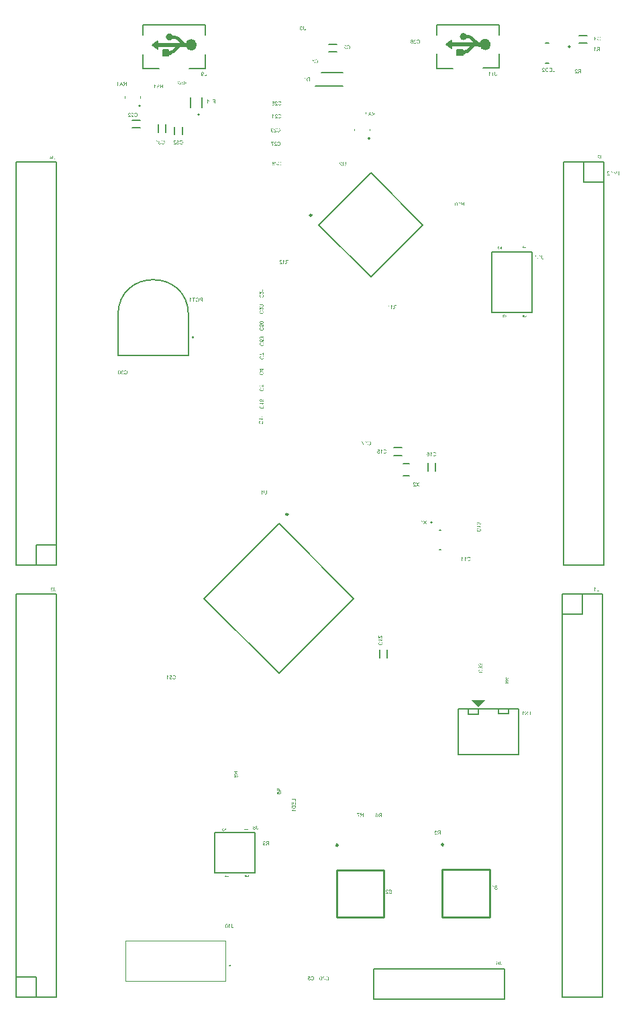
<source format=gto>
G04*
G04 #@! TF.GenerationSoftware,Altium Limited,Altium Designer,21.1.1 (26)*
G04*
G04 Layer_Color=65535*
%FSTAX24Y24*%
%MOIN*%
G70*
G04*
G04 #@! TF.SameCoordinates,5FF4FBEF-6F1C-4BA3-BCFF-5D0DF395B62B*
G04*
G04*
G04 #@! TF.FilePolarity,Positive*
G04*
G01*
G75*
%ADD10C,0.0100*%
%ADD11C,0.0079*%
%ADD12C,0.0350*%
%ADD13C,0.0200*%
%ADD14C,0.0150*%
%ADD15C,0.0098*%
%ADD16C,0.0050*%
%ADD17C,0.0039*%
%ADD18C,0.0070*%
%ADD19C,0.0060*%
G36*
X07451Y05811D02*
X074786Y057913D01*
Y058307D01*
X07451Y05811D01*
D02*
G37*
G36*
X059902Y05809D02*
X060178Y057893D01*
Y058287D01*
X059902Y05809D01*
D02*
G37*
G36*
X075042Y057569D02*
X075337D01*
X075337Y057864D01*
X075042D01*
Y057569D01*
D02*
G37*
G36*
X060434Y057549D02*
X060729D01*
X060729Y057844D01*
X060434D01*
Y057549D01*
D02*
G37*
G36*
X076112Y025235D02*
Y025245D01*
X076462Y025595D01*
X075752D01*
X076112Y025235D01*
D02*
G37*
G36*
X082575Y051822D02*
X082573Y051822D01*
X08257Y051822D01*
X082567Y051822D01*
X082564Y051821D01*
X082557Y051819D01*
X08255Y051816D01*
X082546Y051815D01*
X082542Y051813D01*
X082539Y05181D01*
X082536Y051807D01*
X082536Y051807D01*
X082535Y051807D01*
X082534Y051806D01*
X082533Y051805D01*
X082532Y051803D01*
X082531Y051801D01*
X082528Y051797D01*
X082525Y051791D01*
X082522Y051785D01*
X08252Y051777D01*
X08252Y051773D01*
X08252Y051769D01*
Y051769D01*
Y051767D01*
X08252Y051765D01*
X08252Y051762D01*
X082521Y051758D01*
X082522Y051755D01*
X082523Y051751D01*
X082525Y051747D01*
X082525Y051746D01*
X082525Y051744D01*
X082527Y051742D01*
X082528Y05174D01*
X08253Y051736D01*
X082533Y051732D01*
X082537Y051728D01*
X08254Y051723D01*
X082541Y051723D01*
X082542Y051721D01*
X082545Y051718D01*
X082547Y051716D01*
X082549Y051714D01*
X082551Y051712D01*
X082554Y051709D01*
X082557Y051707D01*
X08256Y051704D01*
X082564Y0517D01*
X082568Y051697D01*
X082572Y051693D01*
X082577Y051689D01*
X082577Y051689D01*
X082577Y051688D01*
X082579Y051688D01*
X08258Y051686D01*
X082584Y051683D01*
X082588Y05168D01*
X082592Y051676D01*
X082597Y051671D01*
X082601Y051668D01*
X082602Y051666D01*
X082604Y051665D01*
X082604Y051665D01*
X082605Y051664D01*
X082606Y051663D01*
X082607Y051661D01*
X08261Y051657D01*
X082614Y051652D01*
X082519D01*
Y05163D01*
X082646D01*
Y05163D01*
Y051631D01*
Y051633D01*
X082646Y051635D01*
X082646Y051638D01*
X082645Y05164D01*
X082645Y051643D01*
X082644Y051646D01*
Y051646D01*
X082643Y051647D01*
X082643Y051648D01*
X082642Y051651D01*
X08264Y051654D01*
X082638Y051658D01*
X082635Y051662D01*
X082632Y051667D01*
X082628Y051671D01*
Y051672D01*
X082628Y051672D01*
X082626Y051674D01*
X082624Y051676D01*
X08262Y05168D01*
X082616Y051684D01*
X082611Y051689D01*
X082604Y051695D01*
X082597Y051701D01*
X082597Y051701D01*
X082596Y051702D01*
X082594Y051703D01*
X082592Y051705D01*
X08259Y051707D01*
X082587Y05171D01*
X08258Y051715D01*
X082573Y051722D01*
X082566Y051729D01*
X082563Y051732D01*
X08256Y051735D01*
X082557Y051738D01*
X082555Y051741D01*
Y051742D01*
X082554Y051742D01*
X082554Y051743D01*
X082553Y051744D01*
X082551Y051747D01*
X082549Y051751D01*
X082547Y051755D01*
X082546Y05176D01*
X082544Y051765D01*
X082544Y05177D01*
Y05177D01*
Y05177D01*
X082544Y051772D01*
X082544Y051775D01*
X082545Y051778D01*
X082546Y051782D01*
X082548Y051786D01*
X082551Y05179D01*
X082554Y051794D01*
X082555Y051794D01*
X082556Y051795D01*
X082558Y051796D01*
X082561Y051798D01*
X082565Y0518D01*
X082569Y051802D01*
X082574Y051803D01*
X08258Y051803D01*
X082582D01*
X082583Y051803D01*
X082586Y051803D01*
X08259Y051802D01*
X082594Y051801D01*
X082599Y051799D01*
X082603Y051796D01*
X082607Y051793D01*
X082608Y051792D01*
X082609Y051791D01*
X082611Y051789D01*
X082612Y051785D01*
X082614Y051781D01*
X082616Y051777D01*
X082617Y051771D01*
X082618Y051765D01*
X082642Y051767D01*
Y051768D01*
Y051768D01*
X082642Y05177D01*
X082641Y051772D01*
X082641Y051774D01*
X08264Y051777D01*
X082639Y051782D01*
X082636Y051789D01*
X082633Y051796D01*
X082629Y051803D01*
X082626Y051805D01*
X082624Y051808D01*
X082623Y051809D01*
X082623Y051809D01*
X082622Y05181D01*
X082621Y051811D01*
X082619Y051812D01*
X082617Y051813D01*
X082614Y051814D01*
X082612Y051816D01*
X082609Y051817D01*
X082606Y051818D01*
X082602Y05182D01*
X082598Y05182D01*
X082589Y051822D01*
X082585Y051822D01*
X08258Y051823D01*
X082577D01*
X082575Y051822D01*
D02*
G37*
G36*
X082703Y05163D02*
X082727D01*
Y05178D01*
X082727Y05178D01*
X082728Y051779D01*
X08273Y051777D01*
X082733Y051775D01*
X082736Y051772D01*
X08274Y05177D01*
X082744Y051767D01*
X082749Y051764D01*
X08275D01*
X08275Y051763D01*
X082752Y051762D01*
X082754Y051761D01*
X082758Y051759D01*
X082761Y051757D01*
X082765Y051755D01*
X08277Y051753D01*
X082774Y051751D01*
Y051775D01*
X082774D01*
X082773Y051775D01*
X082772Y051775D01*
X082771Y051776D01*
X082769Y051777D01*
X082767Y051778D01*
X082762Y051781D01*
X082757Y051784D01*
X082751Y051788D01*
X082745Y051792D01*
X08274Y051797D01*
X082739Y051797D01*
X082739Y051797D01*
X082737Y051799D01*
X082735Y051802D01*
X082732Y051805D01*
X082728Y051809D01*
X082725Y051813D01*
X082721Y051818D01*
X082719Y051823D01*
X082703D01*
Y05163D01*
D02*
G37*
G36*
X082842Y051697D02*
X082816D01*
Y051676D01*
X082842D01*
Y05163D01*
X082866D01*
Y051676D01*
X082949D01*
Y051697D01*
X082861Y051822D01*
X082842D01*
Y051697D01*
D02*
G37*
G36*
X083027Y051822D02*
X083022Y051821D01*
X083017Y051821D01*
X083013Y05182D01*
X083009Y05182D01*
X083008D01*
X083006Y051819D01*
X083004Y051819D01*
X083Y051818D01*
X082997Y051817D01*
X082993Y051815D01*
X082989Y051813D01*
X082985Y051811D01*
X082985Y05181D01*
X082983Y05181D01*
X082982Y051808D01*
X082979Y051806D01*
X082977Y051803D01*
X082975Y0518D01*
X082972Y051797D01*
X08297Y051792D01*
X082969Y051792D01*
X082969Y05179D01*
X082968Y051788D01*
X082967Y051785D01*
X082965Y051781D01*
X082965Y051777D01*
X082964Y051772D01*
X082964Y051766D01*
Y051766D01*
Y051765D01*
Y051764D01*
X082964Y051762D01*
X082964Y05176D01*
X082965Y051758D01*
X082965Y051755D01*
X082966Y051752D01*
X082968Y051745D01*
X08297Y051739D01*
X082972Y051735D01*
X082974Y051732D01*
X082977Y051728D01*
X082979Y051725D01*
X08298Y051725D01*
X08298Y051724D01*
X082981Y051723D01*
X082982Y051722D01*
X082984Y051721D01*
X082986Y05172D01*
X082989Y051718D01*
X082992Y051717D01*
X082996Y051715D01*
X083Y051714D01*
X083005Y051712D01*
X08301Y051711D01*
X083015Y05171D01*
X083022Y051709D01*
X083028Y051709D01*
X083036Y051708D01*
X083085D01*
Y05163D01*
X08311D01*
Y051822D01*
X083031D01*
X083027Y051822D01*
D02*
G37*
G36*
X071741Y016179D02*
X071739D01*
X071734Y016178D01*
X071728Y016177D01*
X071721Y016176D01*
X071715Y016174D01*
X071709Y016172D01*
X071709D01*
X071708Y016172D01*
X071707Y016172D01*
X071706Y016171D01*
X071703Y016169D01*
X071699Y016167D01*
X071695Y016164D01*
X071691Y016161D01*
X071687Y016157D01*
X071684Y016152D01*
X071683Y016151D01*
X071682Y01615D01*
X071681Y016147D01*
X071679Y016143D01*
X071678Y016139D01*
X071676Y016134D01*
X071675Y016128D01*
X071674Y016122D01*
X071698Y01612D01*
Y01612D01*
Y016121D01*
X071699Y016122D01*
X071699Y016123D01*
X071699Y016126D01*
X071701Y01613D01*
X071702Y016135D01*
X071705Y016139D01*
X071708Y016144D01*
X071712Y016147D01*
X071712Y016148D01*
X071714Y016149D01*
X071716Y01615D01*
X07172Y016152D01*
X071725Y016154D01*
X07173Y016155D01*
X071737Y016156D01*
X071745Y016157D01*
X071749D01*
X071751Y016156D01*
X071753D01*
X071758Y016155D01*
X071763Y016155D01*
X071769Y016153D01*
X071774Y016151D01*
X071777Y01615D01*
X071779Y016148D01*
X071779Y016148D01*
X07178Y016147D01*
X071782Y016145D01*
X071784Y016142D01*
X071786Y016139D01*
X071787Y016136D01*
X071788Y016132D01*
X071789Y016128D01*
Y016127D01*
Y016126D01*
X071789Y016124D01*
X071788Y016122D01*
X071787Y016119D01*
X071786Y016116D01*
X071784Y016113D01*
X071782Y016111D01*
X071781Y016111D01*
X07178Y01611D01*
X071779Y016109D01*
X071778Y016108D01*
X071776Y016108D01*
X071774Y016107D01*
X071772Y016106D01*
X071769Y016104D01*
X071766Y016104D01*
X071763Y016102D01*
X071758Y016101D01*
X071754Y0161D01*
X071749Y016099D01*
X071744Y016097D01*
X071743D01*
X071742Y016097D01*
X071741Y016097D01*
X071739Y016096D01*
X071736Y016095D01*
X071733Y016094D01*
X071727Y016093D01*
X07172Y016091D01*
X071713Y016089D01*
X071709Y016088D01*
X071706Y016087D01*
X071703Y016086D01*
X071701Y016085D01*
X071701D01*
X0717Y016085D01*
X071699Y016084D01*
X071698Y016083D01*
X071695Y016082D01*
X071692Y01608D01*
X071688Y016077D01*
X071683Y016073D01*
X07168Y016069D01*
X071676Y016065D01*
X071676Y016065D01*
X071675Y016063D01*
X071674Y016061D01*
X071672Y016057D01*
X071671Y016054D01*
X071669Y016049D01*
X071669Y016044D01*
X071668Y016038D01*
Y016038D01*
Y016038D01*
Y016037D01*
Y016035D01*
X071669Y016033D01*
X071669Y016029D01*
X07167Y016024D01*
X071672Y016019D01*
X071674Y016014D01*
X071677Y016009D01*
X071677Y016009D01*
X071679Y016007D01*
X071681Y016005D01*
X071683Y016002D01*
X071687Y015998D01*
X071691Y015995D01*
X071697Y015991D01*
X071702Y015988D01*
X071703D01*
X071703Y015988D01*
X071704Y015988D01*
X071705Y015987D01*
X071707Y015986D01*
X071709Y015986D01*
X071713Y015985D01*
X071718Y015983D01*
X071725Y015982D01*
X071732Y015981D01*
X071739Y015981D01*
X071744D01*
X071746Y015981D01*
X071748D01*
X071751Y015981D01*
X071754Y015982D01*
X071761Y015983D01*
X071768Y015984D01*
X071776Y015986D01*
X071783Y015988D01*
X071783D01*
X071784Y015988D01*
X071784Y015989D01*
X071786Y01599D01*
X071789Y015991D01*
X071793Y015994D01*
X071797Y015997D01*
X071802Y016001D01*
X071806Y016006D01*
X07181Y016011D01*
Y016011D01*
X071811Y016012D01*
X071811Y016012D01*
X071812Y016014D01*
X071813Y016015D01*
X071814Y016017D01*
X071815Y016021D01*
X071817Y016026D01*
X071819Y016032D01*
X07182Y016039D01*
X071821Y016046D01*
X071797Y016048D01*
Y016047D01*
Y016047D01*
X071796Y016045D01*
X071796Y016043D01*
X071795Y016039D01*
X071794Y016035D01*
X071793Y016031D01*
X071791Y016028D01*
X071789Y016024D01*
X071789Y016023D01*
X071788Y016022D01*
X071787Y016021D01*
X071784Y016019D01*
X071782Y016016D01*
X071778Y016014D01*
X071774Y016011D01*
X07177Y016009D01*
X07177D01*
X071769Y016009D01*
X071768Y016008D01*
X071765Y016007D01*
X071761Y016006D01*
X071757Y016005D01*
X071752Y016004D01*
X071746Y016004D01*
X07174Y016003D01*
X071738D01*
X071735Y016004D01*
X071732Y016004D01*
X071728Y016004D01*
X071724Y016005D01*
X071719Y016006D01*
X071715Y016007D01*
X071714Y016008D01*
X071713Y016008D01*
X071711Y016009D01*
X071709Y016011D01*
X071706Y016012D01*
X071703Y016014D01*
X071701Y016017D01*
X071698Y016019D01*
X071698Y01602D01*
X071697Y016021D01*
X071697Y016022D01*
X071695Y016024D01*
X071695Y016027D01*
X071694Y01603D01*
X071693Y016033D01*
X071693Y016036D01*
Y016036D01*
Y016037D01*
X071693Y016039D01*
X071693Y016041D01*
X071694Y016044D01*
X071695Y016046D01*
X071696Y016049D01*
X071698Y016052D01*
X071698Y016052D01*
X071699Y016053D01*
X0717Y016054D01*
X071702Y016056D01*
X071704Y016057D01*
X071707Y016059D01*
X071711Y016061D01*
X071715Y016063D01*
X071716Y016063D01*
X071717Y016063D01*
X071719Y016064D01*
X071721Y016065D01*
X071722Y016065D01*
X071725Y016066D01*
X071727Y016066D01*
X07173Y016067D01*
X071733Y016068D01*
X071736Y016069D01*
X07174Y01607D01*
X071745Y016071D01*
X071749Y016072D01*
X07175D01*
X071751Y016073D01*
X071752Y016073D01*
X071754Y016073D01*
X071756Y016074D01*
X071758Y016075D01*
X071764Y016076D01*
X07177Y016078D01*
X071776Y01608D01*
X071782Y016082D01*
X071784Y016083D01*
X071786Y016084D01*
X071787D01*
X071787Y016085D01*
X071789Y016086D01*
X071791Y016087D01*
X071794Y016089D01*
X071797Y016092D01*
X071801Y016095D01*
X071804Y016098D01*
X071807Y016102D01*
X071807Y016103D01*
X071808Y016104D01*
X071809Y016106D01*
X07181Y016109D01*
X071811Y016113D01*
X071812Y016117D01*
X071813Y016121D01*
X071813Y016126D01*
Y016126D01*
Y016127D01*
Y016127D01*
Y016129D01*
X071813Y016131D01*
X071812Y016135D01*
X071811Y016139D01*
X07181Y016144D01*
X071808Y016148D01*
X071805Y016153D01*
Y016153D01*
X071805Y016154D01*
X071804Y016155D01*
X071802Y016158D01*
X071799Y01616D01*
X071796Y016163D01*
X071792Y016167D01*
X071787Y01617D01*
X071781Y016172D01*
X071781D01*
X071781Y016173D01*
X07178Y016173D01*
X071778Y016174D01*
X071777Y016174D01*
X071775Y016174D01*
X071771Y016176D01*
X071766Y016177D01*
X07176Y016178D01*
X071753Y016179D01*
X071746Y016179D01*
X071743D01*
X071741Y016179D01*
D02*
G37*
G36*
X071575Y016177D02*
X071573Y016176D01*
X07157Y016176D01*
X071567Y016176D01*
X071564Y016175D01*
X071557Y016173D01*
X07155Y01617D01*
X071546Y016169D01*
X071542Y016167D01*
X071539Y016164D01*
X071536Y016161D01*
X071536Y016161D01*
X071535Y016161D01*
X071535Y01616D01*
X071533Y016159D01*
X071532Y016157D01*
X071531Y016155D01*
X071528Y016151D01*
X071525Y016145D01*
X071522Y016139D01*
X07152Y016132D01*
X07152Y016127D01*
X07152Y016123D01*
Y016123D01*
Y016121D01*
X07152Y016119D01*
X07152Y016116D01*
X071521Y016113D01*
X071522Y016109D01*
X071523Y016105D01*
X071525Y016101D01*
X071525Y0161D01*
X071525Y016099D01*
X071527Y016097D01*
X071528Y016094D01*
X07153Y01609D01*
X071533Y016086D01*
X071537Y016082D01*
X07154Y016077D01*
X071541Y016077D01*
X071542Y016075D01*
X071545Y016072D01*
X071547Y016071D01*
X071549Y016068D01*
X071551Y016066D01*
X071554Y016063D01*
X071557Y016061D01*
X07156Y016058D01*
X071564Y016054D01*
X071568Y016051D01*
X071572Y016047D01*
X071577Y016043D01*
X071577Y016043D01*
X071577Y016042D01*
X071579Y016042D01*
X07158Y01604D01*
X071584Y016038D01*
X071588Y016034D01*
X071592Y01603D01*
X071597Y016026D01*
X071601Y016022D01*
X071602Y016021D01*
X071604Y016019D01*
X071604Y016019D01*
X071605Y016018D01*
X071606Y016017D01*
X071607Y016015D01*
X07161Y016011D01*
X071614Y016007D01*
X071519D01*
Y015984D01*
X071646D01*
Y015984D01*
Y015986D01*
Y015987D01*
X071646Y015989D01*
X071646Y015992D01*
X071645Y015994D01*
X071645Y015997D01*
X071644Y016D01*
Y016D01*
X071643Y016001D01*
X071643Y016002D01*
X071642Y016005D01*
X07164Y016008D01*
X071638Y016012D01*
X071635Y016016D01*
X071632Y016021D01*
X071628Y016026D01*
Y016026D01*
X071628Y016026D01*
X071626Y016028D01*
X071624Y016031D01*
X07162Y016034D01*
X071616Y016038D01*
X071611Y016043D01*
X071604Y016049D01*
X071597Y016055D01*
X071597Y016055D01*
X071596Y016056D01*
X071594Y016057D01*
X071592Y016059D01*
X07159Y016061D01*
X071587Y016064D01*
X07158Y016069D01*
X071573Y016076D01*
X071566Y016083D01*
X071563Y016086D01*
X07156Y016089D01*
X071557Y016092D01*
X071555Y016095D01*
Y016096D01*
X071554Y016096D01*
X071554Y016097D01*
X071553Y016098D01*
X071551Y016101D01*
X071549Y016105D01*
X071547Y016109D01*
X071546Y016114D01*
X071544Y016119D01*
X071544Y016124D01*
Y016124D01*
Y016125D01*
X071544Y016126D01*
X071544Y016129D01*
X071545Y016132D01*
X071546Y016136D01*
X071548Y01614D01*
X071551Y016144D01*
X071554Y016148D01*
X071555Y016148D01*
X071556Y016149D01*
X071558Y016151D01*
X071561Y016153D01*
X071565Y016154D01*
X071569Y016156D01*
X071575Y016157D01*
X07158Y016157D01*
X071582D01*
X071583Y016157D01*
X071586Y016157D01*
X07159Y016156D01*
X071594Y016155D01*
X071599Y016153D01*
X071603Y01615D01*
X071608Y016147D01*
X071608Y016146D01*
X071609Y016145D01*
X071611Y016143D01*
X071612Y016139D01*
X071615Y016135D01*
X071616Y016131D01*
X071617Y016125D01*
X071618Y016119D01*
X071642Y016121D01*
Y016122D01*
Y016122D01*
X071642Y016124D01*
X071641Y016126D01*
X071641Y016128D01*
X071641Y016131D01*
X071639Y016136D01*
X071636Y016143D01*
X071633Y01615D01*
X071629Y016157D01*
X071626Y01616D01*
X071624Y016162D01*
X071623Y016163D01*
X071623Y016163D01*
X071622Y016164D01*
X071621Y016165D01*
X071619Y016166D01*
X071617Y016167D01*
X071615Y016168D01*
X071612Y01617D01*
X071609Y016171D01*
X071606Y016172D01*
X071602Y016174D01*
X071598Y016174D01*
X071589Y016176D01*
X071585Y016177D01*
X07158Y016177D01*
X071577D01*
X071575Y016177D01*
D02*
G37*
G36*
X076993Y016389D02*
X076991D01*
X076986Y016388D01*
X07698Y016387D01*
X076974Y016386D01*
X076967Y016384D01*
X076961Y016382D01*
X076961D01*
X076961Y016382D01*
X07696Y016382D01*
X076959Y016381D01*
X076956Y016379D01*
X076952Y016377D01*
X076948Y016374D01*
X076944Y016371D01*
X07694Y016367D01*
X076936Y016362D01*
X076936Y016361D01*
X076935Y01636D01*
X076933Y016357D01*
X076932Y016353D01*
X07693Y016349D01*
X076928Y016344D01*
X076927Y016338D01*
X076927Y016332D01*
X076951Y01633D01*
Y01633D01*
Y016331D01*
X076951Y016332D01*
X076951Y016333D01*
X076952Y016336D01*
X076953Y01634D01*
X076955Y016345D01*
X076957Y016349D01*
X07696Y016354D01*
X076964Y016357D01*
X076965Y016358D01*
X076966Y016359D01*
X076969Y01636D01*
X076972Y016362D01*
X076977Y016364D01*
X076983Y016365D01*
X07699Y016366D01*
X076998Y016367D01*
X077001D01*
X077003Y016366D01*
X077005D01*
X07701Y016365D01*
X077016Y016365D01*
X077021Y016363D01*
X077027Y016361D01*
X077029Y01636D01*
X077031Y016358D01*
X077031Y016358D01*
X077033Y016357D01*
X077034Y016355D01*
X077036Y016352D01*
X077038Y016349D01*
X07704Y016346D01*
X077041Y016342D01*
X077041Y016338D01*
Y016337D01*
Y016336D01*
X077041Y016334D01*
X07704Y016332D01*
X07704Y016329D01*
X077038Y016326D01*
X077036Y016323D01*
X077034Y016321D01*
X077034Y016321D01*
X077032Y01632D01*
X077031Y016319D01*
X07703Y016318D01*
X077028Y016318D01*
X077026Y016317D01*
X077024Y016316D01*
X077021Y016314D01*
X077019Y016314D01*
X077015Y016312D01*
X077011Y016311D01*
X077007Y01631D01*
X077002Y016309D01*
X076996Y016307D01*
X076996D01*
X076995Y016307D01*
X076993Y016307D01*
X076991Y016306D01*
X076988Y016305D01*
X076986Y016304D01*
X076979Y016303D01*
X076972Y016301D01*
X076965Y016299D01*
X076962Y016298D01*
X076959Y016297D01*
X076956Y016296D01*
X076953Y016295D01*
X076953D01*
X076953Y016295D01*
X076952Y016294D01*
X076951Y016293D01*
X076948Y016292D01*
X076944Y01629D01*
X07694Y016287D01*
X076936Y016283D01*
X076932Y016279D01*
X076929Y016275D01*
X076929Y016275D01*
X076928Y016273D01*
X076926Y016271D01*
X076925Y016267D01*
X076923Y016264D01*
X076922Y016259D01*
X076921Y016254D01*
X076921Y016248D01*
Y016248D01*
Y016248D01*
Y016247D01*
Y016245D01*
X076921Y016243D01*
X076922Y016239D01*
X076923Y016234D01*
X076925Y016229D01*
X076927Y016224D01*
X076929Y016219D01*
X07693Y016219D01*
X076931Y016217D01*
X076933Y016215D01*
X076936Y016212D01*
X076939Y016208D01*
X076944Y016205D01*
X076949Y016201D01*
X076955Y016198D01*
X076955D01*
X076956Y016198D01*
X076957Y016198D01*
X076958Y016197D01*
X076959Y016196D01*
X076961Y016196D01*
X076966Y016195D01*
X076971Y016193D01*
X076977Y016192D01*
X076984Y016191D01*
X076992Y016191D01*
X076996D01*
X076998Y016191D01*
X077001D01*
X077004Y016191D01*
X077007Y016192D01*
X077014Y016193D01*
X077021Y016194D01*
X077028Y016196D01*
X077035Y016198D01*
X077035D01*
X077036Y016198D01*
X077037Y016199D01*
X077038Y0162D01*
X077041Y016201D01*
X077045Y016204D01*
X07705Y016207D01*
X077054Y016211D01*
X077059Y016216D01*
X077063Y016221D01*
Y016221D01*
X077063Y016222D01*
X077064Y016222D01*
X077064Y016224D01*
X077065Y016225D01*
X077066Y016227D01*
X077068Y016231D01*
X07707Y016236D01*
X077071Y016242D01*
X077073Y016249D01*
X077073Y016256D01*
X077049Y016258D01*
Y016257D01*
Y016257D01*
X077049Y016255D01*
X077048Y016253D01*
X077048Y016249D01*
X077047Y016245D01*
X077045Y016241D01*
X077044Y016238D01*
X077042Y016234D01*
X077041Y016234D01*
X07704Y016232D01*
X077039Y016231D01*
X077037Y016229D01*
X077034Y016226D01*
X077031Y016224D01*
X077027Y016221D01*
X077022Y016219D01*
X077022D01*
X077022Y016219D01*
X07702Y016218D01*
X077017Y016217D01*
X077014Y016216D01*
X07701Y016215D01*
X077004Y016214D01*
X076999Y016214D01*
X076993Y016213D01*
X076991D01*
X076988Y016214D01*
X076984Y016214D01*
X07698Y016214D01*
X076976Y016215D01*
X076972Y016216D01*
X076967Y016217D01*
X076967Y016218D01*
X076966Y016218D01*
X076964Y016219D01*
X076961Y016221D01*
X076958Y016222D01*
X076956Y016224D01*
X076953Y016227D01*
X076951Y016229D01*
X076951Y01623D01*
X07695Y016231D01*
X076949Y016232D01*
X076948Y016234D01*
X076947Y016237D01*
X076946Y01624D01*
X076946Y016243D01*
X076945Y016246D01*
Y016246D01*
Y016247D01*
X076946Y016249D01*
X076946Y016251D01*
X076946Y016254D01*
X076948Y016256D01*
X076949Y016259D01*
X076951Y016262D01*
X076951Y016262D01*
X076951Y016263D01*
X076953Y016264D01*
X076955Y016266D01*
X076957Y016267D01*
X07696Y016269D01*
X076964Y016271D01*
X076968Y016273D01*
X076968Y016273D01*
X076969Y016273D01*
X076972Y016274D01*
X076973Y016275D01*
X076975Y016275D01*
X076977Y016276D01*
X076979Y016276D01*
X076982Y016277D01*
X076985Y016278D01*
X076989Y016279D01*
X076993Y01628D01*
X076997Y016281D01*
X077002Y016282D01*
X077002D01*
X077003Y016283D01*
X077005Y016283D01*
X077006Y016283D01*
X077008Y016284D01*
X077011Y016285D01*
X077016Y016286D01*
X077022Y016288D01*
X077028Y01629D01*
X077034Y016292D01*
X077037Y016293D01*
X077039Y016294D01*
X077039D01*
X077039Y016295D01*
X077041Y016296D01*
X077043Y016297D01*
X077046Y016299D01*
X07705Y016302D01*
X077053Y016305D01*
X077056Y016308D01*
X077059Y016312D01*
X077059Y016313D01*
X07706Y016314D01*
X077061Y016316D01*
X077062Y016319D01*
X077064Y016323D01*
X077065Y016327D01*
X077066Y016331D01*
X077066Y016336D01*
Y016336D01*
Y016337D01*
Y016337D01*
Y016339D01*
X077065Y016341D01*
X077065Y016345D01*
X077064Y016349D01*
X077062Y016354D01*
X07706Y016358D01*
X077058Y016363D01*
Y016363D01*
X077057Y016364D01*
X077056Y016365D01*
X077054Y016368D01*
X077052Y01637D01*
X077048Y016373D01*
X077044Y016377D01*
X077039Y01638D01*
X077034Y016382D01*
X077033D01*
X077033Y016383D01*
X077032Y016383D01*
X077031Y016384D01*
X077029Y016384D01*
X077028Y016384D01*
X077024Y016386D01*
X077018Y016387D01*
X077012Y016388D01*
X077006Y016389D01*
X076999Y016389D01*
X076995D01*
X076993Y016389D01*
D02*
G37*
G36*
X076807Y016194D02*
X076831D01*
Y016344D01*
X076831Y016344D01*
X076832Y016343D01*
X076834Y016341D01*
X076837Y016339D01*
X07684Y016337D01*
X076844Y016334D01*
X076848Y016331D01*
X076853Y016328D01*
X076853D01*
X076854Y016328D01*
X076855Y016326D01*
X076858Y016325D01*
X076861Y016323D01*
X076865Y016321D01*
X076869Y016319D01*
X076873Y016317D01*
X076878Y016316D01*
Y016339D01*
X076877D01*
X076877Y016339D01*
X076875Y016339D01*
X076874Y01634D01*
X076873Y016341D01*
X07687Y016342D01*
X076866Y016345D01*
X076861Y016348D01*
X076855Y016352D01*
X076849Y016356D01*
X076843Y016361D01*
X076843Y016361D01*
X076843Y016361D01*
X076841Y016363D01*
X076838Y016366D01*
X076835Y016369D01*
X076832Y016373D01*
X076828Y016377D01*
X076825Y016382D01*
X076822Y016387D01*
X076807D01*
Y016194D01*
D02*
G37*
G36*
X07057Y054762D02*
X070568Y054762D01*
X070565Y054762D01*
X070562Y054762D01*
X070559Y054761D01*
X070552Y054759D01*
X070544Y054756D01*
X070541Y054755D01*
X070537Y054752D01*
X070534Y05475D01*
X070531Y054747D01*
X07053Y054747D01*
X07053Y054747D01*
X070529Y054746D01*
X070528Y054745D01*
X070527Y054743D01*
X070525Y054741D01*
X070523Y054737D01*
X07052Y054731D01*
X070517Y054725D01*
X070515Y054717D01*
X070515Y054713D01*
X070514Y054709D01*
Y054709D01*
Y054707D01*
X070515Y054705D01*
X070515Y054702D01*
X070516Y054698D01*
X070516Y054695D01*
X070518Y054691D01*
X070519Y054687D01*
X07052Y054686D01*
X07052Y054684D01*
X070521Y054682D01*
X070523Y054679D01*
X070525Y054676D01*
X070528Y054672D01*
X070531Y054668D01*
X070535Y054663D01*
X070536Y054663D01*
X070537Y054661D01*
X07054Y054658D01*
X070542Y054656D01*
X070544Y054654D01*
X070546Y054652D01*
X070549Y054649D01*
X070552Y054647D01*
X070555Y054644D01*
X070559Y05464D01*
X070563Y054637D01*
X070567Y054633D01*
X070571Y054629D01*
X070572Y054629D01*
X070572Y054628D01*
X070573Y054628D01*
X070575Y054626D01*
X070578Y054623D01*
X070583Y05462D01*
X070587Y054616D01*
X070592Y054611D01*
X070596Y054608D01*
X070597Y054606D01*
X070599Y054605D01*
X070599Y054605D01*
X070599Y054604D01*
X070601Y054603D01*
X070602Y054601D01*
X070605Y054597D01*
X070608Y054592D01*
X070514D01*
Y05457D01*
X070641D01*
Y05457D01*
Y054571D01*
Y054573D01*
X070641Y054575D01*
X070641Y054578D01*
X07064Y05458D01*
X070639Y054583D01*
X070638Y054586D01*
Y054586D01*
X070638Y054587D01*
X070638Y054588D01*
X070636Y054591D01*
X070635Y054594D01*
X070633Y054598D01*
X07063Y054602D01*
X070627Y054607D01*
X070623Y054611D01*
Y054612D01*
X070622Y054612D01*
X070621Y054614D01*
X070619Y054616D01*
X070615Y05462D01*
X070611Y054624D01*
X070606Y054629D01*
X070599Y054635D01*
X070592Y054641D01*
X070592Y054641D01*
X070591Y054642D01*
X070589Y054643D01*
X070587Y054645D01*
X070584Y054647D01*
X070582Y05465D01*
X070575Y054655D01*
X070568Y054662D01*
X070561Y054669D01*
X070558Y054672D01*
X070555Y054675D01*
X070552Y054678D01*
X07055Y054681D01*
Y054682D01*
X070549Y054682D01*
X070549Y054683D01*
X070548Y054684D01*
X070546Y054687D01*
X070544Y054691D01*
X070542Y054695D01*
X07054Y0547D01*
X070539Y054705D01*
X070539Y05471D01*
Y05471D01*
Y05471D01*
X070539Y054712D01*
X070539Y054715D01*
X07054Y054718D01*
X070541Y054722D01*
X070543Y054726D01*
X070545Y05473D01*
X070549Y054734D01*
X070549Y054734D01*
X070551Y054735D01*
X070553Y054736D01*
X070556Y054738D01*
X07056Y05474D01*
X070564Y054742D01*
X070569Y054743D01*
X070575Y054743D01*
X070577D01*
X070578Y054743D01*
X070581Y054743D01*
X070585Y054742D01*
X070589Y054741D01*
X070594Y054739D01*
X070598Y054736D01*
X070602Y054733D01*
X070603Y054732D01*
X070604Y054731D01*
X070606Y054729D01*
X070607Y054725D01*
X070609Y054721D01*
X070611Y054717D01*
X070612Y054711D01*
X070613Y054705D01*
X070637Y054707D01*
Y054708D01*
Y054708D01*
X070636Y05471D01*
X070636Y054712D01*
X070636Y054714D01*
X070635Y054717D01*
X070634Y054722D01*
X070631Y054729D01*
X070628Y054736D01*
X070624Y054743D01*
X070621Y054745D01*
X070618Y054748D01*
X070618Y054749D01*
X070617Y054749D01*
X070617Y05475D01*
X070615Y054751D01*
X070614Y054752D01*
X070612Y054753D01*
X070609Y054754D01*
X070607Y054756D01*
X070604Y054757D01*
X070601Y054758D01*
X070597Y05476D01*
X070593Y05476D01*
X070584Y054762D01*
X07058Y054762D01*
X070575Y054763D01*
X070572D01*
X07057Y054762D01*
D02*
G37*
G36*
X070649Y05457D02*
X070678D01*
X0707Y054628D01*
X07078D01*
X070801Y05457D01*
X070828D01*
X070755Y054762D01*
X070727D01*
X070649Y05457D01*
D02*
G37*
G36*
X070909Y054762D02*
X070906D01*
X0709Y054761D01*
X070894Y054761D01*
X070888Y05476D01*
X070882Y054758D01*
X070879Y054757D01*
X070876Y054757D01*
X070876D01*
X070876Y054756D01*
X070874Y054756D01*
X070872Y054754D01*
X070869Y054752D01*
X070865Y05475D01*
X070862Y054747D01*
X070858Y054743D01*
X070855Y054738D01*
X070855Y054738D01*
X070854Y054736D01*
X070852Y054733D01*
X070851Y05473D01*
X070849Y054725D01*
X070848Y05472D01*
X070847Y054715D01*
X070847Y054709D01*
Y054709D01*
Y054708D01*
Y054707D01*
X070847Y054706D01*
Y054704D01*
X070847Y054702D01*
X070848Y054697D01*
X07085Y054692D01*
X070852Y054686D01*
X070856Y05468D01*
X070858Y054677D01*
X07086Y054675D01*
X070861Y054674D01*
X070862Y054674D01*
X070862Y054672D01*
X070864Y054672D01*
X070866Y05467D01*
X070868Y054669D01*
X07087Y054668D01*
X070873Y054666D01*
X070876Y054665D01*
X070879Y054663D01*
X070883Y054662D01*
X070887Y05466D01*
X070891Y054659D01*
X070896Y054658D01*
X070901Y054657D01*
X0709Y054657D01*
X070899Y054656D01*
X070897Y054656D01*
X070895Y054654D01*
X07089Y054651D01*
X070888Y054649D01*
X070886Y054648D01*
X070885Y054647D01*
X070883Y054646D01*
X070881Y054644D01*
X070879Y054641D01*
X070876Y054637D01*
X070872Y054632D01*
X070868Y054628D01*
X070865Y054622D01*
X070831Y05457D01*
X070863D01*
X070888Y05461D01*
Y05461D01*
X070889Y054611D01*
X07089Y054611D01*
X07089Y054613D01*
X070892Y054616D01*
X070895Y054619D01*
X070898Y054624D01*
X070901Y054628D01*
X070904Y054632D01*
X070907Y054636D01*
X070907Y054636D01*
X070908Y054637D01*
X070909Y054639D01*
X070911Y054641D01*
X070915Y054645D01*
X070917Y054647D01*
X07092Y054649D01*
X07092Y054649D01*
X070921Y054649D01*
X070922Y05465D01*
X070923Y054651D01*
X070927Y054653D01*
X070931Y054654D01*
X070931D01*
X070932Y054654D01*
X070933D01*
X070935Y054655D01*
X070937Y054655D01*
X070939D01*
X070942Y054655D01*
X070975D01*
Y05457D01*
X071D01*
Y054762D01*
X070911D01*
X070909Y054762D01*
D02*
G37*
G36*
X058195Y056064D02*
X058218D01*
Y056214D01*
X058219Y056213D01*
X05822Y056212D01*
X058222Y056211D01*
X058224Y056209D01*
X058228Y056206D01*
X058231Y056204D01*
X058236Y0562D01*
X058241Y056197D01*
X058241D01*
X058241Y056197D01*
X058243Y056196D01*
X058246Y056194D01*
X058249Y056193D01*
X058253Y056191D01*
X058257Y056189D01*
X058261Y056187D01*
X058265Y056185D01*
Y056208D01*
X058265D01*
X058264Y056208D01*
X058263Y056209D01*
X058262Y05621D01*
X05826Y056211D01*
X058258Y056212D01*
X058254Y056214D01*
X058248Y056218D01*
X058242Y056221D01*
X058237Y056226D01*
X058231Y05623D01*
X058231Y056231D01*
X05823Y056231D01*
X058229Y056233D01*
X058226Y056235D01*
X058223Y056239D01*
X058219Y056243D01*
X058216Y056247D01*
X058213Y056252D01*
X05821Y056256D01*
X058195D01*
Y056064D01*
D02*
G37*
G36*
X058294D02*
X058323D01*
X058345Y056122D01*
X058426D01*
X058447Y056064D01*
X058473D01*
X0584Y056255D01*
X058372D01*
X058294Y056064D01*
D02*
G37*
G36*
X058554Y056255D02*
X058552D01*
X058546Y056255D01*
X05854Y056254D01*
X058533Y056253D01*
X058527Y056252D01*
X058524Y056251D01*
X058522Y05625D01*
X058521D01*
X058521Y05625D01*
X058519Y056249D01*
X058517Y056248D01*
X058514Y056246D01*
X058511Y056244D01*
X058507Y05624D01*
X058504Y056237D01*
X0585Y056232D01*
X0585Y056231D01*
X058499Y05623D01*
X058498Y056227D01*
X058496Y056223D01*
X058495Y056219D01*
X058493Y056214D01*
X058492Y056209D01*
X058492Y056203D01*
Y056203D01*
Y056202D01*
Y056201D01*
X058492Y056199D01*
Y056198D01*
X058493Y056196D01*
X058494Y056191D01*
X058495Y056185D01*
X058498Y05618D01*
X058501Y056174D01*
X058503Y056171D01*
X058506Y056168D01*
X058506Y056168D01*
X058507Y056167D01*
X058508Y056166D01*
X058509Y056165D01*
X058511Y056164D01*
X058513Y056163D01*
X058515Y056161D01*
X058518Y05616D01*
X058521Y056158D01*
X058525Y056157D01*
X058528Y056155D01*
X058532Y056154D01*
X058537Y056153D01*
X058541Y056152D01*
X058546Y056151D01*
X058546Y056151D01*
X058544Y05615D01*
X058543Y056149D01*
X058541Y056148D01*
X058536Y056145D01*
X058533Y056143D01*
X058531Y056141D01*
X05853Y056141D01*
X058529Y05614D01*
X058527Y056137D01*
X058524Y056134D01*
X058521Y056131D01*
X058518Y056126D01*
X058514Y056121D01*
X05851Y056116D01*
X058477Y056064D01*
X058508D01*
X058534Y056103D01*
Y056104D01*
X058534Y056104D01*
X058535Y056105D01*
X058536Y056106D01*
X058538Y056109D01*
X05854Y056113D01*
X058543Y056117D01*
X058546Y056122D01*
X058549Y056126D01*
X058552Y05613D01*
X058553Y05613D01*
X058553Y056131D01*
X058555Y056133D01*
X058556Y056135D01*
X058561Y056139D01*
X058563Y056141D01*
X058565Y056142D01*
X058565Y056143D01*
X058566Y056143D01*
X058567Y056144D01*
X058569Y056145D01*
X058572Y056146D01*
X058577Y056148D01*
X058577D01*
X058577Y056148D01*
X058579D01*
X05858Y056148D01*
X058582Y056149D01*
X058584D01*
X058587Y056149D01*
X05862D01*
Y056064D01*
X058645D01*
Y056255D01*
X058556D01*
X058554Y056255D01*
D02*
G37*
G36*
X061327Y056272D02*
X061403D01*
X061414Y05622D01*
X061413Y05622D01*
X061413Y056221D01*
X061412Y056221D01*
X061411Y056222D01*
X061409Y056223D01*
X061407Y056224D01*
X061403Y056226D01*
X061397Y056228D01*
X061391Y05623D01*
X061385Y056232D01*
X061378Y056232D01*
X061375D01*
X061373Y056232D01*
X061371Y056232D01*
X061369Y056231D01*
X061366Y056231D01*
X061363Y05623D01*
X061356Y056228D01*
X061353Y056227D01*
X061349Y056225D01*
X061345Y056223D01*
X061342Y056221D01*
X061338Y056218D01*
X061335Y056215D01*
X061335Y056214D01*
X061334Y056214D01*
X061333Y056213D01*
X061333Y056212D01*
X061331Y05621D01*
X06133Y056208D01*
X061328Y056205D01*
X061326Y056203D01*
X061325Y0562D01*
X061323Y056196D01*
X061322Y056193D01*
X06132Y056189D01*
X061319Y056184D01*
X061319Y05618D01*
X061318Y056175D01*
X061318Y05617D01*
Y05617D01*
Y056169D01*
Y056167D01*
X061318Y056166D01*
X061318Y056163D01*
X061319Y056161D01*
X061319Y056158D01*
X061319Y056155D01*
X061321Y056148D01*
X061324Y05614D01*
X061326Y056136D01*
X061328Y056132D01*
X06133Y056129D01*
X061333Y056125D01*
X061333Y056125D01*
X061334Y056124D01*
X061335Y056123D01*
X061336Y056122D01*
X061338Y05612D01*
X06134Y056118D01*
X061343Y056116D01*
X061346Y056114D01*
X061349Y056111D01*
X061353Y056109D01*
X061358Y056107D01*
X061362Y056106D01*
X061367Y056104D01*
X061372Y056103D01*
X061378Y056102D01*
X061383Y056102D01*
X061386D01*
X061388Y056102D01*
X06139Y056103D01*
X061392Y056103D01*
X061395Y056103D01*
X061399Y056104D01*
X061405Y056106D01*
X061412Y056108D01*
X061416Y05611D01*
X061419Y056112D01*
X061423Y056114D01*
X061426Y056117D01*
X061426Y056117D01*
X061427Y056117D01*
X061427Y056118D01*
X061429Y056119D01*
X06143Y056121D01*
X061431Y056122D01*
X061433Y056125D01*
X061434Y056127D01*
X061438Y056132D01*
X061441Y056139D01*
X061443Y056147D01*
X061444Y056151D01*
X061445Y056155D01*
X06142Y056157D01*
Y056157D01*
Y056156D01*
X06142Y056155D01*
X061419Y056154D01*
X061418Y056151D01*
X061417Y056147D01*
X061416Y056143D01*
X061413Y056138D01*
X061411Y056134D01*
X061407Y05613D01*
X061407Y05613D01*
X061406Y056129D01*
X061403Y056127D01*
X061401Y056126D01*
X061397Y056124D01*
X061393Y056123D01*
X061388Y056122D01*
X061383Y056121D01*
X061382D01*
X06138Y056122D01*
X061377Y056122D01*
X061373Y056123D01*
X061369Y056125D01*
X061364Y056127D01*
X061359Y05613D01*
X061357Y056132D01*
X061354Y056134D01*
Y056134D01*
X061354Y056134D01*
X061353Y056136D01*
X061351Y056139D01*
X061349Y056143D01*
X061347Y056148D01*
X061345Y056154D01*
X061343Y05616D01*
X061343Y056168D01*
Y056168D01*
Y056169D01*
Y05617D01*
X061343Y056171D01*
Y056173D01*
X061343Y056175D01*
X061344Y05618D01*
X061345Y056185D01*
X061347Y05619D01*
X06135Y056195D01*
X061354Y0562D01*
X061355Y0562D01*
X061356Y056202D01*
X061359Y056204D01*
X061362Y056206D01*
X061366Y056208D01*
X061371Y05621D01*
X061377Y056211D01*
X061384Y056212D01*
X061386D01*
X061388Y056211D01*
X061391Y056211D01*
X061394Y05621D01*
X061397Y056209D01*
X061401Y056208D01*
X061404Y056206D01*
X061405Y056206D01*
X061406Y056205D01*
X061408Y056204D01*
X06141Y056202D01*
X061412Y0562D01*
X061414Y056198D01*
X061416Y056195D01*
X061418Y056193D01*
X061441Y056196D01*
X061422Y056294D01*
X061327D01*
Y056272D01*
D02*
G37*
G36*
X061228Y056298D02*
X061225Y056297D01*
X061223Y056297D01*
X06122Y056297D01*
X061217Y056296D01*
X06121Y056294D01*
X061202Y056292D01*
X061199Y05629D01*
X061195Y056288D01*
X061192Y056285D01*
X061189Y056282D01*
X061188Y056282D01*
X061188Y056282D01*
X061187Y056281D01*
X061186Y05628D01*
X061185Y056278D01*
X061183Y056276D01*
X06118Y056272D01*
X061178Y056266D01*
X061175Y05626D01*
X061173Y056253D01*
X061173Y056249D01*
X061172Y056245D01*
Y056244D01*
Y056242D01*
X061173Y05624D01*
X061173Y056237D01*
X061173Y056234D01*
X061174Y05623D01*
X061175Y056226D01*
X061177Y056222D01*
X061178Y056221D01*
X061178Y05622D01*
X061179Y056218D01*
X061181Y056215D01*
X061183Y056211D01*
X061186Y056207D01*
X061189Y056203D01*
X061193Y056198D01*
X061194Y056198D01*
X061195Y056196D01*
X061198Y056193D01*
X061199Y056192D01*
X061201Y05619D01*
X061204Y056187D01*
X061207Y056185D01*
X06121Y056182D01*
X061213Y056179D01*
X061216Y056176D01*
X06122Y056172D01*
X061225Y056169D01*
X061229Y056165D01*
X061229Y056164D01*
X06123Y056164D01*
X061231Y056163D01*
X061233Y056162D01*
X061236Y056159D01*
X061241Y056155D01*
X061245Y056151D01*
X06125Y056147D01*
X061253Y056143D01*
X061255Y056142D01*
X061256Y05614D01*
X061257Y05614D01*
X061257Y056139D01*
X061258Y056138D01*
X06126Y056136D01*
X061263Y056132D01*
X061266Y056128D01*
X061172D01*
Y056105D01*
X061299D01*
Y056106D01*
Y056107D01*
Y056108D01*
X061299Y056111D01*
X061298Y056113D01*
X061298Y056115D01*
X061297Y056118D01*
X061296Y056121D01*
Y056122D01*
X061296Y056122D01*
X061295Y056124D01*
X061294Y056126D01*
X061293Y056129D01*
X06129Y056133D01*
X061288Y056138D01*
X061285Y056142D01*
X061281Y056147D01*
Y056147D01*
X06128Y056147D01*
X061279Y056149D01*
X061276Y056152D01*
X061273Y056155D01*
X061269Y056159D01*
X061263Y056164D01*
X061257Y05617D01*
X06125Y056176D01*
X06125Y056176D01*
X061248Y056177D01*
X061247Y056178D01*
X061245Y05618D01*
X061242Y056182D01*
X061239Y056185D01*
X061233Y056191D01*
X061226Y056197D01*
X061219Y056204D01*
X061215Y056207D01*
X061213Y05621D01*
X06121Y056214D01*
X061208Y056217D01*
Y056217D01*
X061207Y056217D01*
X061206Y056218D01*
X061206Y056219D01*
X061204Y056222D01*
X061202Y056226D01*
X0612Y05623D01*
X061198Y056235D01*
X061197Y05624D01*
X061196Y056245D01*
Y056245D01*
Y056246D01*
X061197Y056247D01*
X061197Y05625D01*
X061198Y056253D01*
X061199Y056257D01*
X061201Y056261D01*
X061203Y056265D01*
X061207Y056269D01*
X061207Y056269D01*
X061208Y05627D01*
X061211Y056272D01*
X061214Y056274D01*
X061217Y056275D01*
X061222Y056277D01*
X061227Y056278D01*
X061233Y056278D01*
X061235D01*
X061236Y056278D01*
X061239Y056278D01*
X061243Y056277D01*
X061247Y056276D01*
X061252Y056274D01*
X061256Y056271D01*
X06126Y056268D01*
X06126Y056267D01*
X061262Y056266D01*
X061263Y056264D01*
X061265Y056261D01*
X061267Y056256D01*
X061269Y056252D01*
X06127Y056246D01*
X06127Y05624D01*
X061295Y056242D01*
Y056243D01*
Y056244D01*
X061294Y056245D01*
X061294Y056247D01*
X061293Y056249D01*
X061293Y056252D01*
X061291Y056258D01*
X061289Y056264D01*
X061286Y056271D01*
X061281Y056278D01*
X061279Y056281D01*
X061276Y056284D01*
X061276Y056284D01*
X061275Y056284D01*
X061274Y056285D01*
X061273Y056286D01*
X061272Y056287D01*
X061269Y056288D01*
X061267Y05629D01*
X061265Y056291D01*
X061262Y056292D01*
X061258Y056294D01*
X061255Y056295D01*
X061251Y056296D01*
X061242Y056297D01*
X061237Y056298D01*
X061232Y056298D01*
X06123D01*
X061228Y056298D01*
D02*
G37*
G36*
X061537Y056297D02*
X061534D01*
X061528Y056297D01*
X061522Y056296D01*
X061516Y056295D01*
X06151Y056294D01*
X061507Y056293D01*
X061504Y056292D01*
X061504D01*
X061504Y056292D01*
X061502Y056291D01*
X0615Y05629D01*
X061497Y056287D01*
X061493Y056285D01*
X06149Y056282D01*
X061486Y056278D01*
X061483Y056273D01*
X061483Y056273D01*
X061482Y056271D01*
X06148Y056268D01*
X061479Y056265D01*
X061477Y056261D01*
X061476Y056256D01*
X061475Y05625D01*
X061475Y056245D01*
Y056244D01*
Y056244D01*
Y056242D01*
X061475Y056241D01*
Y056239D01*
X061475Y056237D01*
X061476Y056233D01*
X061478Y056227D01*
X06148Y056221D01*
X061484Y056216D01*
X061486Y056213D01*
X061488Y05621D01*
X061489Y056209D01*
X06149Y056209D01*
X061491Y056208D01*
X061492Y056207D01*
X061494Y056205D01*
X061496Y056204D01*
X061498Y056203D01*
X061501Y056201D01*
X061504Y0562D01*
X061507Y056198D01*
X061511Y056197D01*
X061515Y056195D01*
X061519Y056194D01*
X061524Y056193D01*
X061529Y056193D01*
X061528Y056192D01*
X061527Y056192D01*
X061525Y056191D01*
X061523Y05619D01*
X061518Y056186D01*
X061516Y056185D01*
X061514Y056183D01*
X061513Y056182D01*
X061512Y056181D01*
X061509Y056179D01*
X061507Y056176D01*
X061504Y056172D01*
X0615Y056168D01*
X061496Y056163D01*
X061493Y056157D01*
X061459Y056105D01*
X061491D01*
X061517Y056145D01*
Y056145D01*
X061517Y056146D01*
X061518Y056147D01*
X061518Y056148D01*
X06152Y056151D01*
X061523Y056155D01*
X061526Y056159D01*
X061529Y056163D01*
X061532Y056167D01*
X061535Y056171D01*
X061535Y056172D01*
X061536Y056173D01*
X061538Y056174D01*
X061539Y056176D01*
X061543Y056181D01*
X061545Y056183D01*
X061548Y056184D01*
X061548Y056184D01*
X061549Y056185D01*
X06155Y056185D01*
X061551Y056186D01*
X061555Y056188D01*
X061559Y056189D01*
X061559D01*
X06156Y05619D01*
X061561D01*
X061563Y05619D01*
X061565Y05619D01*
X061567D01*
X06157Y056191D01*
X061603D01*
Y056105D01*
X061628D01*
Y056297D01*
X061539D01*
X061537Y056297D01*
D02*
G37*
G36*
X060149Y056102D02*
X060226D01*
X060236Y05605D01*
X060236Y05605D01*
X060235Y056051D01*
X060234Y056051D01*
X060233Y056052D01*
X060232Y056053D01*
X06023Y056054D01*
X060225Y056056D01*
X06022Y056058D01*
X060214Y05606D01*
X060207Y056062D01*
X0602Y056062D01*
X060198D01*
X060196Y056062D01*
X060194Y056062D01*
X060191Y056061D01*
X060188Y056061D01*
X060185Y05606D01*
X060179Y056058D01*
X060175Y056057D01*
X060172Y056055D01*
X060168Y056053D01*
X060164Y056051D01*
X060161Y056048D01*
X060158Y056045D01*
X060157Y056044D01*
X060157Y056044D01*
X060156Y056043D01*
X060155Y056042D01*
X060154Y05604D01*
X060152Y056038D01*
X060151Y056035D01*
X060149Y056033D01*
X060147Y05603D01*
X060146Y056026D01*
X060144Y056023D01*
X060143Y056019D01*
X060142Y056014D01*
X060141Y05601D01*
X06014Y056005D01*
X06014Y056D01*
Y056D01*
Y055999D01*
Y055997D01*
X06014Y055996D01*
X060141Y055993D01*
X060141Y055991D01*
X060141Y055988D01*
X060142Y055985D01*
X060144Y055978D01*
X060147Y05597D01*
X060148Y055966D01*
X06015Y055962D01*
X060153Y055959D01*
X060155Y055955D01*
X060156Y055955D01*
X060156Y055954D01*
X060157Y055953D01*
X060159Y055952D01*
X060161Y05595D01*
X060163Y055948D01*
X060166Y055946D01*
X060169Y055944D01*
X060172Y055941D01*
X060176Y055939D01*
X06018Y055937D01*
X060185Y055936D01*
X060189Y055934D01*
X060194Y055933D01*
X0602Y055932D01*
X060206Y055932D01*
X060208D01*
X06021Y055932D01*
X060212Y055933D01*
X060215Y055933D01*
X060218Y055933D01*
X060221Y055934D01*
X060228Y055936D01*
X060235Y055938D01*
X060238Y05594D01*
X060242Y055942D01*
X060245Y055944D01*
X060248Y055947D01*
X060249Y055947D01*
X060249Y055947D01*
X06025Y055948D01*
X060251Y055949D01*
X060252Y055951D01*
X060254Y055952D01*
X060255Y055955D01*
X060257Y055957D01*
X06026Y055962D01*
X060263Y055969D01*
X060266Y055977D01*
X060267Y055981D01*
X060267Y055985D01*
X060242Y055987D01*
Y055987D01*
Y055986D01*
X060242Y055985D01*
X060242Y055984D01*
X060241Y055981D01*
X06024Y055977D01*
X060238Y055973D01*
X060236Y055968D01*
X060233Y055964D01*
X06023Y05596D01*
X060229Y05596D01*
X060228Y055959D01*
X060226Y055957D01*
X060223Y055956D01*
X06022Y055954D01*
X060215Y055953D01*
X060211Y055952D01*
X060206Y055951D01*
X060204D01*
X060203Y055952D01*
X0602Y055952D01*
X060196Y055953D01*
X060191Y055955D01*
X060186Y055957D01*
X060182Y05596D01*
X060179Y055962D01*
X060177Y055964D01*
Y055964D01*
X060176Y055964D01*
X060175Y055966D01*
X060173Y055969D01*
X060171Y055973D01*
X060169Y055978D01*
X060167Y055984D01*
X060166Y05599D01*
X060165Y055998D01*
Y055998D01*
Y055999D01*
Y056D01*
X060166Y056001D01*
Y056003D01*
X060166Y056005D01*
X060167Y05601D01*
X060168Y056015D01*
X06017Y05602D01*
X060173Y056025D01*
X060177Y05603D01*
X060177Y05603D01*
X060179Y056032D01*
X060181Y056034D01*
X060185Y056036D01*
X060189Y056038D01*
X060194Y05604D01*
X0602Y056041D01*
X060206Y056042D01*
X060208D01*
X06021Y056041D01*
X060213Y056041D01*
X060216Y05604D01*
X06022Y056039D01*
X060223Y056038D01*
X060227Y056036D01*
X060227Y056036D01*
X060228Y056035D01*
X06023Y056034D01*
X060232Y056032D01*
X060234Y05603D01*
X060237Y056028D01*
X060239Y056025D01*
X060241Y056023D01*
X060263Y056026D01*
X060244Y056124D01*
X060149D01*
Y056102D01*
D02*
G37*
G36*
X060029Y055935D02*
X060053D01*
Y056085D01*
X060053Y056085D01*
X060055Y056084D01*
X060057Y056082D01*
X060059Y05608D01*
X060062Y056078D01*
X060066Y056075D01*
X060071Y056072D01*
X060076Y056069D01*
X060076D01*
X060076Y056069D01*
X060078Y056068D01*
X060081Y056066D01*
X060084Y056064D01*
X060088Y056062D01*
X060092Y056061D01*
X060096Y056058D01*
X0601Y056057D01*
Y05608D01*
X0601D01*
X060099Y05608D01*
X060098Y056081D01*
X060097Y056082D01*
X060095Y056082D01*
X060093Y056083D01*
X060088Y056086D01*
X060083Y056089D01*
X060077Y056093D01*
X060072Y056097D01*
X060066Y056102D01*
X060066Y056102D01*
X060065Y056103D01*
X060064Y056104D01*
X060061Y056107D01*
X060058Y05611D01*
X060054Y056114D01*
X060051Y056119D01*
X060048Y056123D01*
X060045Y056128D01*
X060029D01*
Y055935D01*
D02*
G37*
G36*
X060359Y056127D02*
X060357D01*
X060351Y056127D01*
X060345Y056126D01*
X060338Y056125D01*
X060332Y056124D01*
X060329Y056123D01*
X060327Y056122D01*
X060326D01*
X060326Y056122D01*
X060324Y056121D01*
X060322Y056119D01*
X060319Y056117D01*
X060316Y056115D01*
X060312Y056112D01*
X060309Y056108D01*
X060305Y056103D01*
X060305Y056103D01*
X060304Y056101D01*
X060303Y056098D01*
X060301Y056095D01*
X0603Y056091D01*
X060298Y056086D01*
X060298Y05608D01*
X060297Y056075D01*
Y056074D01*
Y056074D01*
Y056072D01*
X060298Y056071D01*
Y056069D01*
X060298Y056067D01*
X060299Y056063D01*
X0603Y056057D01*
X060303Y056051D01*
X060306Y056046D01*
X060308Y056043D01*
X060311Y05604D01*
X060311Y056039D01*
X060312Y056039D01*
X060313Y056038D01*
X060314Y056037D01*
X060316Y056035D01*
X060318Y056034D01*
X060321Y056033D01*
X060323Y056031D01*
X060326Y05603D01*
X06033Y056028D01*
X060333Y056027D01*
X060337Y056025D01*
X060342Y056024D01*
X060346Y056023D01*
X060351Y056023D01*
X060351Y056022D01*
X060349Y056022D01*
X060348Y056021D01*
X060346Y05602D01*
X060341Y056016D01*
X060338Y056015D01*
X060336Y056013D01*
X060335Y056012D01*
X060334Y056011D01*
X060332Y056009D01*
X060329Y056006D01*
X060326Y056002D01*
X060323Y055998D01*
X060319Y055993D01*
X060315Y055987D01*
X060282Y055935D01*
X060314D01*
X060339Y055975D01*
Y055975D01*
X06034Y055976D01*
X06034Y055977D01*
X060341Y055978D01*
X060343Y055981D01*
X060345Y055985D01*
X060348Y055989D01*
X060352Y055993D01*
X060354Y055997D01*
X060357Y056001D01*
X060358Y056002D01*
X060359Y056003D01*
X06036Y056004D01*
X060361Y056006D01*
X060366Y056011D01*
X060368Y056013D01*
X06037Y056014D01*
X060371Y056014D01*
X060371Y056015D01*
X060372Y056015D01*
X060374Y056016D01*
X060377Y056018D01*
X060382Y056019D01*
X060382D01*
X060382Y05602D01*
X060384D01*
X060385Y05602D01*
X060387Y05602D01*
X060389D01*
X060392Y056021D01*
X060425D01*
Y055935D01*
X060451D01*
Y056127D01*
X060361D01*
X060359Y056127D01*
D02*
G37*
G36*
X0663Y047412D02*
X066297Y047412D01*
X066295Y047412D01*
X066292Y047412D01*
X066289Y047411D01*
X066282Y047409D01*
X066274Y047406D01*
X06627Y047405D01*
X066267Y047403D01*
X066264Y0474D01*
X066261Y047397D01*
X06626Y047397D01*
X06626Y047397D01*
X066259Y047396D01*
X066258Y047395D01*
X066257Y047393D01*
X066255Y047391D01*
X066252Y047387D01*
X066249Y047381D01*
X066247Y047375D01*
X066245Y047367D01*
X066244Y047363D01*
X066244Y047359D01*
Y047359D01*
Y047357D01*
X066244Y047355D01*
X066245Y047352D01*
X066245Y047348D01*
X066246Y047345D01*
X066247Y047341D01*
X066249Y047337D01*
X066249Y047336D01*
X06625Y047334D01*
X066251Y047332D01*
X066253Y04733D01*
X066255Y047326D01*
X066258Y047322D01*
X066261Y047318D01*
X066265Y047313D01*
X066266Y047313D01*
X066267Y047311D01*
X06627Y047308D01*
X066271Y047306D01*
X066273Y047304D01*
X066276Y047302D01*
X066279Y047299D01*
X066282Y047297D01*
X066285Y047294D01*
X066288Y04729D01*
X066292Y047287D01*
X066296Y047283D01*
X066301Y047279D01*
X066301Y047279D01*
X066302Y047278D01*
X066303Y047278D01*
X066305Y047276D01*
X066308Y047273D01*
X066313Y04727D01*
X066317Y047266D01*
X066322Y047261D01*
X066325Y047258D01*
X066327Y047256D01*
X066328Y047255D01*
X066329Y047255D01*
X066329Y047254D01*
X06633Y047253D01*
X066332Y047251D01*
X066335Y047247D01*
X066338Y047242D01*
X066244D01*
Y04722D01*
X066371D01*
Y04722D01*
Y047221D01*
Y047223D01*
X066371Y047225D01*
X06637Y047228D01*
X06637Y04723D01*
X066369Y047233D01*
X066368Y047236D01*
Y047236D01*
X066368Y047237D01*
X066367Y047238D01*
X066366Y047241D01*
X066364Y047244D01*
X066362Y047248D01*
X06636Y047252D01*
X066357Y047257D01*
X066353Y047261D01*
Y047262D01*
X066352Y047262D01*
X066351Y047264D01*
X066348Y047266D01*
X066345Y04727D01*
X066341Y047274D01*
X066335Y047279D01*
X066329Y047285D01*
X066322Y047291D01*
X066322Y047291D01*
X06632Y047292D01*
X066319Y047293D01*
X066317Y047295D01*
X066314Y047297D01*
X066311Y0473D01*
X066305Y047305D01*
X066298Y047312D01*
X066291Y047319D01*
X066287Y047322D01*
X066284Y047325D01*
X066282Y047328D01*
X06628Y047331D01*
Y047332D01*
X066279Y047332D01*
X066278Y047333D01*
X066278Y047334D01*
X066276Y047337D01*
X066274Y047341D01*
X066272Y047345D01*
X06627Y04735D01*
X066269Y047355D01*
X066268Y04736D01*
Y04736D01*
Y04736D01*
X066269Y047362D01*
X066269Y047365D01*
X06627Y047368D01*
X066271Y047372D01*
X066273Y047376D01*
X066275Y04738D01*
X066279Y047384D01*
X066279Y047384D01*
X06628Y047385D01*
X066283Y047386D01*
X066286Y047388D01*
X066289Y04739D01*
X066294Y047392D01*
X066299Y047393D01*
X066305Y047393D01*
X066307D01*
X066308Y047393D01*
X066311Y047393D01*
X066315Y047392D01*
X066319Y047391D01*
X066324Y047389D01*
X066328Y047386D01*
X066332Y047383D01*
X066332Y047382D01*
X066334Y047381D01*
X066335Y047379D01*
X066337Y047375D01*
X066339Y047371D01*
X066341Y047367D01*
X066342Y047361D01*
X066342Y047355D01*
X066367Y047357D01*
Y047358D01*
Y047358D01*
X066366Y04736D01*
X066366Y047362D01*
X066365Y047364D01*
X066365Y047367D01*
X066363Y047372D01*
X066361Y047379D01*
X066358Y047386D01*
X066353Y047393D01*
X066351Y047395D01*
X066348Y047398D01*
X066348Y047399D01*
X066347Y047399D01*
X066346Y0474D01*
X066345Y047401D01*
X066343Y047402D01*
X066341Y047403D01*
X066339Y047404D01*
X066336Y047406D01*
X066334Y047407D01*
X06633Y047408D01*
X066327Y04741D01*
X066323Y04741D01*
X066314Y047412D01*
X066309Y047412D01*
X066304Y047413D01*
X066302D01*
X0663Y047412D01*
D02*
G37*
G36*
X066428Y04722D02*
X066452D01*
Y04737D01*
X066452Y04737D01*
X066453Y047369D01*
X066455Y047367D01*
X066458Y047365D01*
X066461Y047362D01*
X066465Y04736D01*
X066469Y047357D01*
X066474Y047354D01*
X066474D01*
X066475Y047353D01*
X066476Y047352D01*
X066479Y047351D01*
X066482Y047349D01*
X066486Y047347D01*
X06649Y047345D01*
X066494Y047343D01*
X066499Y047341D01*
Y047365D01*
X066498D01*
X066498Y047365D01*
X066496Y047365D01*
X066495Y047366D01*
X066494Y047367D01*
X066492Y047368D01*
X066487Y047371D01*
X066482Y047374D01*
X066476Y047378D01*
X06647Y047382D01*
X066464Y047387D01*
X066464Y047387D01*
X066464Y047387D01*
X066462Y047389D01*
X066459Y047392D01*
X066456Y047395D01*
X066453Y047399D01*
X066449Y047403D01*
X066446Y047408D01*
X066443Y047413D01*
X066428D01*
Y04722D01*
D02*
G37*
G36*
X066609Y047412D02*
X066606D01*
X0666Y047411D01*
X066594Y047411D01*
X066588Y04741D01*
X066582Y047408D01*
X066579Y047407D01*
X066576Y047407D01*
X066576D01*
X066576Y047406D01*
X066574Y047406D01*
X066572Y047404D01*
X066569Y047402D01*
X066565Y0474D01*
X066562Y047397D01*
X066558Y047393D01*
X066555Y047388D01*
X066555Y047388D01*
X066554Y047386D01*
X066552Y047383D01*
X066551Y04738D01*
X066549Y047375D01*
X066548Y04737D01*
X066547Y047365D01*
X066547Y047359D01*
Y047359D01*
Y047358D01*
Y047357D01*
X066547Y047356D01*
Y047354D01*
X066547Y047352D01*
X066548Y047347D01*
X06655Y047342D01*
X066552Y047336D01*
X066556Y04733D01*
X066558Y047327D01*
X06656Y047325D01*
X066561Y047324D01*
X066562Y047324D01*
X066562Y047322D01*
X066564Y047322D01*
X066566Y04732D01*
X066568Y047319D01*
X06657Y047318D01*
X066573Y047316D01*
X066576Y047315D01*
X066579Y047313D01*
X066583Y047312D01*
X066587Y04731D01*
X066591Y047309D01*
X066596Y047308D01*
X066601Y047307D01*
X0666Y047307D01*
X066599Y047306D01*
X066597Y047306D01*
X066595Y047304D01*
X06659Y047301D01*
X066588Y047299D01*
X066586Y047298D01*
X066585Y047297D01*
X066583Y047296D01*
X066581Y047294D01*
X066579Y047291D01*
X066576Y047287D01*
X066572Y047282D01*
X066568Y047278D01*
X066565Y047272D01*
X066531Y04722D01*
X066563D01*
X066588Y04726D01*
Y04726D01*
X066589Y047261D01*
X06659Y047261D01*
X06659Y047263D01*
X066592Y047266D01*
X066595Y047269D01*
X066598Y047274D01*
X066601Y047278D01*
X066604Y047282D01*
X066607Y047286D01*
X066607Y047286D01*
X066608Y047287D01*
X066609Y047289D01*
X066611Y047291D01*
X066615Y047295D01*
X066617Y047297D01*
X06662Y047299D01*
X06662Y047299D01*
X066621Y047299D01*
X066622Y0473D01*
X066623Y047301D01*
X066627Y047303D01*
X066631Y047304D01*
X066631D01*
X066632Y047304D01*
X066633D01*
X066635Y047305D01*
X066637Y047305D01*
X066639D01*
X066642Y047305D01*
X066675D01*
Y04722D01*
X0667D01*
Y047412D01*
X066611D01*
X066609Y047412D01*
D02*
G37*
G36*
X071639Y04498D02*
X071663D01*
Y04513D01*
X071663Y04513D01*
X071664Y045129D01*
X071666Y045127D01*
X071669Y045125D01*
X071672Y045122D01*
X071676Y04512D01*
X07168Y045117D01*
X071685Y045114D01*
X071685D01*
X071686Y045113D01*
X071687Y045112D01*
X07169Y045111D01*
X071693Y045109D01*
X071697Y045107D01*
X071701Y045105D01*
X071706Y045103D01*
X07171Y045101D01*
Y045125D01*
X071709D01*
X071709Y045125D01*
X071708Y045125D01*
X071706Y045126D01*
X071705Y045127D01*
X071703Y045128D01*
X071698Y045131D01*
X071693Y045134D01*
X071687Y045138D01*
X071681Y045142D01*
X071675Y045147D01*
X071675Y045147D01*
X071675Y045147D01*
X071673Y045149D01*
X07167Y045152D01*
X071667Y045155D01*
X071664Y045159D01*
X07166Y045163D01*
X071657Y045168D01*
X071654Y045173D01*
X071639D01*
Y04498D01*
D02*
G37*
G36*
X071788D02*
X071812D01*
Y04513D01*
X071812Y04513D01*
X071813Y045129D01*
X071815Y045127D01*
X071818Y045125D01*
X071821Y045122D01*
X071825Y04512D01*
X071829Y045117D01*
X071834Y045114D01*
X071834D01*
X071835Y045113D01*
X071836Y045112D01*
X071839Y045111D01*
X071842Y045109D01*
X071846Y045107D01*
X07185Y045105D01*
X071854Y045103D01*
X071859Y045101D01*
Y045125D01*
X071858D01*
X071858Y045125D01*
X071856Y045125D01*
X071855Y045126D01*
X071854Y045127D01*
X071852Y045128D01*
X071847Y045131D01*
X071842Y045134D01*
X071836Y045138D01*
X07183Y045142D01*
X071824Y045147D01*
X071824Y045147D01*
X071824Y045147D01*
X071822Y045149D01*
X071819Y045152D01*
X071816Y045155D01*
X071813Y045159D01*
X071809Y045163D01*
X071806Y045168D01*
X071803Y045173D01*
X071788D01*
Y04498D01*
D02*
G37*
G36*
X071969Y045172D02*
X071966D01*
X07196Y045171D01*
X071954Y045171D01*
X071948Y04517D01*
X071942Y045168D01*
X071939Y045167D01*
X071936Y045167D01*
X071936D01*
X071936Y045166D01*
X071934Y045166D01*
X071932Y045164D01*
X071929Y045162D01*
X071925Y04516D01*
X071922Y045157D01*
X071918Y045153D01*
X071915Y045148D01*
X071915Y045148D01*
X071914Y045146D01*
X071912Y045143D01*
X071911Y04514D01*
X071909Y045135D01*
X071908Y04513D01*
X071907Y045125D01*
X071907Y045119D01*
Y045119D01*
Y045118D01*
Y045117D01*
X071907Y045116D01*
Y045114D01*
X071907Y045112D01*
X071908Y045107D01*
X07191Y045102D01*
X071912Y045096D01*
X071916Y04509D01*
X071918Y045087D01*
X07192Y045085D01*
X071921Y045084D01*
X071922Y045084D01*
X071922Y045082D01*
X071924Y045082D01*
X071926Y04508D01*
X071928Y045079D01*
X07193Y045078D01*
X071933Y045076D01*
X071936Y045075D01*
X071939Y045073D01*
X071943Y045072D01*
X071947Y04507D01*
X071951Y045069D01*
X071956Y045068D01*
X071961Y045067D01*
X07196Y045067D01*
X071959Y045066D01*
X071957Y045066D01*
X071955Y045064D01*
X07195Y045061D01*
X071948Y045059D01*
X071946Y045058D01*
X071945Y045057D01*
X071943Y045056D01*
X071941Y045054D01*
X071939Y045051D01*
X071936Y045047D01*
X071932Y045042D01*
X071928Y045038D01*
X071925Y045032D01*
X071891Y04498D01*
X071923D01*
X071948Y04502D01*
Y04502D01*
X071949Y045021D01*
X07195Y045021D01*
X07195Y045023D01*
X071952Y045026D01*
X071955Y045029D01*
X071958Y045034D01*
X071961Y045038D01*
X071964Y045042D01*
X071967Y045046D01*
X071967Y045046D01*
X071968Y045047D01*
X071969Y045049D01*
X071971Y045051D01*
X071975Y045055D01*
X071977Y045057D01*
X07198Y045059D01*
X07198Y045059D01*
X071981Y045059D01*
X071982Y04506D01*
X071983Y045061D01*
X071987Y045063D01*
X071991Y045064D01*
X071991D01*
X071992Y045064D01*
X071993D01*
X071995Y045065D01*
X071997Y045065D01*
X071999D01*
X072002Y045065D01*
X072035D01*
Y04498D01*
X07206D01*
Y045172D01*
X071971D01*
X071969Y045172D01*
D02*
G37*
G36*
X075138Y0501D02*
X075162D01*
Y05025D01*
X075162Y05025D01*
X075163Y050249D01*
X075165Y050247D01*
X075168Y050245D01*
X075171Y050243D01*
X075175Y05024D01*
X075179Y050237D01*
X075184Y050234D01*
X075184D01*
X075185Y050233D01*
X075186Y050232D01*
X075189Y050231D01*
X075192Y050229D01*
X075196Y050227D01*
X0752Y050225D01*
X075204Y050223D01*
X075209Y050221D01*
Y050245D01*
X075208D01*
X075208Y050245D01*
X075206Y050245D01*
X075205Y050246D01*
X075204Y050247D01*
X075202Y050248D01*
X075197Y050251D01*
X075192Y050254D01*
X075186Y050258D01*
X07518Y050262D01*
X075174Y050267D01*
X075174Y050267D01*
X075174Y050267D01*
X075172Y050269D01*
X075169Y050272D01*
X075166Y050275D01*
X075163Y050279D01*
X075159Y050283D01*
X075156Y050288D01*
X075153Y050293D01*
X075138D01*
Y0501D01*
D02*
G37*
G36*
X075319Y050292D02*
X075316D01*
X07531Y050291D01*
X075304Y050291D01*
X075298Y05029D01*
X075292Y050288D01*
X075289Y050287D01*
X075286Y050287D01*
X075286D01*
X075286Y050286D01*
X075284Y050286D01*
X075282Y050284D01*
X075279Y050282D01*
X075275Y05028D01*
X075272Y050277D01*
X075268Y050273D01*
X075265Y050268D01*
X075265Y050268D01*
X075264Y050266D01*
X075262Y050263D01*
X075261Y05026D01*
X075259Y050255D01*
X075258Y05025D01*
X075257Y050245D01*
X075257Y050239D01*
Y050239D01*
Y050238D01*
Y050237D01*
X075257Y050236D01*
Y050234D01*
X075257Y050232D01*
X075258Y050227D01*
X07526Y050222D01*
X075262Y050216D01*
X075266Y05021D01*
X075268Y050207D01*
X07527Y050205D01*
X075271Y050204D01*
X075272Y050204D01*
X075272Y050202D01*
X075274Y050202D01*
X075276Y0502D01*
X075278Y050199D01*
X07528Y050198D01*
X075283Y050196D01*
X075286Y050195D01*
X075289Y050193D01*
X075293Y050192D01*
X075297Y05019D01*
X075301Y050189D01*
X075306Y050188D01*
X075311Y050187D01*
X07531Y050187D01*
X075309Y050186D01*
X075307Y050186D01*
X075305Y050184D01*
X0753Y050181D01*
X075298Y050179D01*
X075296Y050178D01*
X075295Y050177D01*
X075293Y050176D01*
X075291Y050174D01*
X075289Y050171D01*
X075286Y050167D01*
X075282Y050162D01*
X075278Y050158D01*
X075275Y050152D01*
X075241Y0501D01*
X075273D01*
X075298Y05014D01*
Y05014D01*
X075299Y050141D01*
X0753Y050141D01*
X0753Y050143D01*
X075302Y050146D01*
X075305Y050149D01*
X075308Y050154D01*
X075311Y050158D01*
X075314Y050162D01*
X075317Y050166D01*
X075317Y050166D01*
X075318Y050167D01*
X075319Y050169D01*
X075321Y050171D01*
X075325Y050175D01*
X075327Y050177D01*
X07533Y050179D01*
X07533Y050179D01*
X075331Y050179D01*
X075332Y05018D01*
X075333Y050181D01*
X075337Y050183D01*
X075341Y050184D01*
X075341D01*
X075342Y050184D01*
X075343D01*
X075345Y050185D01*
X075347Y050185D01*
X075349D01*
X075352Y050185D01*
X075385D01*
Y0501D01*
X07541D01*
Y050292D01*
X075321D01*
X075319Y050292D01*
D02*
G37*
G36*
X07501Y050292D02*
X075006Y050292D01*
X075002Y050291D01*
X074997Y05029D01*
X074993Y050288D01*
X074988Y050286D01*
X074988Y050286D01*
X074986Y050285D01*
X074984Y050284D01*
X074981Y050282D01*
X074978Y050279D01*
X074975Y050276D01*
X074972Y050273D01*
X074969Y050268D01*
X074969Y050268D01*
X074968Y050266D01*
X074966Y050264D01*
X074965Y050261D01*
X074963Y050257D01*
X074961Y050252D01*
X074959Y050246D01*
X074957Y05024D01*
Y05024D01*
X074957Y050239D01*
Y050238D01*
X074957Y050237D01*
X074956Y050235D01*
X074956Y050233D01*
X074955Y050231D01*
X074955Y050228D01*
X074954Y050225D01*
X074954Y050221D01*
X074954Y050218D01*
X074953Y050214D01*
X074953Y050209D01*
Y050205D01*
X074953Y050195D01*
Y050194D01*
Y050193D01*
Y050191D01*
Y050189D01*
X074953Y050186D01*
Y050183D01*
X074953Y050179D01*
X074954Y050175D01*
X074954Y050166D01*
X074956Y050157D01*
X074957Y050148D01*
X074959Y050144D01*
X07496Y05014D01*
Y05014D01*
X07496Y050139D01*
X07496Y050138D01*
X074961Y050136D01*
X074962Y050135D01*
X074963Y050133D01*
X074965Y050128D01*
X074968Y050123D01*
X074971Y050118D01*
X074976Y050113D01*
X07498Y050108D01*
X074981D01*
X074981Y050107D01*
X074982Y050107D01*
X074983Y050106D01*
X074986Y050104D01*
X07499Y050102D01*
X074995Y0501D01*
X075001Y050099D01*
X075008Y050097D01*
X075015Y050097D01*
X075018D01*
X07502Y050097D01*
X075022Y050097D01*
X075025Y050098D01*
X075028Y050099D01*
X075031Y050099D01*
X075038Y050101D01*
X075042Y050103D01*
X075045Y050105D01*
X075049Y050107D01*
X075053Y05011D01*
X075056Y050113D01*
X075059Y050116D01*
X075059Y050117D01*
X07506Y050118D01*
X075061Y050119D01*
X075062Y050121D01*
X075063Y050124D01*
X075065Y050127D01*
X075067Y050131D01*
X075068Y050135D01*
X07507Y05014D01*
X075072Y050146D01*
X075073Y050153D01*
X075075Y05016D01*
X075076Y050167D01*
X075077Y050176D01*
X075077Y050185D01*
X075078Y050195D01*
Y050195D01*
Y050196D01*
Y050198D01*
Y0502D01*
X075077Y050203D01*
Y050206D01*
X075077Y05021D01*
X075077Y050214D01*
X075076Y050223D01*
X075075Y050232D01*
X075073Y050241D01*
X075072Y050245D01*
X075071Y050249D01*
Y05025D01*
X075071Y05025D01*
X07507Y050251D01*
X07507Y050253D01*
X075069Y050254D01*
X075068Y050257D01*
X075066Y050261D01*
X075063Y050266D01*
X075059Y050272D01*
X075055Y050277D01*
X07505Y050281D01*
X07505D01*
X07505Y050282D01*
X075049Y050283D01*
X075048Y050283D01*
X075045Y050285D01*
X075041Y050287D01*
X075036Y050289D01*
X07503Y050291D01*
X075023Y050292D01*
X075015Y050293D01*
X075013D01*
X07501Y050292D01*
D02*
G37*
G36*
X065468Y018578D02*
X065467D01*
X065465Y018577D01*
X06546Y018577D01*
X065455Y018575D01*
X065449Y018574D01*
X065443Y018571D01*
X065437Y018568D01*
X065437D01*
X065436Y018567D01*
X065436Y018567D01*
X065434Y018566D01*
X065432Y018564D01*
X065428Y01856D01*
X065425Y018556D01*
X06542Y018551D01*
X065417Y018546D01*
X065413Y018539D01*
Y018539D01*
X065413Y018538D01*
X065413Y018537D01*
X065412Y018535D01*
X065411Y018534D01*
X065411Y018531D01*
X06541Y018528D01*
X065409Y018525D01*
X065408Y018522D01*
X065408Y018518D01*
X065407Y018513D01*
X065406Y018508D01*
X065406Y018503D01*
X065406Y018498D01*
X065405Y018492D01*
Y018485D01*
Y018485D01*
Y018483D01*
Y018482D01*
Y018479D01*
X065406Y018476D01*
Y018472D01*
X065406Y018468D01*
X065406Y018464D01*
X065407Y018455D01*
X065409Y018445D01*
X065411Y018435D01*
X065412Y018431D01*
X065413Y018426D01*
Y018426D01*
X065414Y018426D01*
X065414Y018424D01*
X065415Y018423D01*
X065416Y018421D01*
X065417Y018419D01*
X065419Y018414D01*
X065423Y018409D01*
X065427Y018403D01*
X065432Y018398D01*
X065437Y018393D01*
X065437D01*
X065438Y018393D01*
X065439Y018392D01*
X06544Y018391D01*
X065441Y018391D01*
X065443Y01839D01*
X065448Y018388D01*
X065453Y018386D01*
X065459Y018384D01*
X065467Y018383D01*
X065474Y018382D01*
X065476D01*
X065478Y018382D01*
X06548D01*
X065482Y018383D01*
X065487Y018383D01*
X065493Y018385D01*
X065499Y018387D01*
X065505Y01839D01*
X065511Y018394D01*
X065511Y018395D01*
X065512Y018395D01*
X065513Y018397D01*
X065516Y0184D01*
X065519Y018403D01*
X065521Y018408D01*
X065524Y018414D01*
X065526Y018421D01*
X065528Y01843D01*
X065505Y018431D01*
Y018431D01*
Y018431D01*
X065505Y01843D01*
X065505Y018429D01*
X065504Y018426D01*
X065503Y018423D01*
X065502Y018419D01*
X0655Y018415D01*
X065498Y018411D01*
X065495Y018408D01*
X065494Y018408D01*
X065493Y018407D01*
X065491Y018406D01*
X065489Y018405D01*
X065486Y018404D01*
X065482Y018402D01*
X065478Y018402D01*
X065474Y018401D01*
X065472D01*
X06547Y018402D01*
X065467Y018402D01*
X065464Y018402D01*
X065461Y018403D01*
X065458Y018405D01*
X065455Y018406D01*
X065454Y018407D01*
X065453Y018407D01*
X065452Y018408D01*
X06545Y01841D01*
X065448Y018412D01*
X065446Y018414D01*
X065443Y018416D01*
X065441Y018419D01*
X065441Y01842D01*
X06544Y018421D01*
X065439Y018423D01*
X065438Y018426D01*
X065437Y018429D01*
X065435Y018433D01*
X065434Y018437D01*
X065432Y018442D01*
Y018442D01*
X065432Y018442D01*
Y018443D01*
X065432Y018444D01*
X065431Y018447D01*
X065431Y018451D01*
X06543Y018455D01*
X065429Y01846D01*
X065429Y018465D01*
Y018471D01*
Y018471D01*
Y018472D01*
Y018473D01*
Y018475D01*
X065429Y018475D01*
X06543Y018474D01*
X065432Y018471D01*
X065434Y018469D01*
X065437Y018466D01*
X06544Y018463D01*
X065444Y01846D01*
X065448Y018457D01*
X065449Y018457D01*
X065451Y018456D01*
X065453Y018455D01*
X065456Y018454D01*
X06546Y018452D01*
X065465Y018452D01*
X065469Y018451D01*
X065475Y01845D01*
X065477D01*
X065479Y018451D01*
X065481Y018451D01*
X065483Y018451D01*
X065489Y018452D01*
X065495Y018454D01*
X065498Y018456D01*
X065502Y018458D01*
X065505Y01846D01*
X065509Y018462D01*
X065512Y018465D01*
X065515Y018468D01*
X065515Y018468D01*
X065516Y018468D01*
X065516Y018469D01*
X065518Y018471D01*
X065519Y018473D01*
X06552Y018475D01*
X065522Y018477D01*
X065523Y01848D01*
X065525Y018483D01*
X065526Y018486D01*
X065528Y01849D01*
X065529Y018494D01*
X06553Y018499D01*
X065531Y018503D01*
X065531Y018508D01*
X065531Y018513D01*
Y018513D01*
Y018514D01*
Y018516D01*
X065531Y018518D01*
X065531Y01852D01*
X065531Y018523D01*
X06553Y018527D01*
X065529Y01853D01*
X065527Y018537D01*
X065526Y018541D01*
X065524Y018545D01*
X065522Y018549D01*
X06552Y018553D01*
X065517Y018557D01*
X065514Y01856D01*
X065514Y01856D01*
X065514Y018561D01*
X065513Y018562D01*
X065511Y018563D01*
X06551Y018564D01*
X065508Y018566D01*
X065505Y018567D01*
X065502Y018569D01*
X0655Y018571D01*
X065496Y018572D01*
X065489Y018575D01*
X065485Y018576D01*
X065481Y018577D01*
X065476Y018578D01*
X065471Y018578D01*
X065469D01*
X065468Y018578D01*
D02*
G37*
G36*
X065623Y018577D02*
X065621D01*
X065615Y018577D01*
X065609Y018576D01*
X065603Y018575D01*
X065596Y018574D01*
X065594Y018573D01*
X065591Y018572D01*
X065591D01*
X06559Y018572D01*
X065589Y018571D01*
X065586Y01857D01*
X065583Y018567D01*
X06558Y018565D01*
X065576Y018562D01*
X065573Y018558D01*
X06557Y018553D01*
X065569Y018553D01*
X065568Y018551D01*
X065567Y018548D01*
X065566Y018545D01*
X065564Y018541D01*
X065563Y018536D01*
X065562Y01853D01*
X065561Y018525D01*
Y018524D01*
Y018524D01*
Y018522D01*
X065562Y018521D01*
Y018519D01*
X065562Y018517D01*
X065563Y018513D01*
X065565Y018507D01*
X065567Y018501D01*
X065571Y018496D01*
X065573Y018493D01*
X065575Y01849D01*
X065575Y018489D01*
X065576Y018489D01*
X065577Y018488D01*
X065579Y018487D01*
X06558Y018485D01*
X065582Y018484D01*
X065585Y018483D01*
X065587Y018481D01*
X065591Y01848D01*
X065594Y018478D01*
X065598Y018477D01*
X065601Y018475D01*
X065606Y018474D01*
X065611Y018473D01*
X065615Y018473D01*
X065615Y018472D01*
X065614Y018472D01*
X065612Y018471D01*
X06561Y01847D01*
X065605Y018466D01*
X065602Y018465D01*
X0656Y018463D01*
X0656Y018462D01*
X065598Y018461D01*
X065596Y018459D01*
X065594Y018456D01*
X06559Y018452D01*
X065587Y018448D01*
X065583Y018443D01*
X065579Y018437D01*
X065546Y018385D01*
X065578D01*
X065603Y018425D01*
Y018425D01*
X065604Y018426D01*
X065604Y018427D01*
X065605Y018428D01*
X065607Y018431D01*
X06561Y018435D01*
X065613Y018439D01*
X065616Y018443D01*
X065619Y018447D01*
X065622Y018451D01*
X065622Y018452D01*
X065623Y018453D01*
X065624Y018454D01*
X065626Y018456D01*
X06563Y018461D01*
X065632Y018463D01*
X065634Y018464D01*
X065635Y018464D01*
X065635Y018465D01*
X065637Y018465D01*
X065638Y018466D01*
X065641Y018468D01*
X065646Y018469D01*
X065646D01*
X065647Y01847D01*
X065648D01*
X065649Y01847D01*
X065651Y01847D01*
X065654D01*
X065657Y018471D01*
X065689D01*
Y018385D01*
X065715D01*
Y018577D01*
X065626D01*
X065623Y018577D01*
D02*
G37*
G36*
X063973Y021956D02*
X063973Y021953D01*
Y021951D01*
X063973Y021945D01*
X063974Y021939D01*
X063975Y021933D01*
X063976Y021927D01*
X063977Y021924D01*
X063978Y021921D01*
Y021921D01*
X063978Y02192D01*
X063979Y021919D01*
X06398Y021916D01*
X063983Y021913D01*
X063985Y02191D01*
X063988Y021906D01*
X063992Y021903D01*
X063997Y0219D01*
X063997Y021899D01*
X063999Y021898D01*
X064002Y021897D01*
X064005Y021896D01*
X064009Y021894D01*
X064014Y021893D01*
X06402Y021892D01*
X064025Y021891D01*
X064026D01*
X064026D01*
X064028D01*
X064029Y021892D01*
X064031D01*
X064033Y021892D01*
X064037Y021893D01*
X064043Y021895D01*
X064049Y021897D01*
X064054Y021901D01*
X064057Y021903D01*
X06406Y021905D01*
X064061Y021905D01*
X064061Y021906D01*
X064062Y021907D01*
X064063Y021909D01*
X064065Y02191D01*
X064066Y021912D01*
X064067Y021915D01*
X064069Y021917D01*
X06407Y021921D01*
X064072Y021924D01*
X064073Y021928D01*
X064075Y021931D01*
X064076Y021936D01*
X064077Y021941D01*
X064077Y021945D01*
X064078Y021945D01*
X064078Y021944D01*
X064079Y021942D01*
X06408Y02194D01*
X064084Y021935D01*
X064085Y021932D01*
X064087Y02193D01*
X064088Y02193D01*
X064089Y021928D01*
X064091Y021926D01*
X064094Y021924D01*
X064098Y02192D01*
X064102Y021917D01*
X064107Y021913D01*
X064113Y021909D01*
X064165Y021876D01*
Y021908D01*
X064125Y021933D01*
X064125D01*
X064124Y021934D01*
X064123Y021934D01*
X064122Y021935D01*
X064119Y021937D01*
X064115Y02194D01*
X064111Y021943D01*
X064107Y021946D01*
X064103Y021949D01*
X064099Y021952D01*
X064098Y021952D01*
X064097Y021953D01*
X064096Y021954D01*
X064094Y021956D01*
X064089Y02196D01*
X064087Y021962D01*
X064086Y021964D01*
X064086Y021965D01*
X064085Y021965D01*
X064085Y021967D01*
X064084Y021968D01*
X064082Y021971D01*
X064081Y021976D01*
Y021976D01*
X06408Y021977D01*
Y021978D01*
X06408Y021979D01*
X06408Y021981D01*
Y021984D01*
X064079Y021987D01*
Y022019D01*
X064165D01*
Y022045D01*
X063973D01*
Y021956D01*
D02*
G37*
G36*
X064106Y021861D02*
X064105D01*
X064103Y021861D01*
X064098Y021861D01*
X064094Y021859D01*
X064088Y021858D01*
X064083Y021856D01*
X064078Y021852D01*
X064078D01*
X064077Y021852D01*
X064076Y021851D01*
X064074Y021848D01*
X064071Y021845D01*
X064068Y021842D01*
X064065Y021837D01*
X064063Y021831D01*
X064061Y021825D01*
Y021825D01*
X06406Y021826D01*
X06406Y021828D01*
X064058Y02183D01*
X064057Y021833D01*
X064054Y021837D01*
X064052Y021841D01*
X064049Y021844D01*
X064045Y021847D01*
X064045Y021847D01*
X064044Y021848D01*
X064042Y021849D01*
X064039Y021851D01*
X064035Y021852D01*
X064031Y021853D01*
X064027Y021854D01*
X064022Y021854D01*
X064021D01*
X064021D01*
X06402D01*
X064018Y021854D01*
X064016Y021853D01*
X064014Y021853D01*
X064009Y021852D01*
X064004Y021851D01*
X063998Y021848D01*
X063995Y021846D01*
X063992Y021844D01*
X063989Y021842D01*
X063986Y021839D01*
X063986Y021839D01*
X063986Y021839D01*
X063985Y021838D01*
X063984Y021837D01*
X063983Y021835D01*
X063982Y021833D01*
X06398Y021831D01*
X063979Y021828D01*
X063976Y021823D01*
X063974Y021816D01*
X063973Y021808D01*
X063972Y021804D01*
X063972Y021799D01*
Y021797D01*
X063972Y021795D01*
Y021793D01*
X063973Y02179D01*
X063974Y021785D01*
X063976Y021778D01*
X063978Y021771D01*
X06398Y021768D01*
X063982Y021765D01*
X063984Y021762D01*
X063987Y021759D01*
X063987Y021758D01*
X063987Y021758D01*
X063988Y021757D01*
X063989Y021756D01*
X063991Y021755D01*
X063992Y021754D01*
X063997Y021751D01*
X064002Y021748D01*
X064008Y021745D01*
X064015Y021744D01*
X064018Y021743D01*
X064022Y021743D01*
X064023D01*
X064025D01*
X064027Y021743D01*
X06403Y021744D01*
X064034Y021745D01*
X064038Y021746D01*
X064042Y021748D01*
X064046Y02175D01*
X064046Y02175D01*
X064047Y021751D01*
X064049Y021753D01*
X064051Y021755D01*
X064054Y021758D01*
X064056Y021762D01*
X064058Y021766D01*
X064061Y021771D01*
Y021771D01*
X064061Y021771D01*
X064061Y02177D01*
X064062Y021769D01*
X064063Y021765D01*
X064065Y021762D01*
X064068Y021757D01*
X064071Y021753D01*
X064075Y021748D01*
X064079Y021745D01*
X06408Y021744D01*
X064082Y021743D01*
X064084Y021742D01*
X064088Y02174D01*
X064092Y021738D01*
X064098Y021737D01*
X064103Y021736D01*
X06411Y021735D01*
X06411D01*
X064111D01*
X064112D01*
X064114Y021736D01*
X064116Y021736D01*
X064119Y021736D01*
X064124Y021737D01*
X064131Y02174D01*
X064134Y021741D01*
X064138Y021743D01*
X064141Y021745D01*
X064145Y021747D01*
X064148Y02175D01*
X064151Y021753D01*
X064152Y021753D01*
X064152Y021754D01*
X064153Y021755D01*
X064154Y021756D01*
X064155Y021758D01*
X064157Y02176D01*
X064158Y021762D01*
X064159Y021765D01*
X064161Y021768D01*
X064163Y021772D01*
X064164Y021776D01*
X064165Y02178D01*
X064167Y021784D01*
X064167Y021788D01*
X064168Y021793D01*
X064168Y021799D01*
Y021801D01*
X064168Y021803D01*
X064167Y021806D01*
X064167Y021809D01*
X064167Y021811D01*
X064166Y021815D01*
X064164Y021822D01*
X064162Y021826D01*
X064161Y02183D01*
X064159Y021834D01*
X064157Y021837D01*
X064154Y021841D01*
X064151Y021844D01*
X064151Y021845D01*
X06415Y021845D01*
X06415Y021846D01*
X064148Y021847D01*
X064147Y021849D01*
X064145Y02185D01*
X064142Y021851D01*
X06414Y021853D01*
X064137Y021855D01*
X064134Y021856D01*
X064127Y021859D01*
X064122Y02186D01*
X064118Y021861D01*
X064114Y021861D01*
X064109Y021862D01*
X064109D01*
X064108D01*
X064108D01*
X064106Y021861D01*
D02*
G37*
G36*
X070096Y019965D02*
X070096Y019965D01*
X070096Y019964D01*
X070097Y019963D01*
X070099Y019962D01*
X0701Y01996D01*
X070102Y019957D01*
X070105Y019954D01*
X070107Y019951D01*
X07011Y019948D01*
X070112Y019944D01*
X070116Y01994D01*
X070119Y019935D01*
X070122Y01993D01*
X070125Y019925D01*
X070129Y019919D01*
X070132Y019913D01*
X070132Y019913D01*
X070133Y019912D01*
X070134Y01991D01*
X070135Y019908D01*
X070136Y019905D01*
X070138Y019901D01*
X07014Y019897D01*
X070142Y019893D01*
X070144Y019888D01*
X070147Y019883D01*
X070149Y019877D01*
X070151Y019871D01*
X070156Y019859D01*
X07016Y019847D01*
Y019846D01*
X07016Y019845D01*
X07016Y019844D01*
X070161Y019843D01*
X070162Y01984D01*
X070162Y019838D01*
X070163Y019834D01*
X070164Y019831D01*
X070164Y019827D01*
X070165Y019823D01*
X070166Y019815D01*
X070168Y019805D01*
X070169Y019794D01*
X070193D01*
Y019794D01*
Y019795D01*
Y019796D01*
X070192Y019798D01*
Y0198D01*
X070192Y019803D01*
X070192Y019806D01*
X070192Y019809D01*
X070191Y019813D01*
X07019Y019817D01*
X07019Y019822D01*
X070189Y019826D01*
X070188Y019832D01*
X070187Y019837D01*
X070184Y019849D01*
Y019849D01*
X070184Y01985D01*
X070183Y019852D01*
X070183Y019854D01*
X070182Y019857D01*
X070181Y01986D01*
X070179Y019864D01*
X070178Y019869D01*
X070176Y019873D01*
X070174Y019878D01*
X07017Y019888D01*
X070165Y019899D01*
X07016Y019911D01*
X070159Y019911D01*
X070159Y019912D01*
X070158Y019914D01*
X070157Y019916D01*
X070155Y019918D01*
X070154Y019921D01*
X070152Y019924D01*
X07015Y019928D01*
X070144Y019936D01*
X070138Y019944D01*
X070132Y019953D01*
X070126Y019961D01*
X07022D01*
Y019984D01*
X070096D01*
Y019965D01*
D02*
G37*
G36*
X070313Y019986D02*
X070311D01*
X070305Y019985D01*
X070299Y019985D01*
X070292Y019984D01*
X070286Y019982D01*
X070283Y019982D01*
X070281Y019981D01*
X07028D01*
X07028Y01998D01*
X070278Y01998D01*
X070276Y019978D01*
X070273Y019976D01*
X07027Y019974D01*
X070266Y019971D01*
X070263Y019967D01*
X070259Y019962D01*
X070259Y019962D01*
X070258Y01996D01*
X070257Y019957D01*
X070255Y019954D01*
X070254Y019949D01*
X070252Y019944D01*
X070251Y019939D01*
X070251Y019933D01*
Y019933D01*
Y019932D01*
Y019931D01*
X070251Y01993D01*
Y019928D01*
X070252Y019926D01*
X070253Y019921D01*
X070254Y019916D01*
X070257Y01991D01*
X07026Y019904D01*
X070262Y019902D01*
X070265Y019899D01*
X070265Y019898D01*
X070266Y019898D01*
X070267Y019897D01*
X070268Y019896D01*
X07027Y019894D01*
X070272Y019893D01*
X070275Y019892D01*
X070277Y01989D01*
X07028Y019889D01*
X070284Y019887D01*
X070287Y019886D01*
X070291Y019884D01*
X070296Y019883D01*
X0703Y019882D01*
X070305Y019881D01*
X070305Y019881D01*
X070303Y019881D01*
X070302Y01988D01*
X0703Y019878D01*
X070295Y019875D01*
X070292Y019873D01*
X07029Y019872D01*
X070289Y019871D01*
X070288Y01987D01*
X070286Y019868D01*
X070283Y019865D01*
X07028Y019861D01*
X070277Y019857D01*
X070273Y019852D01*
X070269Y019846D01*
X070236Y019794D01*
X070268D01*
X070293Y019834D01*
Y019834D01*
X070294Y019835D01*
X070294Y019836D01*
X070295Y019837D01*
X070297Y01984D01*
X070299Y019843D01*
X070302Y019848D01*
X070305Y019852D01*
X070308Y019856D01*
X070311Y01986D01*
X070312Y01986D01*
X070312Y019862D01*
X070314Y019863D01*
X070315Y019865D01*
X07032Y019869D01*
X070322Y019871D01*
X070324Y019873D01*
X070324Y019873D01*
X070325Y019873D01*
X070326Y019874D01*
X070328Y019875D01*
X070331Y019877D01*
X070336Y019878D01*
X070336D01*
X070336Y019878D01*
X070338D01*
X070339Y019879D01*
X070341Y019879D01*
X070343D01*
X070346Y019879D01*
X070379D01*
Y019794D01*
X070404D01*
Y019986D01*
X070315D01*
X070313Y019986D01*
D02*
G37*
G36*
X07107Y019968D02*
X071068D01*
X071065Y019967D01*
X07106Y019967D01*
X071054Y019965D01*
X071048Y019962D01*
X071042Y019959D01*
X071039Y019957D01*
X071036Y019955D01*
X071036D01*
X071036Y019955D01*
X071034Y019953D01*
X071032Y01995D01*
X071029Y019946D01*
X071025Y019941D01*
X071023Y019935D01*
X07102Y019928D01*
X071019Y01992D01*
X071042Y019919D01*
Y019919D01*
Y019919D01*
X071043Y019921D01*
X071044Y019923D01*
X071044Y019926D01*
X071047Y019933D01*
X071049Y019936D01*
X071051Y019938D01*
X071051Y019939D01*
X071053Y01994D01*
X071055Y019942D01*
X071058Y019944D01*
X071061Y019945D01*
X071065Y019947D01*
X07107Y019948D01*
X071075Y019949D01*
X071077D01*
X071079Y019948D01*
X071082Y019948D01*
X071085Y019947D01*
X071088Y019946D01*
X071091Y019944D01*
X071095Y019942D01*
X071096Y019942D01*
X071097Y019941D01*
X071099Y019939D01*
X071101Y019936D01*
X071104Y019933D01*
X071107Y019929D01*
X07111Y019924D01*
X071112Y019918D01*
Y019918D01*
X071113Y019918D01*
X071113Y019917D01*
X071113Y019915D01*
X071114Y019914D01*
X071115Y019912D01*
X071115Y01991D01*
X071116Y019907D01*
X071116Y019904D01*
X071117Y019901D01*
X071117Y019897D01*
X071118Y019893D01*
X071118Y019889D01*
X071119Y019884D01*
X071119Y019879D01*
Y019874D01*
X071119Y019875D01*
X071117Y019876D01*
X071116Y019878D01*
X071113Y019881D01*
X07111Y019884D01*
X071107Y019888D01*
X071103Y019891D01*
X071098Y019893D01*
X071098Y019894D01*
X071096Y019894D01*
X071094Y019895D01*
X07109Y019896D01*
X071086Y019898D01*
X071082Y019899D01*
X071077Y019899D01*
X071072Y0199D01*
X07107D01*
X071068Y019899D01*
X071066Y019899D01*
X071064Y019899D01*
X071058Y019898D01*
X071052Y019895D01*
X071049Y019894D01*
X071046Y019892D01*
X071042Y01989D01*
X071039Y019888D01*
X071035Y019885D01*
X071032Y019882D01*
X071032Y019882D01*
X071032Y019881D01*
X071031Y01988D01*
X07103Y019879D01*
X071028Y019877D01*
X071027Y019875D01*
X071025Y019873D01*
X071024Y01987D01*
X071022Y019867D01*
X071021Y019864D01*
X071019Y01986D01*
X071018Y019856D01*
X071017Y019852D01*
X071016Y019847D01*
X071016Y019842D01*
X071016Y019837D01*
Y019837D01*
Y019837D01*
Y019836D01*
Y019835D01*
X071016Y019833D01*
Y019831D01*
X071016Y019826D01*
X071018Y019821D01*
X071019Y019816D01*
X071021Y01981D01*
X071023Y019804D01*
Y019804D01*
X071024Y019803D01*
X071024Y019802D01*
X071025Y019801D01*
X071027Y019799D01*
X071029Y019795D01*
X071032Y019791D01*
X071036Y019788D01*
X07104Y019784D01*
X071045Y01978D01*
X071046Y01978D01*
X071047Y019779D01*
X07105Y019778D01*
X071054Y019776D01*
X071058Y019775D01*
X071064Y019773D01*
X07107Y019772D01*
X071076Y019772D01*
X071077D01*
X071079Y019772D01*
X071081D01*
X071083Y019773D01*
X071086Y019773D01*
X071089Y019774D01*
X071093Y019775D01*
X071096Y019776D01*
X071101Y019777D01*
X071104Y019779D01*
X071108Y019781D01*
X071112Y019784D01*
X071117Y019787D01*
X07112Y01979D01*
X071124Y019794D01*
X071124Y019794D01*
X071125Y019795D01*
X071126Y019796D01*
X071127Y019798D01*
X071128Y0198D01*
X07113Y019803D01*
X071131Y019806D01*
X071133Y019811D01*
X071135Y019815D01*
X071136Y019821D01*
X071138Y019826D01*
X071139Y019833D01*
X071141Y01984D01*
X071141Y019848D01*
X071142Y019856D01*
X071142Y019865D01*
Y019865D01*
Y019865D01*
Y019866D01*
Y019867D01*
Y01987D01*
X071142Y019874D01*
X071142Y019879D01*
X071141Y019884D01*
X071141Y01989D01*
X07114Y019896D01*
X071139Y019903D01*
X071137Y019909D01*
X071136Y019916D01*
X071133Y019922D01*
X071131Y019929D01*
X071129Y019935D01*
X071125Y019941D01*
X071122Y019946D01*
X071122Y019946D01*
X071121Y019947D01*
X07112Y019948D01*
X071119Y019949D01*
X071117Y019951D01*
X071115Y019953D01*
X071112Y019955D01*
X071109Y019957D01*
X071106Y019959D01*
X071102Y019961D01*
X071098Y019963D01*
X071094Y019964D01*
X071089Y019966D01*
X071084Y019967D01*
X071079Y019968D01*
X071073Y019968D01*
X071071D01*
X07107Y019968D01*
D02*
G37*
G36*
X071233Y019967D02*
X071231D01*
X071225Y019967D01*
X071219Y019966D01*
X071212Y019965D01*
X071206Y019964D01*
X071203Y019963D01*
X071201Y019962D01*
X0712D01*
X0712Y019962D01*
X071198Y019961D01*
X071196Y019959D01*
X071193Y019957D01*
X07119Y019955D01*
X071186Y019952D01*
X071183Y019948D01*
X071179Y019943D01*
X071179Y019943D01*
X071178Y019941D01*
X071177Y019938D01*
X071175Y019935D01*
X071174Y019931D01*
X071172Y019926D01*
X071171Y01992D01*
X071171Y019915D01*
Y019914D01*
Y019914D01*
Y019912D01*
X071171Y019911D01*
Y019909D01*
X071172Y019907D01*
X071173Y019903D01*
X071174Y019897D01*
X071177Y019891D01*
X07118Y019886D01*
X071182Y019883D01*
X071185Y01988D01*
X071185Y019879D01*
X071186Y019879D01*
X071187Y019878D01*
X071188Y019877D01*
X07119Y019875D01*
X071192Y019874D01*
X071195Y019873D01*
X071197Y019871D01*
X0712Y01987D01*
X071204Y019868D01*
X071207Y019867D01*
X071211Y019865D01*
X071216Y019864D01*
X07122Y019863D01*
X071225Y019863D01*
X071225Y019862D01*
X071223Y019862D01*
X071222Y019861D01*
X07122Y01986D01*
X071215Y019856D01*
X071212Y019855D01*
X07121Y019853D01*
X071209Y019852D01*
X071208Y019851D01*
X071206Y019849D01*
X071203Y019846D01*
X0712Y019842D01*
X071197Y019838D01*
X071193Y019833D01*
X071189Y019827D01*
X071156Y019775D01*
X071188D01*
X071213Y019815D01*
Y019815D01*
X071214Y019816D01*
X071214Y019817D01*
X071215Y019818D01*
X071217Y019821D01*
X071219Y019825D01*
X071222Y019829D01*
X071225Y019833D01*
X071228Y019837D01*
X071231Y019841D01*
X071232Y019842D01*
X071232Y019843D01*
X071234Y019844D01*
X071235Y019846D01*
X07124Y019851D01*
X071242Y019853D01*
X071244Y019854D01*
X071244Y019854D01*
X071245Y019855D01*
X071246Y019855D01*
X071248Y019856D01*
X071251Y019858D01*
X071256Y019859D01*
X071256D01*
X071256Y01986D01*
X071258D01*
X071259Y01986D01*
X071261Y01986D01*
X071263D01*
X071266Y019861D01*
X071299D01*
Y019775D01*
X071324D01*
Y019967D01*
X071235D01*
X071233Y019967D01*
D02*
G37*
G36*
X066112Y021136D02*
X066113Y021134D01*
Y021131D01*
X066113Y021126D01*
X066114Y021119D01*
X066115Y021113D01*
X066116Y021107D01*
X066117Y021104D01*
X066118Y021101D01*
Y021101D01*
X066118Y021101D01*
X066119Y021099D01*
X06612Y021097D01*
X066122Y021094D01*
X066124Y02109D01*
X066128Y021087D01*
X066131Y021083D01*
X066136Y02108D01*
X066137Y02108D01*
X066138Y021079D01*
X066141Y021077D01*
X066145Y021076D01*
X066149Y021075D01*
X066154Y021073D01*
X066159Y021072D01*
X066165Y021072D01*
X066165D01*
X066166D01*
X066167D01*
X066169Y021072D01*
X06617D01*
X066172Y021072D01*
X066177Y021074D01*
X066183Y021075D01*
X066188Y021077D01*
X066194Y021081D01*
X066197Y021083D01*
X066199Y021085D01*
X0662Y021086D01*
X066201Y021087D01*
X066202Y021088D01*
X066203Y021089D01*
X066204Y021091D01*
X066205Y021093D01*
X066207Y021095D01*
X066208Y021098D01*
X06621Y021101D01*
X066211Y021104D01*
X066213Y021108D01*
X066214Y021112D01*
X066215Y021116D01*
X066216Y021121D01*
X066217Y021126D01*
X066217Y021125D01*
X066218Y021124D01*
X066219Y021122D01*
X06622Y02112D01*
X066223Y021115D01*
X066225Y021113D01*
X066227Y021111D01*
X066227Y02111D01*
X066228Y021109D01*
X066231Y021107D01*
X066234Y021104D01*
X066237Y021101D01*
X066242Y021097D01*
X066247Y021094D01*
X066252Y02109D01*
X066304Y021056D01*
Y021088D01*
X066265Y021114D01*
X066264D01*
X066264Y021114D01*
X066263Y021115D01*
X066262Y021115D01*
X066259Y021117D01*
X066255Y02112D01*
X066251Y021123D01*
X066246Y021126D01*
X066242Y021129D01*
X066238Y021132D01*
X066238Y021132D01*
X066237Y021133D01*
X066235Y021135D01*
X066233Y021136D01*
X066229Y021141D01*
X066227Y021143D01*
X066225Y021145D01*
X066225Y021145D01*
X066225Y021146D01*
X066224Y021147D01*
X066223Y021148D01*
X066222Y021152D01*
X06622Y021156D01*
Y021157D01*
X06622Y021157D01*
Y021158D01*
X06622Y02116D01*
X066219Y021162D01*
Y021164D01*
X066219Y021167D01*
Y0212D01*
X066304D01*
Y021225D01*
X066112D01*
Y021136D01*
D02*
G37*
G36*
X066252Y021017D02*
X066253D01*
X066253D01*
X066254Y021017D01*
X066255Y021016D01*
X066258Y021016D01*
X066263Y021014D01*
X066267Y021013D01*
X066271Y021011D01*
X066276Y021008D01*
X06628Y021004D01*
X06628Y021004D01*
X066281Y021003D01*
X066282Y021001D01*
X066284Y020998D01*
X066285Y020994D01*
X066287Y02099D01*
X066288Y020985D01*
X066288Y020981D01*
Y020979D01*
X066288Y020978D01*
X066288Y020974D01*
X066287Y02097D01*
X066285Y020966D01*
X066283Y020961D01*
X06628Y020956D01*
X066278Y020954D01*
X066276Y020952D01*
X066275D01*
X066275Y020951D01*
X066273Y02095D01*
X06627Y020948D01*
X066267Y020946D01*
X066262Y020944D01*
X066256Y020942D01*
X066249Y02094D01*
X066242Y02094D01*
X066241D01*
X066241D01*
X066239D01*
X066238Y02094D01*
X066237D01*
X066235Y02094D01*
X06623Y020941D01*
X066225Y020943D01*
X06622Y020945D01*
X066214Y020948D01*
X06621Y020951D01*
X066209Y020952D01*
X066208Y020953D01*
X066206Y020956D01*
X066204Y020959D01*
X066202Y020963D01*
X0662Y020969D01*
X066199Y020974D01*
X066198Y020981D01*
Y020983D01*
X066198Y020985D01*
X066199Y020988D01*
X066199Y020991D01*
X0662Y020995D01*
X066202Y020998D01*
X066204Y021002D01*
X066204Y021002D01*
X066204Y021003D01*
X066206Y021005D01*
X066207Y021007D01*
X066209Y021009D01*
X066211Y021011D01*
X066214Y021014D01*
X066217Y021016D01*
X066214Y021038D01*
X066115Y021019D01*
Y020924D01*
X066138D01*
Y021D01*
X06619Y021011D01*
X066189Y021011D01*
X066189Y02101D01*
X066188Y021009D01*
X066188Y021008D01*
X066187Y021006D01*
X066186Y021004D01*
X066183Y021D01*
X066181Y020995D01*
X066179Y020988D01*
X066178Y020982D01*
X066177Y020975D01*
Y020972D01*
X066178Y020971D01*
X066178Y020968D01*
X066178Y020966D01*
X066179Y020963D01*
X066179Y02096D01*
X066182Y020953D01*
X066183Y02095D01*
X066185Y020946D01*
X066187Y020943D01*
X066189Y020939D01*
X066192Y020936D01*
X066195Y020932D01*
X066195Y020932D01*
X066196Y020931D01*
X066197Y020931D01*
X066198Y02093D01*
X0662Y020928D01*
X066202Y020927D01*
X066204Y020925D01*
X066207Y020924D01*
X06621Y020922D01*
X066213Y02092D01*
X066217Y020919D01*
X066221Y020917D01*
X066225Y020917D01*
X06623Y020916D01*
X066235Y020915D01*
X066239Y020915D01*
X06624D01*
X066241D01*
X066242D01*
X066244Y020915D01*
X066246Y020915D01*
X066249Y020916D01*
X066252Y020916D01*
X066255Y020917D01*
X066262Y020919D01*
X066269Y020921D01*
X066273Y020923D01*
X066277Y020925D01*
X066281Y020927D01*
X066284Y02093D01*
X066285Y02093D01*
X066285Y020931D01*
X066287Y020932D01*
X066288Y020933D01*
X06629Y020935D01*
X066292Y020938D01*
X066294Y02094D01*
X066296Y020943D01*
X066298Y020947D01*
X0663Y02095D01*
X066302Y020955D01*
X066304Y020959D01*
X066305Y020964D01*
X066307Y020969D01*
X066307Y020975D01*
X066308Y020981D01*
Y020983D01*
X066307Y020985D01*
X066307Y020987D01*
X066307Y02099D01*
X066306Y020992D01*
X066306Y020996D01*
X066304Y021002D01*
X066301Y021009D01*
X0663Y021013D01*
X066298Y021016D01*
X066296Y02102D01*
X066293Y021023D01*
X066293Y021023D01*
X066292Y021024D01*
X066291Y021025D01*
X06629Y021026D01*
X066289Y021027D01*
X066287Y021028D01*
X066285Y02103D01*
X066283Y021032D01*
X066277Y021035D01*
X06627Y021038D01*
X066263Y02104D01*
X066258Y021041D01*
X066254Y021042D01*
X066252Y021017D01*
D02*
G37*
G36*
X07748Y026698D02*
X077434D01*
Y026675D01*
X07748D01*
Y026591D01*
X077502D01*
X077626Y026679D01*
Y026698D01*
X077502D01*
Y026724D01*
X07748D01*
Y026698D01*
D02*
G37*
G36*
X077434Y026553D02*
X077474Y026527D01*
X077474D01*
X077475Y026527D01*
X077476Y026526D01*
X077477Y026526D01*
X07748Y026524D01*
X077483Y026521D01*
X077488Y026518D01*
X077492Y026515D01*
X077496Y026512D01*
X0775Y026509D01*
X0775Y026509D01*
X077502Y026508D01*
X077503Y026506D01*
X077505Y026505D01*
X077509Y0265D01*
X077511Y026498D01*
X077513Y026496D01*
X077513Y026496D01*
X077513Y026495D01*
X077514Y026494D01*
X077515Y026493D01*
X077517Y026489D01*
X077518Y026485D01*
Y026484D01*
X077518Y026484D01*
Y026483D01*
X077519Y026481D01*
X077519Y026479D01*
Y026477D01*
X077519Y026474D01*
Y026441D01*
X077434D01*
Y026416D01*
X077626D01*
Y026505D01*
X077626Y026507D01*
Y02651D01*
X077625Y026515D01*
X077625Y026522D01*
X077624Y026528D01*
X077622Y026534D01*
X077622Y026537D01*
X077621Y02654D01*
Y02654D01*
X07762Y02654D01*
X07762Y026542D01*
X077618Y026544D01*
X077616Y026547D01*
X077614Y026551D01*
X077611Y026554D01*
X077607Y026558D01*
X077602Y026561D01*
X077602Y026561D01*
X0776Y026562D01*
X077597Y026564D01*
X077594Y026565D01*
X077589Y026567D01*
X077584Y026568D01*
X077579Y026569D01*
X077573Y026569D01*
X077573D01*
X077572D01*
X077571D01*
X07757Y026569D01*
X077568D01*
X077566Y026569D01*
X077561Y026567D01*
X077556Y026566D01*
X07755Y026564D01*
X077544Y02656D01*
X077542Y026558D01*
X077539Y026556D01*
X077538Y026555D01*
X077538Y026554D01*
X077537Y026553D01*
X077536Y026552D01*
X077534Y02655D01*
X077533Y026548D01*
X077532Y026546D01*
X07753Y026543D01*
X077529Y02654D01*
X077527Y026537D01*
X077526Y026533D01*
X077524Y026529D01*
X077523Y026525D01*
X077522Y02652D01*
X077521Y026515D01*
X077521Y026516D01*
X077521Y026517D01*
X07752Y026519D01*
X077518Y026521D01*
X077515Y026526D01*
X077513Y026528D01*
X077512Y02653D01*
X077511Y026531D01*
X07751Y026532D01*
X077508Y026534D01*
X077505Y026537D01*
X077501Y02654D01*
X077497Y026544D01*
X077492Y026548D01*
X077486Y026551D01*
X077434Y026585D01*
Y026553D01*
D02*
G37*
G36*
X073995Y019108D02*
X073992Y019107D01*
X073987Y019106D01*
X073982Y019105D01*
X073977Y019103D01*
X073972Y019101D01*
X073972D01*
X073972Y019101D01*
X07397Y0191D01*
X073968Y019098D01*
X073965Y019096D01*
X073962Y019094D01*
X073958Y01909D01*
X073955Y019087D01*
X073952Y019083D01*
X073952Y019082D01*
X073951Y019081D01*
X07395Y019078D01*
X073948Y019075D01*
X073947Y019071D01*
X073946Y019067D01*
X073945Y019063D01*
X073945Y019058D01*
Y019057D01*
Y019056D01*
X073945Y019054D01*
X073946Y019051D01*
X073947Y019047D01*
X073948Y019043D01*
X073949Y019039D01*
X073952Y019036D01*
X073952Y019035D01*
X073953Y019034D01*
X073955Y019032D01*
X073957Y01903D01*
X073959Y019027D01*
X073963Y019024D01*
X073967Y019022D01*
X073971Y019019D01*
X073971D01*
X073971Y019019D01*
X07397D01*
X073969Y019018D01*
X073966Y019017D01*
X073962Y019016D01*
X073958Y019014D01*
X073953Y019011D01*
X073949Y019007D01*
X073945Y019003D01*
X073945Y019002D01*
X073944Y019001D01*
X073942Y018998D01*
X07394Y018994D01*
X073938Y01899D01*
X073937Y018985D01*
X073936Y018979D01*
X073936Y018972D01*
Y018972D01*
Y018971D01*
Y01897D01*
X073936Y018968D01*
X073936Y018965D01*
X073936Y018963D01*
X073937Y01896D01*
X073938Y018957D01*
X07394Y018951D01*
X073941Y018947D01*
X073943Y018943D01*
X073945Y01894D01*
X073948Y018936D01*
X073951Y018933D01*
X073954Y018929D01*
X073954Y018929D01*
X073955Y018928D01*
X073956Y018928D01*
X073957Y018927D01*
X073959Y018925D01*
X073961Y018924D01*
X073964Y018922D01*
X073966Y018921D01*
X07397Y018919D01*
X073973Y018918D01*
X073977Y018916D01*
X073981Y018915D01*
X073985Y018913D01*
X07399Y018913D01*
X073995Y018912D01*
X074Y018912D01*
X074002D01*
X074004Y018912D01*
X074006Y018913D01*
X074009Y018913D01*
X074012Y018913D01*
X074015Y018914D01*
X074021Y018916D01*
X074028Y018918D01*
X074032Y01892D01*
X074035Y018922D01*
X074039Y018924D01*
X074042Y018927D01*
X074042Y018927D01*
X074042Y018928D01*
X074043Y018928D01*
X074044Y01893D01*
X074046Y018931D01*
X074047Y018933D01*
X074049Y018935D01*
X07405Y018937D01*
X074054Y018943D01*
X074057Y01895D01*
X074059Y018958D01*
X07406Y018962D01*
X074061Y018966D01*
X074037Y018969D01*
Y018969D01*
X074037Y018968D01*
Y018967D01*
X074036Y018966D01*
X074035Y018963D01*
X074034Y018958D01*
X074032Y018953D01*
X07403Y018949D01*
X074027Y018944D01*
X074024Y01894D01*
X074023Y01894D01*
X074022Y018939D01*
X07402Y018938D01*
X074017Y018936D01*
X074014Y018935D01*
X07401Y018933D01*
X074005Y018932D01*
X074Y018932D01*
X073998D01*
X073997Y018932D01*
X073994Y018932D01*
X07399Y018933D01*
X073986Y018935D01*
X073981Y018936D01*
X073976Y018939D01*
X073972Y018943D01*
X073971Y018944D01*
X07397Y018945D01*
X073969Y018947D01*
X073966Y018951D01*
X073964Y018955D01*
X073962Y01896D01*
X073961Y018965D01*
X073961Y018972D01*
Y018972D01*
Y018972D01*
Y018973D01*
X073961Y018974D01*
X073961Y018977D01*
X073962Y018981D01*
X073963Y018985D01*
X073965Y01899D01*
X073968Y018994D01*
X073971Y018998D01*
X073972Y018999D01*
X073973Y019D01*
X073976Y019001D01*
X073979Y019003D01*
X073983Y019005D01*
X073987Y019007D01*
X073992Y019008D01*
X073998Y019009D01*
X074001D01*
X074003Y019008D01*
X074005Y019008D01*
X074008Y019008D01*
X074011Y019007D01*
X074015Y019006D01*
X074012Y019027D01*
X074011D01*
X074009Y019027D01*
X074006D01*
X074003Y019027D01*
X073999Y019028D01*
X073995Y019029D01*
X073991Y01903D01*
X073986Y019032D01*
X073981Y019034D01*
X073981Y019035D01*
X073979Y019036D01*
X073978Y019038D01*
X073975Y019041D01*
X073973Y019044D01*
X073971Y019048D01*
X07397Y019053D01*
X073969Y019059D01*
Y019059D01*
Y019059D01*
Y019061D01*
X07397Y019063D01*
X07397Y019066D01*
X073971Y019069D01*
X073973Y019073D01*
X073975Y019077D01*
X073978Y01908D01*
X073978Y01908D01*
X073979Y019081D01*
X073981Y019083D01*
X073984Y019084D01*
X073987Y019086D01*
X073991Y019087D01*
X073995Y019088D01*
X074Y019089D01*
X074003D01*
X074005Y019088D01*
X074008Y019088D01*
X074012Y019087D01*
X074016Y019085D01*
X07402Y019083D01*
X074023Y01908D01*
X074024Y01908D01*
X074025Y019078D01*
X074026Y019076D01*
X074028Y019074D01*
X07403Y01907D01*
X074032Y019066D01*
X074034Y01906D01*
X074035Y019054D01*
X074058Y019058D01*
Y019059D01*
X074058Y019059D01*
X074058Y019061D01*
X074058Y019062D01*
X074057Y019064D01*
X074056Y019066D01*
X074054Y019072D01*
X074052Y019078D01*
X074049Y019084D01*
X074044Y01909D01*
X074039Y019095D01*
X074039Y019095D01*
X074039Y019095D01*
X074038Y019096D01*
X074036Y019097D01*
X074035Y019098D01*
X074033Y019099D01*
X074029Y019102D01*
X074023Y019104D01*
X074016Y019106D01*
X074009Y019107D01*
X074005Y019108D01*
X073998D01*
X073995Y019108D01*
D02*
G37*
G36*
X074153Y019107D02*
X074151D01*
X074145Y019107D01*
X074139Y019106D01*
X074132Y019105D01*
X074126Y019104D01*
X074123Y019103D01*
X074121Y019102D01*
X07412D01*
X07412Y019102D01*
X074118Y019101D01*
X074116Y0191D01*
X074113Y019097D01*
X07411Y019095D01*
X074106Y019092D01*
X074103Y019088D01*
X074099Y019083D01*
X074099Y019083D01*
X074098Y019081D01*
X074097Y019078D01*
X074095Y019075D01*
X074094Y019071D01*
X074092Y019066D01*
X074091Y01906D01*
X074091Y019055D01*
Y019054D01*
Y019054D01*
Y019052D01*
X074091Y019051D01*
Y019049D01*
X074092Y019047D01*
X074093Y019043D01*
X074094Y019037D01*
X074097Y019031D01*
X0741Y019026D01*
X074102Y019023D01*
X074105Y01902D01*
X074105Y019019D01*
X074106Y019019D01*
X074107Y019018D01*
X074108Y019017D01*
X07411Y019015D01*
X074112Y019014D01*
X074115Y019013D01*
X074117Y019011D01*
X07412Y01901D01*
X074124Y019008D01*
X074127Y019007D01*
X074131Y019005D01*
X074136Y019004D01*
X07414Y019003D01*
X074145Y019003D01*
X074145Y019002D01*
X074143Y019002D01*
X074142Y019001D01*
X07414Y019D01*
X074135Y018996D01*
X074132Y018995D01*
X07413Y018993D01*
X074129Y018992D01*
X074128Y018991D01*
X074126Y018989D01*
X074123Y018986D01*
X07412Y018982D01*
X074117Y018978D01*
X074113Y018973D01*
X074109Y018967D01*
X074076Y018915D01*
X074108D01*
X074133Y018955D01*
Y018955D01*
X074134Y018956D01*
X074134Y018957D01*
X074135Y018958D01*
X074137Y018961D01*
X074139Y018965D01*
X074142Y018969D01*
X074145Y018973D01*
X074148Y018977D01*
X074151Y018981D01*
X074152Y018982D01*
X074152Y018983D01*
X074154Y018984D01*
X074155Y018986D01*
X07416Y018991D01*
X074162Y018993D01*
X074164Y018994D01*
X074164Y018994D01*
X074165Y018995D01*
X074166Y018995D01*
X074168Y018996D01*
X074171Y018998D01*
X074176Y018999D01*
X074176D01*
X074176Y019D01*
X074178D01*
X074179Y019D01*
X074181Y019D01*
X074183D01*
X074186Y019001D01*
X074219D01*
Y018915D01*
X074244D01*
Y019107D01*
X074155D01*
X074153Y019107D01*
D02*
G37*
G36*
X080972Y056876D02*
X08097Y056876D01*
X080967Y056875D01*
X080964Y056875D01*
X080961Y056874D01*
X080954Y056873D01*
X080947Y05687D01*
X080943Y056868D01*
X080939Y056866D01*
X080936Y056864D01*
X080933Y056861D01*
X080933Y056861D01*
X080932Y05686D01*
X080932Y056859D01*
X08093Y056858D01*
X080929Y056856D01*
X080928Y056855D01*
X080925Y05685D01*
X080922Y056845D01*
X080919Y056838D01*
X080917Y056831D01*
X080917Y056827D01*
X080917Y056823D01*
Y056822D01*
Y056821D01*
X080917Y056819D01*
X080917Y056816D01*
X080918Y056812D01*
X080919Y056808D01*
X08092Y056804D01*
X080922Y0568D01*
X080922Y0568D01*
X080923Y056798D01*
X080924Y056796D01*
X080925Y056793D01*
X080927Y05679D01*
X08093Y056786D01*
X080934Y056781D01*
X080937Y056777D01*
X080938Y056776D01*
X080939Y056774D01*
X080942Y056772D01*
X080944Y05677D01*
X080946Y056768D01*
X080948Y056766D01*
X080951Y056763D01*
X080954Y05676D01*
X080957Y056757D01*
X080961Y056754D01*
X080965Y056751D01*
X080969Y056747D01*
X080974Y056743D01*
X080974Y056743D01*
X080975Y056742D01*
X080976Y056741D01*
X080977Y05674D01*
X080981Y056737D01*
X080985Y056733D01*
X080989Y056729D01*
X080994Y056725D01*
X080998Y056722D01*
X080999Y05672D01*
X081001Y056719D01*
X081001Y056718D01*
X081002Y056718D01*
X081003Y056716D01*
X081004Y056715D01*
X081008Y056711D01*
X081011Y056706D01*
X080916D01*
Y056684D01*
X081043D01*
Y056684D01*
Y056685D01*
Y056687D01*
X081043Y056689D01*
X081043Y056691D01*
X081043Y056694D01*
X081042Y056697D01*
X081041Y0567D01*
Y0567D01*
X081041Y0567D01*
X08104Y056702D01*
X081039Y056704D01*
X081037Y056708D01*
X081035Y056712D01*
X081032Y056716D01*
X081029Y05672D01*
X081025Y056725D01*
Y056725D01*
X081025Y056726D01*
X081023Y056727D01*
X081021Y05673D01*
X081017Y056734D01*
X081013Y056738D01*
X081008Y056743D01*
X081001Y056748D01*
X080994Y056754D01*
X080994Y056755D01*
X080993Y056755D01*
X080991Y056757D01*
X080989Y056759D01*
X080987Y056761D01*
X080984Y056763D01*
X080977Y056769D01*
X08097Y056776D01*
X080963Y056782D01*
X08096Y056786D01*
X080957Y056789D01*
X080954Y056792D01*
X080952Y056795D01*
Y056795D01*
X080951Y056795D01*
X080951Y056796D01*
X08095Y056798D01*
X080949Y0568D01*
X080946Y056804D01*
X080944Y056809D01*
X080943Y056813D01*
X080942Y056819D01*
X080941Y056824D01*
Y056824D01*
Y056824D01*
X080941Y056826D01*
X080942Y056828D01*
X080942Y056832D01*
X080944Y056835D01*
X080945Y056839D01*
X080948Y056843D01*
X080951Y056847D01*
X080952Y056847D01*
X080953Y056849D01*
X080955Y05685D01*
X080958Y056852D01*
X080962Y056854D01*
X080966Y056855D01*
X080972Y056856D01*
X080977Y056857D01*
X080979D01*
X08098Y056856D01*
X080983Y056856D01*
X080987Y056856D01*
X080991Y056854D01*
X080996Y056852D01*
X081Y05685D01*
X081005Y056846D01*
X081005Y056846D01*
X081006Y056845D01*
X081008Y056842D01*
X08101Y056839D01*
X081012Y056835D01*
X081013Y05683D01*
X081014Y056825D01*
X081015Y056818D01*
X081039Y056821D01*
Y056821D01*
Y056822D01*
X081039Y056824D01*
X081038Y056825D01*
X081038Y056828D01*
X081038Y05683D01*
X081036Y056836D01*
X081033Y056843D01*
X08103Y056849D01*
X081026Y056856D01*
X081024Y056859D01*
X081021Y056862D01*
X08102Y056862D01*
X08102Y056863D01*
X081019Y056864D01*
X081018Y056864D01*
X081016Y056865D01*
X081014Y056867D01*
X081012Y056868D01*
X081009Y056869D01*
X081006Y056871D01*
X081003Y056872D01*
X080999Y056873D01*
X080995Y056874D01*
X080986Y056876D01*
X080982Y056876D01*
X080977Y056876D01*
X080974D01*
X080972Y056876D01*
D02*
G37*
G36*
X081132Y056875D02*
X08113D01*
X081124Y056875D01*
X081118Y056874D01*
X081111Y056873D01*
X081105Y056872D01*
X081102Y056871D01*
X0811Y05687D01*
X081099D01*
X081099Y05687D01*
X081097Y056869D01*
X081095Y056868D01*
X081092Y056866D01*
X081089Y056864D01*
X081085Y05686D01*
X081082Y056856D01*
X081078Y056852D01*
X081078Y056851D01*
X081077Y056849D01*
X081076Y056847D01*
X081074Y056843D01*
X081073Y056839D01*
X081071Y056834D01*
X081071Y056829D01*
X08107Y056823D01*
Y056823D01*
Y056822D01*
Y056821D01*
X081071Y056819D01*
Y056818D01*
X081071Y056816D01*
X081072Y056811D01*
X081074Y056805D01*
X081076Y0568D01*
X081079Y056794D01*
X081081Y056791D01*
X081084Y056788D01*
X081084Y056788D01*
X081085Y056787D01*
X081086Y056786D01*
X081088Y056785D01*
X081089Y056784D01*
X081091Y056783D01*
X081094Y056781D01*
X081096Y05678D01*
X081099Y056778D01*
X081103Y056777D01*
X081107Y056775D01*
X08111Y056774D01*
X081115Y056773D01*
X081119Y056772D01*
X081124Y056771D01*
X081124Y056771D01*
X081123Y05677D01*
X081121Y056769D01*
X081119Y056768D01*
X081114Y056765D01*
X081111Y056763D01*
X081109Y056761D01*
X081109Y056761D01*
X081107Y05676D01*
X081105Y056757D01*
X081102Y056754D01*
X081099Y056751D01*
X081096Y056746D01*
X081092Y056741D01*
X081088Y056736D01*
X081055Y056684D01*
X081087D01*
X081112Y056723D01*
Y056724D01*
X081113Y056724D01*
X081113Y056725D01*
X081114Y056726D01*
X081116Y056729D01*
X081118Y056733D01*
X081121Y056737D01*
X081125Y056742D01*
X081128Y056746D01*
X08113Y05675D01*
X081131Y05675D01*
X081132Y056751D01*
X081133Y056753D01*
X081135Y056755D01*
X081139Y056759D01*
X081141Y056761D01*
X081143Y056762D01*
X081144Y056763D01*
X081144Y056763D01*
X081145Y056764D01*
X081147Y056765D01*
X08115Y056766D01*
X081155Y056768D01*
X081155D01*
X081156Y056768D01*
X081157D01*
X081158Y056768D01*
X08116Y056769D01*
X081163D01*
X081165Y056769D01*
X081198D01*
Y056684D01*
X081224D01*
Y056875D01*
X081135D01*
X081132Y056875D01*
D02*
G37*
G36*
X065076Y019226D02*
Y019226D01*
Y019225D01*
Y019224D01*
Y019222D01*
X065076Y01922D01*
Y019218D01*
X065077Y019213D01*
X065078Y019206D01*
X065078Y0192D01*
X06508Y019194D01*
X065082Y019189D01*
X065082Y019188D01*
X065083Y019187D01*
X065085Y019185D01*
X065086Y019182D01*
X065089Y019178D01*
X065092Y019175D01*
X065096Y019172D01*
X065101Y019169D01*
X065101Y019168D01*
X065103Y019168D01*
X065106Y019167D01*
X065109Y019166D01*
X065114Y019164D01*
X065118Y019163D01*
X065124Y019162D01*
X06513Y019162D01*
X065133D01*
X065135Y019162D01*
X065137Y019163D01*
X065139Y019163D01*
X065145Y019164D01*
X065151Y019166D01*
X065157Y019168D01*
X065161Y01917D01*
X065163Y019172D01*
X065166Y019174D01*
X065169Y019176D01*
Y019177D01*
X06517Y019177D01*
X06517Y019178D01*
X065171Y019179D01*
X065172Y019181D01*
X065173Y019182D01*
X065175Y019185D01*
X065176Y019187D01*
X065177Y01919D01*
X065178Y019193D01*
X065179Y019197D01*
X06518Y019201D01*
X065181Y019205D01*
X065182Y01921D01*
X065182Y019214D01*
Y01922D01*
X065159Y019223D01*
Y019222D01*
Y019222D01*
Y019221D01*
X065159Y019219D01*
Y019218D01*
X065158Y019215D01*
X065158Y019211D01*
X065157Y019206D01*
X065155Y019201D01*
X065153Y019196D01*
X065152Y019194D01*
X065151Y019192D01*
X065151Y019192D01*
X065149Y019191D01*
X065148Y01919D01*
X065146Y019189D01*
X065143Y019187D01*
X065139Y019186D01*
X065135Y019185D01*
X06513Y019185D01*
X065129D01*
X065127Y019185D01*
X065125Y019185D01*
X065122Y019186D01*
X065119Y019186D01*
X065117Y019187D01*
X065114Y019189D01*
X065114Y019189D01*
X065113Y01919D01*
X065112Y019191D01*
X06511Y019192D01*
X065109Y019194D01*
X065107Y019196D01*
X065106Y019198D01*
X065104Y019201D01*
Y019201D01*
X065104Y019202D01*
X065104Y019204D01*
X065103Y019206D01*
X065102Y01921D01*
X065102Y019214D01*
X065102Y019219D01*
Y019225D01*
Y019357D01*
X065076D01*
Y019226D01*
D02*
G37*
G36*
X064978Y019358D02*
X064976D01*
X064973Y019357D01*
X064968Y019356D01*
X064961Y019354D01*
X064954Y019352D01*
X064951Y01935D01*
X064948Y019348D01*
X064944Y019346D01*
X064942Y019343D01*
X064941Y019343D01*
X064941Y019343D01*
X06494Y019342D01*
X064939Y019341D01*
X064938Y019339D01*
X064937Y019338D01*
X064934Y019333D01*
X064931Y019328D01*
X064928Y019322D01*
X064927Y019315D01*
X064926Y019312D01*
X064926Y019308D01*
Y019307D01*
Y019305D01*
X064926Y019303D01*
X064927Y0193D01*
X064928Y019296D01*
X064929Y019292D01*
X064931Y019288D01*
X064933Y019284D01*
X064933Y019284D01*
X064934Y019283D01*
X064936Y019281D01*
X064938Y019279D01*
X064941Y019276D01*
X064945Y019274D01*
X064949Y019272D01*
X064954Y019269D01*
X064954D01*
X064953Y019269D01*
X064953Y019269D01*
X064951Y019268D01*
X064948Y019267D01*
X064944Y019265D01*
X06494Y019262D01*
X064936Y019259D01*
X064931Y019255D01*
X064928Y019251D01*
X064927Y01925D01*
X064926Y019248D01*
X064925Y019246D01*
X064923Y019242D01*
X064921Y019238D01*
X06492Y019232D01*
X064918Y019227D01*
X064918Y01922D01*
Y01922D01*
Y019219D01*
Y019218D01*
X064918Y019216D01*
X064919Y019214D01*
X064919Y019211D01*
X06492Y019206D01*
X064923Y019199D01*
X064924Y019196D01*
X064925Y019192D01*
X064928Y019189D01*
X06493Y019185D01*
X064932Y019182D01*
X064936Y019179D01*
X064936Y019178D01*
X064937Y019178D01*
X064937Y019177D01*
X064939Y019176D01*
X064941Y019175D01*
X064943Y019173D01*
X064945Y019172D01*
X064948Y019171D01*
X064951Y019169D01*
X064955Y019167D01*
X064958Y019166D01*
X064963Y019165D01*
X064967Y019163D01*
X064971Y019163D01*
X064976Y019162D01*
X064982Y019162D01*
X064984D01*
X064986Y019162D01*
X064989Y019163D01*
X064991Y019163D01*
X064994Y019163D01*
X064998Y019164D01*
X065005Y019166D01*
X065009Y019168D01*
X065013Y019169D01*
X065017Y019171D01*
X06502Y019173D01*
X065024Y019176D01*
X065027Y019179D01*
X065028Y019179D01*
X065028Y01918D01*
X065029Y01918D01*
X06503Y019182D01*
X065031Y019183D01*
X065033Y019185D01*
X065034Y019188D01*
X065036Y01919D01*
X065038Y019193D01*
X065039Y019196D01*
X065042Y019203D01*
X065043Y019208D01*
X065044Y019212D01*
X065044Y019216D01*
X065045Y019221D01*
Y019221D01*
Y019222D01*
Y019222D01*
X065044Y019224D01*
Y019225D01*
X065044Y019227D01*
X065043Y019232D01*
X065042Y019236D01*
X065041Y019242D01*
X065038Y019247D01*
X065035Y019252D01*
Y019252D01*
X065035Y019253D01*
X065033Y019254D01*
X065031Y019256D01*
X065028Y019259D01*
X065024Y019262D01*
X06502Y019265D01*
X065014Y019267D01*
X065008Y019269D01*
X065008D01*
X065009Y01927D01*
X06501Y01927D01*
X065013Y019272D01*
X065016Y019273D01*
X06502Y019276D01*
X065024Y019278D01*
X065027Y019281D01*
X06503Y019285D01*
X06503Y019285D01*
X065031Y019286D01*
X065032Y019288D01*
X065033Y019291D01*
X065035Y019295D01*
X065036Y019299D01*
X065037Y019303D01*
X065037Y019308D01*
Y019309D01*
Y019309D01*
Y01931D01*
X065037Y019312D01*
X065036Y019314D01*
X065036Y019316D01*
X065035Y019321D01*
X065033Y019326D01*
X065031Y019332D01*
X065029Y019335D01*
X065027Y019338D01*
X065025Y019341D01*
X065022Y019344D01*
X065022Y019344D01*
X065022Y019344D01*
X065021Y019345D01*
X065019Y019346D01*
X065018Y019347D01*
X065016Y019348D01*
X065014Y019349D01*
X065011Y019351D01*
X065006Y019354D01*
X064999Y019356D01*
X064991Y019357D01*
X064987Y019358D01*
X064982Y019358D01*
X06498D01*
X064978Y019358D01*
D02*
G37*
G36*
X064656Y016906D02*
X064656D01*
X064657Y016906D01*
X064658D01*
X064659Y016905D01*
X064663Y016905D01*
X064667Y016903D01*
X064672Y016901D01*
X064677Y016899D01*
X064681Y016896D01*
X064685Y016893D01*
X064685Y016892D01*
X064686Y016891D01*
X064688Y016889D01*
X064689Y016886D01*
X064691Y016883D01*
X064692Y016879D01*
X064693Y016874D01*
X064694Y016869D01*
Y016868D01*
X064693Y016866D01*
X064693Y016863D01*
X064692Y01686D01*
X064691Y016855D01*
X064689Y01685D01*
X064686Y016846D01*
X064682Y016841D01*
X064682Y016841D01*
X06468Y016839D01*
X064678Y016838D01*
X064674Y016835D01*
X06467Y016833D01*
X064665Y016832D01*
X06466Y01683D01*
X064654Y01683D01*
X064653D01*
X064653D01*
X064652D01*
X064651Y01683D01*
X064648Y01683D01*
X064644Y016831D01*
X06464Y016832D01*
X064636Y016835D01*
X064631Y016837D01*
X064627Y016841D01*
X064626Y016841D01*
X064625Y016842D01*
X064624Y016845D01*
X064622Y016848D01*
X06462Y016852D01*
X064618Y016856D01*
X064617Y016861D01*
X064617Y016867D01*
Y01687D01*
X064617Y016872D01*
X064617Y016874D01*
X064617Y016877D01*
X064618Y01688D01*
X064619Y016884D01*
X064598Y016881D01*
Y01688D01*
X064598Y016879D01*
Y016875D01*
X064598Y016872D01*
X064598Y016868D01*
X064597Y016864D01*
X064595Y01686D01*
X064593Y016855D01*
X064591Y016851D01*
X064591Y01685D01*
X064589Y016849D01*
X064587Y016847D01*
X064585Y016844D01*
X064582Y016842D01*
X064577Y01684D01*
X064572Y016839D01*
X064567Y016838D01*
X064566D01*
X064566D01*
X064565D01*
X064562Y016839D01*
X064559Y016839D01*
X064556Y01684D01*
X064552Y016842D01*
X064549Y016844D01*
X064545Y016847D01*
X064545Y016847D01*
X064544Y016849D01*
X064542Y016851D01*
X064541Y016853D01*
X064539Y016856D01*
X064538Y01686D01*
X064537Y016865D01*
X064537Y01687D01*
Y016872D01*
X064537Y016875D01*
X064538Y016877D01*
X064539Y016881D01*
X06454Y016885D01*
X064542Y016889D01*
X064545Y016893D01*
X064546Y016893D01*
X064547Y016894D01*
X064549Y016896D01*
X064552Y016897D01*
X064555Y016899D01*
X06456Y016901D01*
X064565Y016903D01*
X064571Y016904D01*
X064567Y016928D01*
X064567D01*
X064566Y016927D01*
X064565Y016927D01*
X064563Y016927D01*
X064561Y016926D01*
X064559Y016926D01*
X064553Y016924D01*
X064548Y016921D01*
X064542Y016918D01*
X064536Y016914D01*
X06453Y016908D01*
X06453Y016908D01*
X06453Y016908D01*
X064529Y016907D01*
X064528Y016905D01*
X064528Y016904D01*
X064526Y016902D01*
X064524Y016898D01*
X064521Y016892D01*
X064519Y016886D01*
X064518Y016878D01*
X064517Y016874D01*
Y016868D01*
X064518Y016865D01*
X064518Y016861D01*
X064519Y016856D01*
X06452Y016851D01*
X064522Y016846D01*
X064524Y016842D01*
Y016841D01*
X064525Y016841D01*
X064525Y016839D01*
X064527Y016837D01*
X064529Y016834D01*
X064532Y016831D01*
X064535Y016827D01*
X064539Y016824D01*
X064543Y016821D01*
X064543Y016821D01*
X064545Y01682D01*
X064547Y016819D01*
X06455Y016818D01*
X064554Y016816D01*
X064558Y016815D01*
X064562Y016814D01*
X064567Y016814D01*
X064568D01*
X064569D01*
X064572Y016814D01*
X064575Y016815D01*
X064578Y016816D01*
X064582Y016817D01*
X064586Y016818D01*
X06459Y016821D01*
X06459Y016821D01*
X064591Y016822D01*
X064593Y016824D01*
X064596Y016826D01*
X064598Y016829D01*
X064601Y016832D01*
X064604Y016836D01*
X064606Y016841D01*
Y01684D01*
X064606Y01684D01*
Y016839D01*
X064607Y016838D01*
X064608Y016835D01*
X06461Y016831D01*
X064612Y016827D01*
X064615Y016823D01*
X064618Y016818D01*
X064622Y016814D01*
X064623Y016814D01*
X064625Y016813D01*
X064627Y016811D01*
X064631Y016809D01*
X064635Y016808D01*
X06464Y016806D01*
X064647Y016805D01*
X064653Y016805D01*
X064654D01*
X064655D01*
X064656D01*
X064657Y016805D01*
X06466Y016805D01*
X064662Y016806D01*
X064665Y016806D01*
X064668Y016807D01*
X064675Y016809D01*
X064678Y016811D01*
X064682Y016813D01*
X064685Y016815D01*
X064689Y016817D01*
X064692Y01682D01*
X064696Y016823D01*
X064696Y016823D01*
X064697Y016824D01*
X064697Y016825D01*
X064699Y016826D01*
X0647Y016828D01*
X064702Y01683D01*
X064703Y016833D01*
X064704Y016836D01*
X064706Y016839D01*
X064708Y016842D01*
X064709Y016846D01*
X064711Y01685D01*
X064712Y016855D01*
X064712Y016859D01*
X064713Y016864D01*
X064713Y016869D01*
Y016872D01*
X064713Y016873D01*
X064713Y016876D01*
X064712Y016878D01*
X064712Y016881D01*
X064711Y016884D01*
X06471Y016891D01*
X064707Y016898D01*
X064705Y016901D01*
X064703Y016904D01*
X064701Y016908D01*
X064698Y016911D01*
X064698Y016911D01*
X064698Y016912D01*
X064697Y016912D01*
X064696Y016914D01*
X064694Y016915D01*
X064692Y016916D01*
X06469Y016918D01*
X064688Y016919D01*
X064682Y016923D01*
X064675Y016926D01*
X064668Y016929D01*
X064664Y016929D01*
X064659Y01693D01*
X064656Y016906D01*
D02*
G37*
G36*
X063518Y016842D02*
Y016823D01*
X063643D01*
Y016797D01*
X063664D01*
Y016823D01*
X06371D01*
Y016847D01*
X063664D01*
Y01693D01*
X063643D01*
X063518Y016842D01*
D02*
G37*
G36*
X063585Y019219D02*
X063582Y019219D01*
X06358Y019219D01*
X063577Y019218D01*
X063574Y019217D01*
X063574D01*
X063573Y019217D01*
X063572Y019216D01*
X063569Y019215D01*
X063566Y019213D01*
X063562Y019211D01*
X063558Y019208D01*
X063553Y019205D01*
X063549Y019202D01*
X063548D01*
X063548Y019201D01*
X063546Y0192D01*
X063544Y019197D01*
X06354Y019194D01*
X063536Y019189D01*
X063531Y019184D01*
X063525Y019178D01*
X063519Y019171D01*
X063519Y01917D01*
X063518Y019169D01*
X063517Y019168D01*
X063515Y019166D01*
X063513Y019163D01*
X06351Y01916D01*
X063505Y019154D01*
X063498Y019147D01*
X063491Y01914D01*
X063488Y019136D01*
X063485Y019133D01*
X063482Y019131D01*
X063479Y019128D01*
X063478D01*
X063478Y019128D01*
X063477Y019127D01*
X063476Y019127D01*
X063473Y019125D01*
X063469Y019123D01*
X063465Y019121D01*
X06346Y019119D01*
X063455Y019118D01*
X06345Y019117D01*
X06345D01*
X06345D01*
X063448Y019118D01*
X063445Y019118D01*
X063442Y019118D01*
X063438Y01912D01*
X063434Y019122D01*
X06343Y019124D01*
X063426Y019127D01*
X063426Y019128D01*
X063425Y019129D01*
X063424Y019132D01*
X063422Y019134D01*
X06342Y019138D01*
X063418Y019143D01*
X063417Y019148D01*
X063417Y019154D01*
Y019155D01*
X063417Y019157D01*
X063417Y01916D01*
X063418Y019163D01*
X063419Y019168D01*
X063421Y019172D01*
X063424Y019177D01*
X063427Y019181D01*
X063428Y019181D01*
X063429Y019182D01*
X063431Y019184D01*
X063435Y019186D01*
X063439Y019188D01*
X063443Y019189D01*
X063449Y019191D01*
X063455Y019191D01*
X063453Y019215D01*
X063452D01*
X063452D01*
X06345Y019215D01*
X063448Y019215D01*
X063446Y019214D01*
X063443Y019214D01*
X063438Y019212D01*
X063431Y01921D01*
X063424Y019207D01*
X063417Y019202D01*
X063415Y0192D01*
X063412Y019197D01*
X063411Y019197D01*
X063411Y019196D01*
X06341Y019195D01*
X063409Y019194D01*
X063408Y019192D01*
X063407Y01919D01*
X063406Y019188D01*
X063404Y019185D01*
X063403Y019182D01*
X063402Y019179D01*
X0634Y019175D01*
X0634Y019172D01*
X063398Y019163D01*
X063398Y019158D01*
X063397Y019153D01*
Y019151D01*
X063398Y019148D01*
X063398Y019146D01*
X063398Y019144D01*
X063398Y019141D01*
X063399Y019137D01*
X063401Y01913D01*
X063404Y019123D01*
X063405Y019119D01*
X063408Y019116D01*
X06341Y019113D01*
X063413Y019109D01*
X063413Y019109D01*
X063413Y019109D01*
X063414Y019108D01*
X063415Y019107D01*
X063417Y019106D01*
X063419Y019104D01*
X063423Y019101D01*
X063429Y019098D01*
X063435Y019096D01*
X063443Y019094D01*
X063447Y019093D01*
X063451Y019093D01*
X063451D01*
X063453D01*
X063455Y019093D01*
X063458Y019094D01*
X063462Y019094D01*
X063465Y019095D01*
X063469Y019096D01*
X063473Y019098D01*
X063474Y019098D01*
X063476Y019099D01*
X063478Y0191D01*
X063481Y019102D01*
X063484Y019104D01*
X063488Y019106D01*
X063492Y01911D01*
X063497Y019114D01*
X063497Y019114D01*
X063499Y019116D01*
X063502Y019118D01*
X063504Y01912D01*
X063506Y019122D01*
X063508Y019125D01*
X063511Y019127D01*
X063513Y01913D01*
X063516Y019134D01*
X06352Y019137D01*
X063523Y019141D01*
X063527Y019145D01*
X063531Y01915D01*
X063531Y01915D01*
X063532Y019151D01*
X063532Y019152D01*
X063534Y019153D01*
X063537Y019157D01*
X06354Y019161D01*
X063544Y019166D01*
X063549Y01917D01*
X063552Y019174D01*
X063554Y019176D01*
X063555Y019177D01*
X063555Y019177D01*
X063556Y019178D01*
X063557Y019179D01*
X063559Y019181D01*
X063563Y019184D01*
X063568Y019187D01*
Y019093D01*
X06359D01*
Y01922D01*
X06359D01*
X063589D01*
X063587D01*
X063585Y019219D01*
D02*
G37*
G36*
X064525Y01923D02*
X064525Y019229D01*
X064525Y019228D01*
X064524Y019227D01*
X064523Y019225D01*
X064522Y019223D01*
X064519Y019218D01*
X064516Y019213D01*
X064512Y019207D01*
X064508Y019201D01*
X064503Y019196D01*
X064503Y019196D01*
X064503Y019195D01*
X064501Y019194D01*
X064498Y019191D01*
X064495Y019188D01*
X064491Y019184D01*
X064487Y019181D01*
X064482Y019177D01*
X064477Y019175D01*
Y019159D01*
X06467D01*
Y019183D01*
X06452D01*
X06452Y019183D01*
X064521Y019184D01*
X064523Y019186D01*
X064525Y019189D01*
X064528Y019192D01*
X06453Y019196D01*
X064533Y019201D01*
X064536Y019205D01*
Y019206D01*
X064537Y019206D01*
X064538Y019208D01*
X064539Y01921D01*
X064541Y019214D01*
X064543Y019217D01*
X064545Y019222D01*
X064547Y019226D01*
X064549Y01923D01*
X064525D01*
Y01923D01*
D02*
G37*
G36*
X078518Y025029D02*
X078516D01*
X078511Y025028D01*
X078506Y025027D01*
X078499Y025026D01*
X078493Y025024D01*
X078487Y025022D01*
X078486D01*
X078486Y025022D01*
X078485Y025022D01*
X078484Y025021D01*
X078481Y025019D01*
X078477Y025017D01*
X078473Y025014D01*
X078469Y025011D01*
X078465Y025007D01*
X078462Y025002D01*
X078461Y025001D01*
X07846Y025D01*
X078459Y024997D01*
X078457Y024993D01*
X078455Y024989D01*
X078454Y024984D01*
X078452Y024978D01*
X078452Y024972D01*
X078476Y02497D01*
Y02497D01*
Y024971D01*
X078476Y024972D01*
X078477Y024973D01*
X078477Y024976D01*
X078478Y02498D01*
X07848Y024985D01*
X078483Y024989D01*
X078486Y024994D01*
X07849Y024997D01*
X07849Y024998D01*
X078492Y024999D01*
X078494Y025D01*
X078498Y025002D01*
X078502Y025004D01*
X078508Y025005D01*
X078515Y025006D01*
X078523Y025007D01*
X078527D01*
X078528Y025006D01*
X078531D01*
X078536Y025005D01*
X078541Y025005D01*
X078547Y025003D01*
X078552Y025001D01*
X078554Y025D01*
X078556Y024998D01*
X078557Y024998D01*
X078558Y024997D01*
X07856Y024995D01*
X078561Y024992D01*
X078563Y024989D01*
X078565Y024986D01*
X078566Y024982D01*
X078567Y024978D01*
Y024977D01*
Y024976D01*
X078566Y024974D01*
X078566Y024972D01*
X078565Y024969D01*
X078563Y024966D01*
X078562Y024963D01*
X078559Y024961D01*
X078559Y024961D01*
X078558Y02496D01*
X078557Y024959D01*
X078556Y024958D01*
X078554Y024958D01*
X078552Y024957D01*
X078549Y024956D01*
X078547Y024954D01*
X078544Y024954D01*
X07854Y024952D01*
X078536Y024951D01*
X078532Y02495D01*
X078527Y024949D01*
X078521Y024947D01*
X078521D01*
X07852Y024947D01*
X078518Y024946D01*
X078516Y024946D01*
X078514Y024945D01*
X078511Y024944D01*
X078504Y024943D01*
X078497Y024941D01*
X07849Y024939D01*
X078487Y024938D01*
X078484Y024937D01*
X078481Y024936D01*
X078479Y024935D01*
X078478D01*
X078478Y024935D01*
X078477Y024934D01*
X078476Y024933D01*
X078473Y024932D01*
X078469Y02493D01*
X078465Y024927D01*
X078461Y024923D01*
X078457Y024919D01*
X078454Y024915D01*
X078454Y024915D01*
X078453Y024913D01*
X078452Y024911D01*
X07845Y024907D01*
X078449Y024904D01*
X078447Y024899D01*
X078446Y024894D01*
X078446Y024888D01*
Y024888D01*
Y024888D01*
Y024887D01*
Y024885D01*
X078447Y024883D01*
X078447Y024879D01*
X078448Y024874D01*
X07845Y024869D01*
X078452Y024864D01*
X078455Y024859D01*
X078455Y024859D01*
X078457Y024857D01*
X078458Y024855D01*
X078461Y024852D01*
X078465Y024848D01*
X078469Y024845D01*
X078474Y024841D01*
X07848Y024838D01*
X078481D01*
X078481Y024838D01*
X078482Y024838D01*
X078483Y024837D01*
X078485Y024836D01*
X078486Y024836D01*
X078491Y024835D01*
X078496Y024833D01*
X078503Y024832D01*
X078509Y024831D01*
X078517Y024831D01*
X078521D01*
X078523Y024831D01*
X078526D01*
X078529Y024831D01*
X078532Y024832D01*
X078539Y024833D01*
X078546Y024834D01*
X078554Y024836D01*
X078561Y024838D01*
X078561D01*
X078561Y024838D01*
X078562Y024839D01*
X078563Y02484D01*
X078567Y024841D01*
X07857Y024844D01*
X078575Y024847D01*
X078579Y024851D01*
X078584Y024856D01*
X078588Y024861D01*
Y024861D01*
X078589Y024862D01*
X078589Y024862D01*
X07859Y024864D01*
X078591Y024865D01*
X078591Y024867D01*
X078593Y024871D01*
X078595Y024876D01*
X078597Y024882D01*
X078598Y024889D01*
X078598Y024896D01*
X078575Y024898D01*
Y024897D01*
Y024897D01*
X078574Y024895D01*
X078574Y024893D01*
X078573Y024889D01*
X078572Y024885D01*
X078571Y024881D01*
X078569Y024878D01*
X078567Y024874D01*
X078567Y024873D01*
X078566Y024872D01*
X078564Y024871D01*
X078562Y024869D01*
X078559Y024866D01*
X078556Y024864D01*
X078552Y024861D01*
X078548Y024859D01*
X078547D01*
X078547Y024859D01*
X078545Y024858D01*
X078543Y024857D01*
X078539Y024856D01*
X078535Y024855D01*
X07853Y024854D01*
X078524Y024854D01*
X078518Y024853D01*
X078516D01*
X078513Y024854D01*
X07851Y024854D01*
X078506Y024854D01*
X078502Y024855D01*
X078497Y024856D01*
X078493Y024857D01*
X078492Y024858D01*
X078491Y024858D01*
X078489Y024859D01*
X078487Y024861D01*
X078484Y024862D01*
X078481Y024864D01*
X078478Y024867D01*
X078476Y024869D01*
X078476Y02487D01*
X078475Y024871D01*
X078474Y024872D01*
X078473Y024874D01*
X078472Y024877D01*
X078471Y02488D01*
X078471Y024883D01*
X078471Y024886D01*
Y024886D01*
Y024887D01*
X078471Y024889D01*
X078471Y024891D01*
X078472Y024894D01*
X078473Y024896D01*
X078474Y024899D01*
X078476Y024902D01*
X078476Y024902D01*
X078477Y024903D01*
X078478Y024904D01*
X07848Y024906D01*
X078482Y024907D01*
X078485Y024909D01*
X078489Y024911D01*
X078493Y024913D01*
X078493Y024913D01*
X078495Y024913D01*
X078497Y024914D01*
X078498Y024915D01*
X0785Y024915D01*
X078502Y024916D01*
X078505Y024916D01*
X078508Y024917D01*
X078511Y024918D01*
X078514Y024919D01*
X078518Y02492D01*
X078523Y024921D01*
X078527Y024922D01*
X078528D01*
X078528Y024923D01*
X07853Y024923D01*
X078532Y024923D01*
X078534Y024924D01*
X078536Y024925D01*
X078542Y024926D01*
X078548Y024928D01*
X078554Y02493D01*
X078559Y024932D01*
X078562Y024933D01*
X078564Y024934D01*
X078564D01*
X078565Y024935D01*
X078566Y024936D01*
X078569Y024937D01*
X078572Y024939D01*
X078575Y024942D01*
X078578Y024945D01*
X078582Y024948D01*
X078584Y024952D01*
X078585Y024953D01*
X078586Y024954D01*
X078587Y024956D01*
X078588Y024959D01*
X078589Y024963D01*
X07859Y024967D01*
X078591Y024971D01*
X078591Y024976D01*
Y024976D01*
Y024977D01*
Y024977D01*
Y024979D01*
X078591Y024981D01*
X07859Y024985D01*
X078589Y024989D01*
X078588Y024994D01*
X078586Y024998D01*
X078583Y025003D01*
Y025003D01*
X078583Y025004D01*
X078582Y025005D01*
X078579Y025008D01*
X078577Y02501D01*
X078574Y025013D01*
X07857Y025017D01*
X078565Y02502D01*
X078559Y025022D01*
X078559D01*
X078558Y025023D01*
X078558Y025023D01*
X078556Y025024D01*
X078555Y025024D01*
X078553Y025024D01*
X078549Y025026D01*
X078544Y025027D01*
X078538Y025028D01*
X078531Y025029D01*
X078524Y025029D01*
X078521D01*
X078518Y025029D01*
D02*
G37*
G36*
X078332Y024834D02*
X078356D01*
Y024984D01*
X078356Y024984D01*
X078357Y024983D01*
X078359Y024981D01*
X078362Y024979D01*
X078365Y024977D01*
X078369Y024974D01*
X078373Y024971D01*
X078378Y024968D01*
X078379D01*
X078379Y024968D01*
X078381Y024966D01*
X078383Y024965D01*
X078386Y024963D01*
X07839Y024961D01*
X078394Y024959D01*
X078399Y024957D01*
X078403Y024956D01*
Y024979D01*
X078403D01*
X078402Y024979D01*
X078401Y024979D01*
X0784Y02498D01*
X078398Y024981D01*
X078396Y024982D01*
X078391Y024985D01*
X078386Y024988D01*
X07838Y024992D01*
X078374Y024996D01*
X078369Y025001D01*
X078368Y025001D01*
X078368Y025001D01*
X078366Y025003D01*
X078364Y025006D01*
X07836Y025009D01*
X078357Y025013D01*
X078353Y025017D01*
X07835Y025022D01*
X078348Y025027D01*
X078332D01*
Y024834D01*
D02*
G37*
G36*
X078616Y025003D02*
X078679D01*
Y024834D01*
X078705D01*
Y025003D01*
X078768D01*
Y025026D01*
X078616D01*
Y025003D01*
D02*
G37*
G36*
X063854Y014341D02*
Y014341D01*
Y01434D01*
Y014339D01*
Y014337D01*
X063854Y014335D01*
Y014333D01*
X063854Y014327D01*
X063855Y014321D01*
X063856Y014315D01*
X063858Y014309D01*
X06386Y014304D01*
X06386Y014303D01*
X063861Y014302D01*
X063862Y014299D01*
X063864Y014296D01*
X063867Y014293D01*
X06387Y01429D01*
X063874Y014286D01*
X063878Y014283D01*
X063879Y014283D01*
X063881Y014282D01*
X063883Y014281D01*
X063887Y01428D01*
X063891Y014279D01*
X063896Y014278D01*
X063902Y014277D01*
X063908Y014277D01*
X06391D01*
X063912Y014277D01*
X063914Y014277D01*
X063917Y014278D01*
X063922Y014279D01*
X063928Y01428D01*
X063935Y014283D01*
X063938Y014284D01*
X063941Y014286D01*
X063944Y014288D01*
X063947Y014291D01*
Y014291D01*
X063947Y014292D01*
X063948Y014293D01*
X063949Y014294D01*
X06395Y014295D01*
X063951Y014297D01*
X063952Y0143D01*
X063953Y014302D01*
X063954Y014305D01*
X063956Y014308D01*
X063957Y014312D01*
X063958Y014316D01*
X063959Y01432D01*
X063959Y014324D01*
X063959Y014329D01*
Y014334D01*
X063937Y014338D01*
Y014337D01*
Y014337D01*
Y014335D01*
X063936Y014334D01*
Y014332D01*
X063936Y01433D01*
X063935Y014326D01*
X063934Y01432D01*
X063933Y014315D01*
X063931Y014311D01*
X06393Y014309D01*
X063928Y014307D01*
X063928Y014307D01*
X063927Y014306D01*
X063926Y014305D01*
X063923Y014303D01*
X06392Y014302D01*
X063917Y0143D01*
X063913Y0143D01*
X063908Y014299D01*
X063906D01*
X063905Y0143D01*
X063902Y0143D01*
X0639Y0143D01*
X063897Y014301D01*
X063894Y014302D01*
X063892Y014304D01*
X063891Y014304D01*
X063891Y014305D01*
X063889Y014305D01*
X063888Y014307D01*
X063886Y014308D01*
X063885Y01431D01*
X063883Y014313D01*
X063882Y014315D01*
Y014316D01*
X063881Y014317D01*
X063881Y014319D01*
X063881Y014321D01*
X06388Y014325D01*
X06388Y014329D01*
X063879Y014334D01*
Y01434D01*
Y014472D01*
X063854D01*
Y014341D01*
D02*
G37*
G36*
X063733Y01428D02*
X063757D01*
Y01443D01*
X063757Y01443D01*
X063758Y014429D01*
X06376Y014427D01*
X063763Y014425D01*
X063766Y014423D01*
X06377Y01442D01*
X063774Y014417D01*
X063779Y014414D01*
X06378D01*
X06378Y014413D01*
X063782Y014412D01*
X063784Y014411D01*
X063787Y014409D01*
X063791Y014407D01*
X063795Y014405D01*
X0638Y014403D01*
X063804Y014401D01*
Y014425D01*
X063803D01*
X063803Y014425D01*
X063802Y014425D01*
X063801Y014426D01*
X063799Y014427D01*
X063797Y014428D01*
X063792Y014431D01*
X063787Y014434D01*
X063781Y014438D01*
X063775Y014442D01*
X06377Y014447D01*
X063769Y014447D01*
X063769Y014447D01*
X063767Y014449D01*
X063765Y014452D01*
X063761Y014455D01*
X063758Y014459D01*
X063754Y014463D01*
X063751Y014468D01*
X063749Y014473D01*
X063733D01*
Y01428D01*
D02*
G37*
G36*
X063605Y014472D02*
X063601Y014472D01*
X063597Y014471D01*
X063593Y01447D01*
X063588Y014468D01*
X063584Y014466D01*
X063583Y014466D01*
X063582Y014465D01*
X06358Y014464D01*
X063577Y014462D01*
X063574Y014459D01*
X06357Y014456D01*
X063567Y014453D01*
X063564Y014448D01*
X063564Y014448D01*
X063563Y014446D01*
X063562Y014444D01*
X06356Y014441D01*
X063558Y014437D01*
X063556Y014432D01*
X063554Y014426D01*
X063552Y01442D01*
Y01442D01*
X063552Y014419D01*
Y014418D01*
X063552Y014417D01*
X063551Y014415D01*
X063551Y014413D01*
X063551Y014411D01*
X06355Y014408D01*
X06355Y014405D01*
X063549Y014401D01*
X063549Y014398D01*
X063549Y014394D01*
X063548Y014389D01*
Y014385D01*
X063548Y014375D01*
Y014374D01*
Y014373D01*
Y014371D01*
Y014369D01*
X063548Y014366D01*
Y014363D01*
X063549Y014359D01*
X063549Y014355D01*
X06355Y014346D01*
X063551Y014337D01*
X063553Y014328D01*
X063554Y014324D01*
X063555Y01432D01*
Y01432D01*
X063555Y014319D01*
X063556Y014318D01*
X063556Y014317D01*
X063557Y014315D01*
X063558Y014313D01*
X06356Y014308D01*
X063563Y014303D01*
X063567Y014298D01*
X063571Y014293D01*
X063576Y014288D01*
X063576D01*
X063576Y014287D01*
X063577Y014287D01*
X063578Y014286D01*
X063581Y014284D01*
X063585Y014282D01*
X06359Y01428D01*
X063596Y014279D01*
X063603Y014277D01*
X06361Y014277D01*
X063613D01*
X063615Y014277D01*
X063617Y014277D01*
X06362Y014278D01*
X063623Y014279D01*
X063626Y014279D01*
X063633Y014281D01*
X063637Y014283D01*
X063641Y014285D01*
X063644Y014287D01*
X063648Y01429D01*
X063651Y014293D01*
X063654Y014296D01*
X063655Y014297D01*
X063655Y014298D01*
X063656Y014299D01*
X063657Y014301D01*
X063659Y014304D01*
X06366Y014307D01*
X063662Y014311D01*
X063664Y014315D01*
X063665Y01432D01*
X063667Y014326D01*
X063669Y014333D01*
X06367Y01434D01*
X063671Y014347D01*
X063672Y014356D01*
X063673Y014365D01*
X063673Y014375D01*
Y014375D01*
Y014376D01*
Y014378D01*
Y01438D01*
X063673Y014383D01*
Y014386D01*
X063672Y01439D01*
X063672Y014394D01*
X063671Y014403D01*
X06367Y014412D01*
X063669Y014421D01*
X063667Y014425D01*
X063666Y014429D01*
Y01443D01*
X063666Y01443D01*
X063665Y014431D01*
X063665Y014433D01*
X063664Y014434D01*
X063663Y014437D01*
X063661Y014441D01*
X063658Y014446D01*
X063655Y014452D01*
X06365Y014457D01*
X063646Y014461D01*
X063645D01*
X063645Y014462D01*
X063644Y014462D01*
X063643Y014463D01*
X06364Y014465D01*
X063636Y014467D01*
X063631Y014469D01*
X063625Y014471D01*
X063618Y014472D01*
X06361Y014473D01*
X063608D01*
X063605Y014472D01*
D02*
G37*
G36*
X076932Y056606D02*
Y056606D01*
Y056605D01*
Y056604D01*
Y056602D01*
X076932Y0566D01*
Y056598D01*
X076932Y056593D01*
X076933Y056586D01*
X076934Y05658D01*
X076936Y056574D01*
X076938Y056569D01*
X076938Y056568D01*
X076939Y056567D01*
X07694Y056565D01*
X076942Y056562D01*
X076945Y056558D01*
X076948Y056555D01*
X076952Y056552D01*
X076956Y056549D01*
X076957Y056548D01*
X076959Y056548D01*
X076961Y056547D01*
X076965Y056546D01*
X076969Y056544D01*
X076974Y056543D01*
X07698Y056542D01*
X076986Y056542D01*
X076989D01*
X07699Y056542D01*
X076992Y056543D01*
X076995Y056543D01*
X077001Y056544D01*
X077007Y056546D01*
X077013Y056548D01*
X077016Y05655D01*
X077019Y056552D01*
X077022Y056554D01*
X077025Y056556D01*
Y056557D01*
X077025Y056557D01*
X077026Y056558D01*
X077027Y056559D01*
X077028Y056561D01*
X077029Y056562D01*
X07703Y056565D01*
X077031Y056567D01*
X077033Y05657D01*
X077034Y056573D01*
X077035Y056577D01*
X077036Y056581D01*
X077037Y056585D01*
X077037Y05659D01*
X077038Y056594D01*
Y0566D01*
X077015Y056603D01*
Y056602D01*
Y056602D01*
Y056601D01*
X077015Y056599D01*
Y056598D01*
X077014Y056595D01*
X077013Y056591D01*
X077013Y056586D01*
X077011Y056581D01*
X077009Y056576D01*
X077008Y056574D01*
X077007Y056572D01*
X077006Y056572D01*
X077005Y056571D01*
X077004Y05657D01*
X077001Y056569D01*
X076998Y056567D01*
X076995Y056566D01*
X076991Y056565D01*
X076986Y056565D01*
X076984D01*
X076983Y056565D01*
X076981Y056565D01*
X076978Y056566D01*
X076975Y056566D01*
X076972Y056567D01*
X07697Y056569D01*
X07697Y056569D01*
X076969Y05657D01*
X076968Y056571D01*
X076966Y056572D01*
X076964Y056574D01*
X076963Y056576D01*
X076961Y056578D01*
X07696Y056581D01*
Y056581D01*
X07696Y056582D01*
X076959Y056584D01*
X076959Y056586D01*
X076958Y05659D01*
X076958Y056594D01*
X076957Y056599D01*
Y056605D01*
Y056737D01*
X076932D01*
Y056606D01*
D02*
G37*
G36*
X076662Y056545D02*
X076686D01*
Y056695D01*
X076686Y056695D01*
X076687Y056694D01*
X07669Y056692D01*
X076692Y05669D01*
X076695Y056688D01*
X076699Y056685D01*
X076704Y056682D01*
X076709Y056679D01*
X076709D01*
X076709Y056679D01*
X076711Y056678D01*
X076713Y056676D01*
X076717Y056674D01*
X07672Y056672D01*
X076725Y056671D01*
X076729Y056668D01*
X076733Y056667D01*
Y05669D01*
X076733D01*
X076732Y05669D01*
X076731Y056691D01*
X07673Y056692D01*
X076728Y056692D01*
X076726Y056693D01*
X076721Y056696D01*
X076716Y056699D01*
X07671Y056703D01*
X076704Y056707D01*
X076699Y056712D01*
X076699Y056712D01*
X076698Y056713D01*
X076697Y056714D01*
X076694Y056717D01*
X076691Y05672D01*
X076687Y056724D01*
X076684Y056729D01*
X07668Y056733D01*
X076678Y056738D01*
X076662D01*
Y056545D01*
D02*
G37*
G36*
X076811D02*
X076835D01*
Y056695D01*
X076835Y056695D01*
X076836Y056694D01*
X076838Y056692D01*
X076841Y05669D01*
X076844Y056688D01*
X076848Y056685D01*
X076852Y056682D01*
X076857Y056679D01*
X076858D01*
X076858Y056679D01*
X07686Y056678D01*
X076862Y056676D01*
X076866Y056674D01*
X076869Y056672D01*
X076874Y056671D01*
X076878Y056668D01*
X076882Y056667D01*
Y05669D01*
X076882D01*
X076881Y05669D01*
X07688Y056691D01*
X076879Y056692D01*
X076877Y056692D01*
X076875Y056693D01*
X07687Y056696D01*
X076865Y056699D01*
X076859Y056703D01*
X076853Y056707D01*
X076848Y056712D01*
X076848Y056712D01*
X076847Y056713D01*
X076845Y056714D01*
X076843Y056717D01*
X07684Y05672D01*
X076836Y056724D01*
X076833Y056729D01*
X076829Y056733D01*
X076827Y056738D01*
X076811D01*
Y056545D01*
D02*
G37*
G36*
X079259Y047526D02*
Y047526D01*
Y047525D01*
Y047524D01*
Y047522D01*
X07926Y04752D01*
Y047518D01*
X07926Y047513D01*
X079261Y047506D01*
X079262Y0475D01*
X079263Y047494D01*
X079265Y047489D01*
X079266Y047488D01*
X079266Y047487D01*
X079268Y047485D01*
X07927Y047482D01*
X079272Y047478D01*
X079275Y047475D01*
X07928Y047472D01*
X079284Y047469D01*
X079285Y047468D01*
X079286Y047468D01*
X079289Y047467D01*
X079292Y047466D01*
X079297Y047464D01*
X079302Y047463D01*
X079308Y047462D01*
X079314Y047462D01*
X079316D01*
X079318Y047462D01*
X07932Y047463D01*
X079323Y047463D01*
X079328Y047464D01*
X079334Y047466D01*
X079341Y047468D01*
X079344Y04747D01*
X079347Y047472D01*
X07935Y047474D01*
X079352Y047476D01*
Y047477D01*
X079353Y047477D01*
X079353Y047478D01*
X079354Y047479D01*
X079355Y047481D01*
X079356Y047482D01*
X079358Y047485D01*
X079359Y047487D01*
X07936Y04749D01*
X079361Y047493D01*
X079363Y047497D01*
X079363Y047501D01*
X079364Y047505D01*
X079365Y04751D01*
X079365Y047514D01*
Y04752D01*
X079342Y047523D01*
Y047522D01*
Y047522D01*
Y047521D01*
X079342Y047519D01*
Y047518D01*
X079342Y047515D01*
X079341Y047511D01*
X07934Y047506D01*
X079339Y047501D01*
X079337Y047496D01*
X079335Y047494D01*
X079334Y047492D01*
X079334Y047492D01*
X079333Y047491D01*
X079331Y04749D01*
X079329Y047489D01*
X079326Y047487D01*
X079323Y047486D01*
X079318Y047485D01*
X079314Y047485D01*
X079312D01*
X07931Y047485D01*
X079308Y047485D01*
X079306Y047486D01*
X079303Y047486D01*
X0793Y047487D01*
X079297Y047489D01*
X079297Y047489D01*
X079296Y04749D01*
X079295Y047491D01*
X079294Y047492D01*
X079292Y047494D01*
X07929Y047496D01*
X079289Y047498D01*
X079288Y047501D01*
Y047501D01*
X079287Y047502D01*
X079287Y047504D01*
X079286Y047506D01*
X079286Y04751D01*
X079285Y047514D01*
X079285Y047519D01*
Y047525D01*
Y047657D01*
X079259D01*
Y047526D01*
D02*
G37*
G36*
X079011Y047658D02*
X079008Y047657D01*
X079006Y047657D01*
X079003Y047657D01*
X079Y047656D01*
X078993Y047654D01*
X078985Y047652D01*
X078981Y04765D01*
X078978Y047648D01*
X078975Y047645D01*
X078972Y047642D01*
X078971Y047642D01*
X078971Y047642D01*
X07897Y047641D01*
X078969Y04764D01*
X078968Y047638D01*
X078966Y047636D01*
X078963Y047632D01*
X07896Y047626D01*
X078958Y04762D01*
X078956Y047613D01*
X078955Y047609D01*
X078955Y047605D01*
Y047604D01*
Y047602D01*
X078955Y0476D01*
X078956Y047597D01*
X078956Y047594D01*
X078957Y04759D01*
X078958Y047586D01*
X07896Y047582D01*
X07896Y047581D01*
X078961Y04758D01*
X078962Y047578D01*
X078964Y047575D01*
X078966Y047571D01*
X078969Y047567D01*
X078972Y047563D01*
X078976Y047558D01*
X078976Y047558D01*
X078978Y047556D01*
X078981Y047553D01*
X078982Y047552D01*
X078984Y04755D01*
X078987Y047547D01*
X07899Y047545D01*
X078993Y047542D01*
X078996Y047539D01*
X078999Y047536D01*
X079003Y047532D01*
X079007Y047529D01*
X079012Y047525D01*
X079012Y047524D01*
X079013Y047524D01*
X079014Y047523D01*
X079016Y047522D01*
X079019Y047519D01*
X079023Y047515D01*
X079028Y047511D01*
X079033Y047507D01*
X079036Y047503D01*
X079038Y047502D01*
X079039Y0475D01*
X07904Y0475D01*
X07904Y047499D01*
X079041Y047498D01*
X079043Y047496D01*
X079046Y047492D01*
X079049Y047488D01*
X078955D01*
Y047465D01*
X079082D01*
Y047466D01*
Y047467D01*
Y047468D01*
X079082Y04747D01*
X079081Y047473D01*
X079081Y047475D01*
X07908Y047478D01*
X079079Y047481D01*
Y047482D01*
X079079Y047482D01*
X079078Y047484D01*
X079077Y047486D01*
X079075Y047489D01*
X079073Y047493D01*
X079071Y047498D01*
X079068Y047502D01*
X079064Y047507D01*
Y047507D01*
X079063Y047507D01*
X079062Y047509D01*
X079059Y047512D01*
X079056Y047515D01*
X079052Y047519D01*
X079046Y047524D01*
X07904Y04753D01*
X079033Y047536D01*
X079033Y047536D01*
X079031Y047537D01*
X07903Y047538D01*
X079028Y04754D01*
X079025Y047542D01*
X079022Y047545D01*
X079016Y047551D01*
X079009Y047557D01*
X079002Y047564D01*
X078998Y047567D01*
X078995Y04757D01*
X078993Y047574D01*
X07899Y047576D01*
Y047577D01*
X07899Y047577D01*
X078989Y047578D01*
X078989Y047579D01*
X078987Y047582D01*
X078985Y047586D01*
X078983Y04759D01*
X078981Y047595D01*
X07898Y0476D01*
X078979Y047605D01*
Y047605D01*
Y047606D01*
X07898Y047607D01*
X07898Y04761D01*
X078981Y047613D01*
X078982Y047617D01*
X078984Y047621D01*
X078986Y047625D01*
X07899Y047629D01*
X07899Y047629D01*
X078991Y04763D01*
X078994Y047632D01*
X078997Y047634D01*
X079Y047635D01*
X079005Y047637D01*
X07901Y047638D01*
X079016Y047638D01*
X079018D01*
X079019Y047638D01*
X079022Y047638D01*
X079026Y047637D01*
X07903Y047636D01*
X079035Y047634D01*
X079039Y047631D01*
X079043Y047628D01*
X079043Y047627D01*
X079045Y047626D01*
X079046Y047624D01*
X079048Y047621D01*
X07905Y047617D01*
X079052Y047612D01*
X079053Y047606D01*
X079053Y0476D01*
X079078Y047602D01*
Y047603D01*
Y047604D01*
X079077Y047605D01*
X079077Y047607D01*
X079076Y047609D01*
X079076Y047612D01*
X079074Y047618D01*
X079072Y047624D01*
X079069Y047631D01*
X079064Y047638D01*
X079062Y047641D01*
X079059Y047644D01*
X079059Y047644D01*
X079058Y047644D01*
X079057Y047645D01*
X079056Y047646D01*
X079054Y047647D01*
X079052Y047648D01*
X07905Y047649D01*
X079047Y047651D01*
X079045Y047652D01*
X079041Y047654D01*
X079038Y047655D01*
X079034Y047656D01*
X079025Y047657D01*
X07902Y047658D01*
X079015Y047658D01*
X079013D01*
X079011Y047658D01*
D02*
G37*
G36*
X079139Y047465D02*
X079162D01*
Y047615D01*
X079163Y047615D01*
X079164Y047614D01*
X079166Y047612D01*
X079169Y04761D01*
X079172Y047608D01*
X079176Y047605D01*
X07918Y047602D01*
X079185Y047599D01*
X079185D01*
X079186Y047599D01*
X079187Y047598D01*
X07919Y047596D01*
X079193Y047594D01*
X079197Y047592D01*
X079201Y047591D01*
X079205Y047588D01*
X079209Y047587D01*
Y04761D01*
X079209D01*
X079209Y04761D01*
X079207Y047611D01*
X079206Y047612D01*
X079205Y047612D01*
X079202Y047613D01*
X079198Y047616D01*
X079193Y047619D01*
X079187Y047623D01*
X079181Y047627D01*
X079175Y047632D01*
X079175Y047632D01*
X079175Y047633D01*
X079173Y047634D01*
X07917Y047637D01*
X079167Y04764D01*
X079164Y047644D01*
X07916Y047649D01*
X079157Y047653D01*
X079154Y047658D01*
X079139D01*
Y047465D01*
D02*
G37*
G36*
X077401Y0447D02*
X077397Y044699D01*
X077391Y044699D01*
X077386Y044698D01*
X077379Y044697D01*
X077373Y044696D01*
X077366Y044695D01*
X077359Y044693D01*
X077353Y044691D01*
X077346Y044689D01*
X07734Y044686D01*
X077334Y044683D01*
X077329Y04468D01*
X077329Y044679D01*
X077329Y044679D01*
X077327Y044678D01*
X077326Y044676D01*
X077324Y044674D01*
X077322Y044672D01*
X07732Y04467D01*
X077318Y044667D01*
X077316Y044664D01*
X077314Y04466D01*
X077313Y044656D01*
X077311Y044652D01*
X077309Y044647D01*
X077308Y044642D01*
X077308Y044637D01*
X077307Y044631D01*
Y044629D01*
X077308Y044627D01*
Y044626D01*
X077308Y044623D01*
X077309Y044618D01*
X07731Y044612D01*
X077313Y044606D01*
X077316Y0446D01*
X077318Y044597D01*
X07732Y044594D01*
Y044594D01*
X077321Y044593D01*
X077322Y044592D01*
X077325Y044589D01*
X077329Y044586D01*
X077334Y044583D01*
X07734Y044581D01*
X077347Y044578D01*
X077355Y044576D01*
X077357Y0446D01*
X077356D01*
X077356D01*
X077354Y0446D01*
X077352Y044601D01*
X077349Y044602D01*
X077342Y044605D01*
X077339Y044607D01*
X077337Y044609D01*
X077336Y044609D01*
X077335Y044611D01*
X077334Y044613D01*
X077332Y044615D01*
X07733Y044619D01*
X077328Y044623D01*
X077327Y044628D01*
X077327Y044633D01*
Y044635D01*
X077327Y044637D01*
X077327Y044639D01*
X077328Y044642D01*
X077329Y044646D01*
X077331Y044649D01*
X077333Y044653D01*
X077333Y044653D01*
X077334Y044654D01*
X077336Y044656D01*
X077339Y044659D01*
X077342Y044662D01*
X077346Y044665D01*
X077351Y044668D01*
X077357Y04467D01*
X077357D01*
X077358Y044671D01*
X077359Y044671D01*
X07736Y044671D01*
X077361Y044672D01*
X077363Y044672D01*
X077366Y044673D01*
X077368Y044673D01*
X077371Y044674D01*
X077374Y044675D01*
X077378Y044675D01*
X077382Y044676D01*
X077386Y044676D01*
X077391Y044676D01*
X077396Y044677D01*
X077401D01*
X077401Y044676D01*
X077399Y044675D01*
X077397Y044673D01*
X077394Y044671D01*
X077391Y044668D01*
X077388Y044664D01*
X077385Y04466D01*
X077382Y044656D01*
X077382Y044655D01*
X077381Y044654D01*
X07738Y044651D01*
X077379Y044648D01*
X077378Y044644D01*
X077376Y04464D01*
X077376Y044635D01*
X077376Y04463D01*
Y044628D01*
X077376Y044626D01*
X077376Y044624D01*
X077376Y044622D01*
X077378Y044616D01*
X07738Y04461D01*
X077381Y044607D01*
X077383Y044603D01*
X077385Y0446D01*
X077387Y044596D01*
X07739Y044593D01*
X077393Y04459D01*
X077393Y04459D01*
X077394Y044589D01*
X077395Y044588D01*
X077396Y044587D01*
X077398Y044586D01*
X0774Y044585D01*
X077402Y044583D01*
X077405Y044581D01*
X077408Y04458D01*
X077412Y044579D01*
X077415Y044577D01*
X077419Y044576D01*
X077424Y044575D01*
X077428Y044574D01*
X077433Y044574D01*
X077438Y044573D01*
X077438D01*
X077439D01*
X07744D01*
X077441D01*
X077442Y044574D01*
X077444D01*
X077449Y044574D01*
X077454Y044575D01*
X07746Y044576D01*
X077466Y044579D01*
X077471Y044581D01*
X077472D01*
X077472Y044581D01*
X077473Y044582D01*
X077474Y044583D01*
X077477Y044584D01*
X07748Y044587D01*
X077484Y04459D01*
X077488Y044594D01*
X077492Y044598D01*
X077495Y044603D01*
X077495Y044603D01*
X077496Y044605D01*
X077498Y044608D01*
X077499Y044612D01*
X077501Y044616D01*
X077502Y044621D01*
X077503Y044627D01*
X077503Y044633D01*
Y044635D01*
X077503Y044636D01*
Y044638D01*
X077503Y044641D01*
X077502Y044644D01*
X077501Y044647D01*
X077501Y04465D01*
X077499Y044654D01*
X077498Y044658D01*
X077496Y044662D01*
X077494Y044666D01*
X077492Y04467D01*
X077489Y044674D01*
X077485Y044678D01*
X077482Y044682D01*
X077481Y044682D01*
X07748Y044682D01*
X077479Y044683D01*
X077478Y044685D01*
X077475Y044686D01*
X077472Y044687D01*
X077469Y044689D01*
X077465Y044691D01*
X07746Y044692D01*
X077455Y044694D01*
X077449Y044696D01*
X077442Y044697D01*
X077435Y044698D01*
X077428Y044699D01*
X077419Y0447D01*
X07741Y0447D01*
X07741D01*
X07741D01*
X077409D01*
X077408D01*
X077405D01*
X077401Y0447D01*
D02*
G37*
G36*
X078448Y044675D02*
X078448D01*
X078449D01*
X07845Y044675D01*
X078451Y044675D01*
X078454Y044674D01*
X078458Y044673D01*
X078463Y044671D01*
X078467Y044669D01*
X078471Y044666D01*
X078475Y044663D01*
X078475Y044662D01*
X078477Y044661D01*
X078478Y044659D01*
X07848Y044656D01*
X078481Y044652D01*
X078482Y044648D01*
X078484Y044644D01*
X078484Y044639D01*
Y044637D01*
X078484Y044636D01*
X078483Y044633D01*
X078482Y044628D01*
X078481Y044624D01*
X078479Y044619D01*
X078475Y044614D01*
X078474Y044612D01*
X078471Y04461D01*
X078471D01*
X078471Y044609D01*
X078469Y044608D01*
X078466Y044606D01*
X078462Y044604D01*
X078457Y044602D01*
X078452Y0446D01*
X078445Y044599D01*
X078437Y044598D01*
X078437D01*
X078436D01*
X078435D01*
X078434Y044598D01*
X078432D01*
X07843Y044599D01*
X078426Y0446D01*
X078421Y044601D01*
X078415Y044603D01*
X07841Y044606D01*
X078405Y044609D01*
X078405Y04461D01*
X078404Y044612D01*
X078402Y044614D01*
X0784Y044617D01*
X078398Y044621D01*
X078395Y044627D01*
X078394Y044633D01*
X078394Y044639D01*
Y044641D01*
X078394Y044643D01*
X078394Y044646D01*
X078395Y044649D01*
X078396Y044653D01*
X078398Y044656D01*
X078399Y04466D01*
X0784Y04466D01*
X0784Y044661D01*
X078401Y044663D01*
X078403Y044665D01*
X078405Y044667D01*
X078407Y044669D01*
X07841Y044672D01*
X078413Y044674D01*
X078409Y044696D01*
X078311Y044677D01*
Y044582D01*
X078334D01*
Y044659D01*
X078385Y044669D01*
X078385Y044669D01*
X078385Y044668D01*
X078384Y044667D01*
X078383Y044666D01*
X078382Y044664D01*
X078381Y044663D01*
X078379Y044658D01*
X078377Y044653D01*
X078375Y044647D01*
X078374Y04464D01*
X078373Y044633D01*
Y04463D01*
X078373Y044629D01*
X078374Y044626D01*
X078374Y044624D01*
X078374Y044621D01*
X078375Y044618D01*
X078377Y044612D01*
X078379Y044608D01*
X07838Y044605D01*
X078382Y044601D01*
X078385Y044597D01*
X078387Y044594D01*
X07839Y044591D01*
X078391Y04459D01*
X078391Y04459D01*
X078392Y044589D01*
X078394Y044588D01*
X078395Y044586D01*
X078398Y044585D01*
X0784Y044583D01*
X078402Y044582D01*
X078406Y04458D01*
X078409Y044579D01*
X078413Y044577D01*
X078416Y044576D01*
X078421Y044575D01*
X078425Y044574D01*
X07843Y044573D01*
X078435Y044573D01*
X078435D01*
X078436D01*
X078438D01*
X07844Y044573D01*
X078442Y044574D01*
X078445Y044574D01*
X078447Y044574D01*
X078451Y044575D01*
X078458Y044577D01*
X078465Y044579D01*
X078469Y044581D01*
X078473Y044583D01*
X078477Y044586D01*
X07848Y044588D01*
X07848Y044588D01*
X078481Y044589D01*
X078482Y04459D01*
X078484Y044592D01*
X078485Y044593D01*
X078487Y044596D01*
X078489Y044598D01*
X078492Y044602D01*
X078494Y044605D01*
X078496Y044609D01*
X078498Y044613D01*
X0785Y044617D01*
X078501Y044622D01*
X078502Y044627D01*
X078503Y044633D01*
X078503Y044639D01*
Y044641D01*
X078503Y044643D01*
X078503Y044645D01*
X078502Y044648D01*
X078502Y044651D01*
X078501Y044654D01*
X0785Y044661D01*
X078497Y044668D01*
X078495Y044671D01*
X078493Y044675D01*
X078491Y044678D01*
X078489Y044681D01*
X078488Y044682D01*
X078488Y044682D01*
X078487Y044683D01*
X078486Y044684D01*
X078485Y044685D01*
X078483Y044687D01*
X078481Y044688D01*
X078478Y04469D01*
X078473Y044693D01*
X078466Y044696D01*
X078459Y044699D01*
X078454Y044699D01*
X07845Y0447D01*
X078448Y044675D01*
D02*
G37*
G36*
X077275Y048089D02*
X077272Y048089D01*
X07727Y048089D01*
X077267Y048088D01*
X077264Y048087D01*
X077264D01*
X077263Y048087D01*
X077262Y048086D01*
X077259Y048085D01*
X077256Y048083D01*
X077252Y048081D01*
X077248Y048078D01*
X077243Y048075D01*
X077239Y048072D01*
X077238D01*
X077238Y048071D01*
X077236Y04807D01*
X077234Y048067D01*
X07723Y048064D01*
X077226Y048059D01*
X077221Y048054D01*
X077215Y048048D01*
X077209Y048041D01*
X077209Y04804D01*
X077208Y048039D01*
X077207Y048038D01*
X077205Y048036D01*
X077203Y048033D01*
X0772Y04803D01*
X077195Y048024D01*
X077188Y048017D01*
X077181Y04801D01*
X077178Y048006D01*
X077175Y048003D01*
X077172Y048001D01*
X077169Y047998D01*
X077168D01*
X077168Y047998D01*
X077167Y047997D01*
X077166Y047997D01*
X077163Y047995D01*
X077159Y047993D01*
X077155Y047991D01*
X07715Y047989D01*
X077145Y047988D01*
X07714Y047987D01*
X07714D01*
X07714D01*
X077138Y047988D01*
X077135Y047988D01*
X077132Y047988D01*
X077128Y04799D01*
X077124Y047992D01*
X07712Y047994D01*
X077116Y047997D01*
X077116Y047998D01*
X077115Y047999D01*
X077114Y048002D01*
X077112Y048004D01*
X07711Y048008D01*
X077108Y048013D01*
X077107Y048018D01*
X077107Y048024D01*
Y048025D01*
X077107Y048027D01*
X077107Y04803D01*
X077108Y048033D01*
X077109Y048038D01*
X077111Y048042D01*
X077114Y048047D01*
X077117Y048051D01*
X077118Y048051D01*
X077119Y048052D01*
X077121Y048054D01*
X077125Y048056D01*
X077129Y048058D01*
X077133Y048059D01*
X077139Y048061D01*
X077145Y048061D01*
X077143Y048085D01*
X077142D01*
X077142D01*
X07714Y048085D01*
X077138Y048085D01*
X077136Y048084D01*
X077133Y048084D01*
X077128Y048082D01*
X077121Y04808D01*
X077114Y048077D01*
X077107Y048072D01*
X077105Y04807D01*
X077102Y048067D01*
X077101Y048067D01*
X077101Y048066D01*
X0771Y048065D01*
X077099Y048064D01*
X077098Y048062D01*
X077097Y04806D01*
X077096Y048058D01*
X077094Y048055D01*
X077093Y048052D01*
X077092Y048049D01*
X07709Y048045D01*
X07709Y048042D01*
X077088Y048033D01*
X077088Y048028D01*
X077087Y048023D01*
Y048021D01*
X077088Y048018D01*
X077088Y048016D01*
X077088Y048014D01*
X077088Y048011D01*
X077089Y048007D01*
X077091Y048D01*
X077094Y047993D01*
X077095Y047989D01*
X077098Y047986D01*
X0771Y047983D01*
X077103Y047979D01*
X077103Y047979D01*
X077103Y047979D01*
X077104Y047978D01*
X077105Y047977D01*
X077107Y047976D01*
X077109Y047974D01*
X077113Y047971D01*
X077119Y047968D01*
X077125Y047966D01*
X077133Y047964D01*
X077137Y047963D01*
X077141Y047963D01*
X077141D01*
X077143D01*
X077145Y047963D01*
X077148Y047964D01*
X077152Y047964D01*
X077155Y047965D01*
X077159Y047966D01*
X077163Y047968D01*
X077164Y047968D01*
X077166Y047969D01*
X077168Y04797D01*
X077171Y047972D01*
X077174Y047974D01*
X077178Y047976D01*
X077182Y04798D01*
X077187Y047984D01*
X077187Y047984D01*
X077189Y047986D01*
X077192Y047988D01*
X077194Y04799D01*
X077196Y047992D01*
X077198Y047995D01*
X077201Y047997D01*
X077203Y048D01*
X077206Y048004D01*
X07721Y048007D01*
X077213Y048011D01*
X077217Y048015D01*
X077221Y04802D01*
X077221Y04802D01*
X077222Y048021D01*
X077222Y048022D01*
X077224Y048023D01*
X077227Y048027D01*
X07723Y048031D01*
X077234Y048036D01*
X077239Y04804D01*
X077242Y048044D01*
X077243Y048046D01*
X077245Y048047D01*
X077245Y048047D01*
X077246Y048048D01*
X077247Y048049D01*
X077249Y048051D01*
X077253Y048054D01*
X077258Y048057D01*
Y047963D01*
X07728D01*
Y04809D01*
X07728D01*
X077279D01*
X077277D01*
X077275Y048089D01*
D02*
G37*
G36*
X078355Y0481D02*
X078355Y048099D01*
X078355Y048098D01*
X078354Y048097D01*
X078353Y048095D01*
X078352Y048093D01*
X078349Y048088D01*
X078346Y048083D01*
X078342Y048077D01*
X078338Y048071D01*
X078333Y048066D01*
X078333Y048066D01*
X078333Y048065D01*
X078331Y048064D01*
X078328Y048061D01*
X078325Y048058D01*
X078321Y048054D01*
X078317Y048051D01*
X078312Y048047D01*
X078307Y048045D01*
Y048029D01*
X0785D01*
Y048053D01*
X07835D01*
X07835Y048053D01*
X078351Y048054D01*
X078353Y048056D01*
X078355Y048059D01*
X078358Y048062D01*
X07836Y048066D01*
X078363Y048071D01*
X078366Y048075D01*
Y048076D01*
X078367Y048076D01*
X078368Y048078D01*
X078369Y04808D01*
X078371Y048084D01*
X078373Y048087D01*
X078375Y048092D01*
X078377Y048096D01*
X078379Y0481D01*
X078355D01*
Y0481D01*
D02*
G37*
G36*
X062506Y056606D02*
Y056606D01*
Y056605D01*
Y056604D01*
Y056602D01*
X062506Y0566D01*
Y056598D01*
X062507Y056593D01*
X062508Y056586D01*
X062508Y05658D01*
X06251Y056574D01*
X062512Y056569D01*
X062512Y056568D01*
X062513Y056567D01*
X062515Y056565D01*
X062516Y056562D01*
X062519Y056558D01*
X062522Y056555D01*
X062526Y056552D01*
X062531Y056549D01*
X062531Y056548D01*
X062533Y056548D01*
X062536Y056547D01*
X062539Y056546D01*
X062544Y056544D01*
X062548Y056543D01*
X062554Y056542D01*
X06256Y056542D01*
X062563D01*
X062565Y056542D01*
X062567Y056543D01*
X062569Y056543D01*
X062575Y056544D01*
X062581Y056546D01*
X062587Y056548D01*
X062591Y05655D01*
X062593Y056552D01*
X062596Y056554D01*
X062599Y056556D01*
Y056557D01*
X0626Y056557D01*
X0626Y056558D01*
X062601Y056559D01*
X062602Y056561D01*
X062603Y056562D01*
X062605Y056565D01*
X062606Y056567D01*
X062607Y05657D01*
X062608Y056573D01*
X062609Y056577D01*
X06261Y056581D01*
X062611Y056585D01*
X062612Y05659D01*
X062612Y056594D01*
Y0566D01*
X062589Y056603D01*
Y056602D01*
Y056602D01*
Y056601D01*
X062589Y056599D01*
Y056598D01*
X062588Y056595D01*
X062588Y056591D01*
X062587Y056586D01*
X062585Y056581D01*
X062583Y056576D01*
X062582Y056574D01*
X062581Y056572D01*
X062581Y056572D01*
X062579Y056571D01*
X062578Y05657D01*
X062576Y056569D01*
X062573Y056567D01*
X062569Y056566D01*
X062565Y056565D01*
X06256Y056565D01*
X062559D01*
X062557Y056565D01*
X062555Y056565D01*
X062552Y056566D01*
X062549Y056566D01*
X062547Y056567D01*
X062544Y056569D01*
X062544Y056569D01*
X062543Y05657D01*
X062542Y056571D01*
X06254Y056572D01*
X062539Y056574D01*
X062537Y056576D01*
X062536Y056578D01*
X062534Y056581D01*
Y056581D01*
X062534Y056582D01*
X062534Y056584D01*
X062533Y056586D01*
X062532Y05659D01*
X062532Y056594D01*
X062532Y056599D01*
Y056605D01*
Y056737D01*
X062506D01*
Y056606D01*
D02*
G37*
G36*
X062411Y056738D02*
X062409D01*
X062407Y056737D01*
X062403Y056737D01*
X062398Y056735D01*
X062392Y056734D01*
X062386Y056731D01*
X06238Y056728D01*
X06238D01*
X062379Y056727D01*
X062379Y056727D01*
X062377Y056726D01*
X062375Y056724D01*
X062371Y05672D01*
X062367Y056716D01*
X062363Y056711D01*
X06236Y056706D01*
X062356Y056699D01*
Y056699D01*
X062356Y056698D01*
X062355Y056697D01*
X062355Y056695D01*
X062354Y056694D01*
X062354Y056691D01*
X062353Y056688D01*
X062352Y056685D01*
X062351Y056682D01*
X062351Y056678D01*
X06235Y056673D01*
X062349Y056668D01*
X062349Y056663D01*
X062348Y056658D01*
X062348Y056652D01*
Y056645D01*
Y056645D01*
Y056643D01*
Y056642D01*
Y056639D01*
X062348Y056636D01*
Y056632D01*
X062349Y056628D01*
X062349Y056624D01*
X06235Y056615D01*
X062352Y056605D01*
X062354Y056595D01*
X062355Y056591D01*
X062356Y056586D01*
Y056586D01*
X062357Y056586D01*
X062357Y056584D01*
X062358Y056583D01*
X062359Y056581D01*
X06236Y056579D01*
X062362Y056574D01*
X062366Y056569D01*
X06237Y056563D01*
X062374Y056558D01*
X06238Y056553D01*
X06238D01*
X062381Y056553D01*
X062381Y056552D01*
X062383Y056551D01*
X062384Y05655D01*
X062386Y05655D01*
X06239Y056548D01*
X062396Y056546D01*
X062402Y056544D01*
X062409Y056543D01*
X062417Y056542D01*
X062419D01*
X062421Y056542D01*
X062423D01*
X062425Y056543D01*
X06243Y056543D01*
X062436Y056545D01*
X062442Y056547D01*
X062448Y05655D01*
X062454Y056554D01*
X062454Y056555D01*
X062454Y056555D01*
X062456Y056557D01*
X062459Y05656D01*
X062461Y056563D01*
X062464Y056568D01*
X062467Y056574D01*
X062469Y056581D01*
X062471Y05659D01*
X062448Y056591D01*
Y056591D01*
Y056591D01*
X062448Y05659D01*
X062448Y056589D01*
X062447Y056586D01*
X062446Y056583D01*
X062445Y056579D01*
X062443Y056575D01*
X06244Y056571D01*
X062438Y056568D01*
X062437Y056568D01*
X062436Y056567D01*
X062434Y056566D01*
X062432Y056565D01*
X062429Y056564D01*
X062425Y056562D01*
X062421Y056562D01*
X062416Y056561D01*
X062415D01*
X062413Y056562D01*
X06241Y056562D01*
X062407Y056562D01*
X062404Y056563D01*
X062401Y056565D01*
X062398Y056566D01*
X062397Y056567D01*
X062396Y056567D01*
X062395Y056568D01*
X062393Y05657D01*
X06239Y056572D01*
X062388Y056574D01*
X062386Y056576D01*
X062384Y056579D01*
X062384Y05658D01*
X062383Y056581D01*
X062382Y056583D01*
X062381Y056586D01*
X06238Y056589D01*
X062378Y056593D01*
X062377Y056597D01*
X062375Y056602D01*
Y056602D01*
X062375Y056602D01*
Y056603D01*
X062375Y056604D01*
X062374Y056607D01*
X062374Y056611D01*
X062373Y056615D01*
X062372Y05662D01*
X062372Y056625D01*
Y056631D01*
Y056631D01*
Y056632D01*
Y056633D01*
Y056635D01*
X062372Y056635D01*
X062373Y056634D01*
X062375Y056631D01*
X062377Y056629D01*
X06238Y056626D01*
X062383Y056623D01*
X062387Y05662D01*
X062391Y056617D01*
X062392Y056617D01*
X062393Y056616D01*
X062396Y056615D01*
X062399Y056614D01*
X062403Y056612D01*
X062407Y056612D01*
X062412Y056611D01*
X062418Y05661D01*
X06242D01*
X062422Y056611D01*
X062424Y056611D01*
X062426Y056611D01*
X062432Y056612D01*
X062438Y056614D01*
X062441Y056616D01*
X062445Y056618D01*
X062448Y05662D01*
X062452Y056622D01*
X062455Y056625D01*
X062458Y056628D01*
X062458Y056628D01*
X062459Y056628D01*
X062459Y056629D01*
X062461Y056631D01*
X062462Y056633D01*
X062463Y056635D01*
X062465Y056637D01*
X062466Y05664D01*
X062468Y056643D01*
X062469Y056646D01*
X062471Y05665D01*
X062472Y056654D01*
X062473Y056659D01*
X062474Y056663D01*
X062474Y056668D01*
X062474Y056673D01*
Y056673D01*
Y056674D01*
Y056676D01*
X062474Y056678D01*
X062474Y05668D01*
X062473Y056683D01*
X062473Y056687D01*
X062472Y05669D01*
X06247Y056697D01*
X062469Y056701D01*
X062467Y056705D01*
X062465Y056709D01*
X062463Y056713D01*
X06246Y056717D01*
X062457Y05672D01*
X062457Y05672D01*
X062456Y056721D01*
X062456Y056722D01*
X062454Y056723D01*
X062453Y056724D01*
X062451Y056726D01*
X062448Y056727D01*
X062445Y056729D01*
X062442Y056731D01*
X062439Y056732D01*
X062432Y056735D01*
X062428Y056736D01*
X062424Y056737D01*
X062419Y056738D01*
X062414Y056738D01*
X062412D01*
X062411Y056738D01*
D02*
G37*
G36*
X073093Y036294D02*
X07302Y036194D01*
X073052D01*
X0731Y036262D01*
X0731Y036262D01*
X073101Y036263D01*
X073102Y036264D01*
X073103Y036266D01*
X073105Y036269D01*
X073108Y036274D01*
X073108Y036273D01*
X073109Y036272D01*
X07311Y03627D01*
X073112Y036268D01*
X073115Y036264D01*
X073116Y036262D01*
X073117Y03626D01*
X073166Y036194D01*
X073196D01*
X073122Y036293D01*
X073187Y036385D01*
X073157D01*
X073122Y036336D01*
Y036336D01*
X073122Y036336D01*
X073121Y036334D01*
X073119Y036331D01*
X073116Y036328D01*
X073114Y036324D01*
X073111Y03632D01*
X073109Y036316D01*
X073107Y036313D01*
X073107Y036313D01*
X073106Y036315D01*
X073105Y036317D01*
X073103Y036319D01*
X073101Y036322D01*
X073098Y036326D01*
X073095Y03633D01*
X073092Y036334D01*
X073053Y036385D01*
X073026D01*
X073093Y036294D01*
D02*
G37*
G36*
X07294Y036386D02*
X072937Y036386D01*
X072935Y036385D01*
X072932Y036385D01*
X072928Y036384D01*
X072921Y036383D01*
X072914Y03638D01*
X07291Y036378D01*
X072907Y036376D01*
X072904Y036374D01*
X0729Y036371D01*
X0729Y036371D01*
X0729Y03637D01*
X072899Y036369D01*
X072898Y036368D01*
X072897Y036367D01*
X072895Y036365D01*
X072892Y03636D01*
X072889Y036355D01*
X072887Y036348D01*
X072885Y036341D01*
X072884Y036337D01*
X072884Y036333D01*
Y036332D01*
Y036331D01*
X072884Y036329D01*
X072885Y036326D01*
X072885Y036322D01*
X072886Y036318D01*
X072887Y036314D01*
X072889Y03631D01*
X072889Y03631D01*
X07289Y036308D01*
X072891Y036306D01*
X072893Y036303D01*
X072895Y0363D01*
X072898Y036296D01*
X072901Y036291D01*
X072905Y036287D01*
X072905Y036286D01*
X072907Y036284D01*
X072909Y036282D01*
X072911Y03628D01*
X072913Y036278D01*
X072916Y036276D01*
X072919Y036273D01*
X072921Y03627D01*
X072925Y036267D01*
X072928Y036264D01*
X072932Y036261D01*
X072936Y036257D01*
X072941Y036253D01*
X072941Y036253D01*
X072942Y036252D01*
X072943Y036251D01*
X072945Y03625D01*
X072948Y036247D01*
X072952Y036243D01*
X072957Y036239D01*
X072961Y036235D01*
X072965Y036232D01*
X072967Y03623D01*
X072968Y036229D01*
X072968Y036228D01*
X072969Y036228D01*
X07297Y036226D01*
X072972Y036225D01*
X072975Y036221D01*
X072978Y036216D01*
X072884D01*
Y036194D01*
X073011D01*
Y036194D01*
Y036195D01*
Y036197D01*
X073011Y036199D01*
X07301Y036201D01*
X07301Y036204D01*
X073009Y036207D01*
X073008Y03621D01*
Y03621D01*
X073008Y03621D01*
X073007Y036212D01*
X073006Y036214D01*
X073004Y036218D01*
X073002Y036222D01*
X072999Y036226D01*
X072996Y03623D01*
X072993Y036235D01*
Y036235D01*
X072992Y036236D01*
X072991Y036237D01*
X072988Y03624D01*
X072985Y036244D01*
X07298Y036248D01*
X072975Y036253D01*
X072969Y036258D01*
X072962Y036264D01*
X072961Y036265D01*
X07296Y036265D01*
X072959Y036267D01*
X072957Y036269D01*
X072954Y036271D01*
X072951Y036273D01*
X072945Y036279D01*
X072938Y036286D01*
X072931Y036292D01*
X072927Y036296D01*
X072924Y036299D01*
X072922Y036302D01*
X072919Y036305D01*
Y036305D01*
X072919Y036305D01*
X072918Y036306D01*
X072918Y036308D01*
X072916Y03631D01*
X072914Y036314D01*
X072912Y036319D01*
X07291Y036323D01*
X072909Y036329D01*
X072908Y036334D01*
Y036334D01*
Y036334D01*
X072909Y036336D01*
X072909Y036338D01*
X072909Y036342D01*
X072911Y036345D01*
X072913Y036349D01*
X072915Y036353D01*
X072919Y036357D01*
X072919Y036357D01*
X07292Y036359D01*
X072923Y03636D01*
X072926Y036362D01*
X072929Y036364D01*
X072934Y036365D01*
X072939Y036367D01*
X072945Y036367D01*
X072947D01*
X072948Y036367D01*
X072951Y036366D01*
X072954Y036366D01*
X072959Y036364D01*
X072964Y036362D01*
X072968Y03636D01*
X072972Y036356D01*
X072972Y036356D01*
X072973Y036355D01*
X072975Y036352D01*
X072977Y036349D01*
X072979Y036345D01*
X07298Y03634D01*
X072982Y036335D01*
X072982Y036328D01*
X073006Y036331D01*
Y036331D01*
Y036332D01*
X073006Y036334D01*
X073006Y036335D01*
X073005Y036338D01*
X073005Y03634D01*
X073003Y036346D01*
X073001Y036353D01*
X072998Y03636D01*
X072993Y036366D01*
X072991Y036369D01*
X072988Y036372D01*
X072988Y036372D01*
X072987Y036373D01*
X072986Y036374D01*
X072985Y036374D01*
X072983Y036375D01*
X072981Y036377D01*
X072979Y036378D01*
X072976Y036379D01*
X072973Y036381D01*
X07297Y036382D01*
X072966Y036383D01*
X072963Y036384D01*
X072954Y036386D01*
X072949Y036386D01*
X072944Y036386D01*
X072942D01*
X07294Y036386D01*
D02*
G37*
G36*
X073445Y034404D02*
X073373Y034304D01*
X073404D01*
X073453Y034372D01*
X073453Y034372D01*
X073453Y034373D01*
X073454Y034374D01*
X073455Y034376D01*
X073458Y034379D01*
X073461Y034384D01*
X073461Y034383D01*
X073462Y034382D01*
X073463Y03438D01*
X073464Y034378D01*
X073467Y034374D01*
X073469Y034372D01*
X07347Y03437D01*
X073518Y034304D01*
X073549D01*
X073475Y034403D01*
X07354Y034495D01*
X07351D01*
X073475Y034446D01*
Y034446D01*
X073474Y034446D01*
X073473Y034444D01*
X073471Y034441D01*
X073469Y034438D01*
X073466Y034434D01*
X073464Y03443D01*
X073462Y034426D01*
X07346Y034423D01*
X073459Y034423D01*
X073458Y034425D01*
X073457Y034427D01*
X073455Y034429D01*
X073453Y034432D01*
X073451Y034436D01*
X073448Y03444D01*
X073444Y034444D01*
X073406Y034495D01*
X073378D01*
X073445Y034404D01*
D02*
G37*
G36*
X073271Y034304D02*
X073295D01*
Y034454D01*
X073295Y034453D01*
X073296Y034452D01*
X073298Y034451D01*
X073301Y034449D01*
X073304Y034446D01*
X073308Y034444D01*
X073312Y03444D01*
X073317Y034437D01*
X073318D01*
X073318Y034437D01*
X07332Y034436D01*
X073322Y034434D01*
X073326Y034433D01*
X073329Y034431D01*
X073334Y034429D01*
X073338Y034427D01*
X073342Y034425D01*
Y034448D01*
X073342D01*
X073341Y034448D01*
X07334Y034449D01*
X073339Y03445D01*
X073337Y034451D01*
X073335Y034452D01*
X07333Y034454D01*
X073325Y034458D01*
X073319Y034461D01*
X073313Y034466D01*
X073308Y03447D01*
X073308Y034471D01*
X073307Y034471D01*
X073305Y034473D01*
X073303Y034475D01*
X0733Y034479D01*
X073296Y034483D01*
X073293Y034487D01*
X073289Y034492D01*
X073287Y034496D01*
X073271D01*
Y034304D01*
D02*
G37*
G36*
X067311Y059012D02*
X067307Y059012D01*
X067303Y059011D01*
X067298Y05901D01*
X067293Y059008D01*
X067288Y059006D01*
X067288D01*
X067287Y059005D01*
X067286Y059005D01*
X067283Y059003D01*
X06728Y059001D01*
X067277Y058998D01*
X067274Y058995D01*
X06727Y058991D01*
X067267Y058987D01*
X067267Y058987D01*
X067266Y058985D01*
X067265Y058983D01*
X067264Y05898D01*
X067263Y058976D01*
X067262Y058972D01*
X067261Y058968D01*
X06726Y058963D01*
Y058962D01*
Y058961D01*
X067261Y058958D01*
X067261Y058955D01*
X067262Y058952D01*
X067263Y058948D01*
X067265Y058944D01*
X067267Y05894D01*
X067267Y05894D01*
X067268Y058939D01*
X06727Y058937D01*
X067272Y058934D01*
X067275Y058932D01*
X067278Y058929D01*
X067282Y058926D01*
X067287Y058924D01*
X067287D01*
X067286Y058924D01*
X067285D01*
X067284Y058923D01*
X067281Y058922D01*
X067277Y05892D01*
X067273Y058918D01*
X067269Y058915D01*
X067264Y058912D01*
X067261Y058908D01*
X06726Y058907D01*
X067259Y058905D01*
X067258Y058903D01*
X067256Y058899D01*
X067254Y058895D01*
X067253Y058889D01*
X067251Y058883D01*
X067251Y058877D01*
Y058876D01*
Y058875D01*
Y058874D01*
X067251Y058873D01*
X067252Y05887D01*
X067252Y058868D01*
X067253Y058865D01*
X067253Y058862D01*
X067255Y058855D01*
X067257Y058852D01*
X067259Y058848D01*
X067261Y058845D01*
X067263Y058841D01*
X067266Y058838D01*
X067269Y058834D01*
X06727Y058834D01*
X06727Y058833D01*
X067271Y058833D01*
X067273Y058831D01*
X067274Y05883D01*
X067277Y058828D01*
X067279Y058827D01*
X067282Y058826D01*
X067285Y058824D01*
X067289Y058822D01*
X067293Y058821D01*
X067297Y058819D01*
X067301Y058818D01*
X067306Y058818D01*
X067311Y058817D01*
X067316Y058817D01*
X067318D01*
X06732Y058817D01*
X067322Y058817D01*
X067324Y058818D01*
X067327Y058818D01*
X06733Y058819D01*
X067337Y05882D01*
X067344Y058823D01*
X067347Y058825D01*
X067351Y058827D01*
X067354Y058829D01*
X067357Y058832D01*
X067358Y058832D01*
X067358Y058832D01*
X067359Y058833D01*
X06736Y058834D01*
X067361Y058836D01*
X067363Y058838D01*
X067364Y05884D01*
X067366Y058842D01*
X067369Y058848D01*
X067372Y058855D01*
X067375Y058862D01*
X067376Y058866D01*
X067376Y058871D01*
X067353Y058874D01*
Y058874D01*
X067352Y058873D01*
Y058872D01*
X067352Y058871D01*
X067351Y058867D01*
X067349Y058863D01*
X067348Y058858D01*
X067345Y058853D01*
X067342Y058849D01*
X067339Y058845D01*
X067339Y058845D01*
X067337Y058844D01*
X067335Y058842D01*
X067333Y058841D01*
X067329Y058839D01*
X067325Y058838D01*
X067321Y058837D01*
X067316Y058836D01*
X067314D01*
X067313Y058837D01*
X06731Y058837D01*
X067306Y058838D01*
X067301Y058839D01*
X067297Y058841D01*
X067292Y058844D01*
X067288Y058848D01*
X067287Y058848D01*
X067286Y05885D01*
X067284Y058852D01*
X067282Y058856D01*
X06728Y05886D01*
X067278Y058865D01*
X067277Y05887D01*
X067276Y058876D01*
Y058877D01*
Y058877D01*
Y058878D01*
X067276Y058879D01*
X067277Y058882D01*
X067278Y058886D01*
X067279Y05889D01*
X067281Y058894D01*
X067283Y058899D01*
X067287Y058903D01*
X067288Y058904D01*
X067289Y058905D01*
X067291Y058906D01*
X067294Y058908D01*
X067298Y05891D01*
X067303Y058912D01*
X067308Y058913D01*
X067314Y058913D01*
X067316D01*
X067318Y058913D01*
X067321Y058913D01*
X067323Y058913D01*
X067327Y058912D01*
X06733Y058911D01*
X067328Y058932D01*
X067326D01*
X067325Y058932D01*
X067321D01*
X067319Y058932D01*
X067315Y058932D01*
X067311Y058933D01*
X067306Y058935D01*
X067302Y058937D01*
X067297Y058939D01*
X067296Y058939D01*
X067295Y058941D01*
X067293Y058943D01*
X067291Y058945D01*
X067288Y058948D01*
X067287Y058953D01*
X067285Y058958D01*
X067285Y058963D01*
Y058964D01*
Y058964D01*
Y058965D01*
X067285Y058968D01*
X067286Y058971D01*
X067287Y058974D01*
X067288Y058978D01*
X06729Y058981D01*
X067293Y058985D01*
X067294Y058985D01*
X067295Y058986D01*
X067297Y058988D01*
X0673Y058989D01*
X067303Y058991D01*
X067307Y058992D01*
X067311Y058993D01*
X067316Y058993D01*
X067318D01*
X067321Y058993D01*
X067324Y058992D01*
X067328Y058991D01*
X067331Y05899D01*
X067335Y058988D01*
X067339Y058985D01*
X067339Y058984D01*
X06734Y058983D01*
X067342Y058981D01*
X067344Y058978D01*
X067346Y058975D01*
X067347Y05897D01*
X067349Y058965D01*
X06735Y058959D01*
X067374Y058963D01*
Y058963D01*
X067374Y058964D01*
X067373Y058965D01*
X067373Y058967D01*
X067373Y058969D01*
X067372Y058971D01*
X06737Y058977D01*
X067368Y058982D01*
X067364Y058988D01*
X06736Y058994D01*
X067355Y059D01*
X067354Y059D01*
X067354Y059D01*
X067353Y059001D01*
X067352Y059002D01*
X06735Y059002D01*
X067349Y059004D01*
X067344Y059006D01*
X067339Y059009D01*
X067332Y059011D01*
X067325Y059012D01*
X067321Y059013D01*
X067314D01*
X067311Y059012D01*
D02*
G37*
G36*
X067409Y058901D02*
Y058901D01*
Y0589D01*
Y058898D01*
Y058896D01*
X06741Y058894D01*
Y058891D01*
X06741Y058888D01*
X06741Y058884D01*
X067411Y058877D01*
X067412Y058869D01*
X067414Y058862D01*
X067416Y058855D01*
Y058855D01*
X067416Y058854D01*
X067417Y058853D01*
X067417Y058852D01*
X067419Y058849D01*
X067421Y058845D01*
X067425Y058841D01*
X067429Y058836D01*
X067434Y058832D01*
X06744Y058827D01*
X06744D01*
X067441Y058827D01*
X067441Y058826D01*
X067443Y058826D01*
X067444Y058825D01*
X067446Y058824D01*
X067449Y058823D01*
X067452Y058822D01*
X067455Y058821D01*
X067458Y05882D01*
X067462Y058819D01*
X067466Y058819D01*
X067474Y058817D01*
X067484Y058817D01*
X067487D01*
X067489Y058817D01*
X067491D01*
X067494Y058817D01*
X067497Y058818D01*
X0675Y058818D01*
X067507Y058819D01*
X067514Y058821D01*
X067522Y058823D01*
X067528Y058826D01*
X067529D01*
X067529Y058826D01*
X06753Y058827D01*
X067531Y058828D01*
X067534Y05883D01*
X067538Y058833D01*
X067542Y058837D01*
X067546Y058841D01*
X067549Y058847D01*
X067553Y058853D01*
Y058853D01*
X067553Y058854D01*
X067553Y058854D01*
X067554Y058856D01*
X067554Y058858D01*
X067555Y05886D01*
X067556Y058863D01*
X067556Y058866D01*
X067557Y058869D01*
X067558Y058872D01*
X067558Y058876D01*
X067559Y05888D01*
X067559Y058885D01*
X06756Y05889D01*
X06756Y058895D01*
Y058901D01*
Y059012D01*
X067535D01*
Y058901D01*
Y058901D01*
Y0589D01*
Y058899D01*
Y058897D01*
Y058895D01*
X067534Y058892D01*
X067534Y058887D01*
X067533Y058881D01*
X067533Y058875D01*
X067532Y058869D01*
X067531Y058866D01*
X06753Y058864D01*
X06753Y058864D01*
X067529Y058862D01*
X067528Y05886D01*
X067526Y058857D01*
X067524Y058854D01*
X067521Y058851D01*
X067518Y058848D01*
X067514Y058846D01*
X067514Y058845D01*
X067512Y058845D01*
X06751Y058844D01*
X067507Y058843D01*
X067502Y058842D01*
X067498Y05884D01*
X067493Y05884D01*
X067487Y05884D01*
X067484D01*
X067482Y05884D01*
X06748D01*
X067477Y05884D01*
X067471Y058841D01*
X067465Y058843D01*
X067458Y058845D01*
X067452Y058848D01*
X067449Y05885D01*
X067447Y058852D01*
Y058852D01*
X067446Y058853D01*
X067446Y058854D01*
X067445Y058855D01*
X067444Y058856D01*
X067443Y058858D01*
X067442Y05886D01*
X067441Y058863D01*
X06744Y058866D01*
X067439Y05887D01*
X067437Y058873D01*
X067436Y058878D01*
X067436Y058883D01*
X067435Y058888D01*
X067435Y058894D01*
Y058901D01*
Y059012D01*
X067409D01*
Y058901D01*
D02*
G37*
G36*
X069383Y052156D02*
Y052156D01*
Y052155D01*
Y052154D01*
Y052151D01*
X069383Y052149D01*
Y052146D01*
X069384Y052143D01*
X069384Y052139D01*
X069385Y052132D01*
X069386Y052125D01*
X069387Y052117D01*
X06939Y05211D01*
Y05211D01*
X06939Y052109D01*
X06939Y052109D01*
X069391Y052107D01*
X069393Y052104D01*
X069395Y0521D01*
X069398Y052096D01*
X069402Y052091D01*
X069407Y052087D01*
X069413Y052083D01*
X069414D01*
X069414Y052082D01*
X069415Y052082D01*
X069416Y052081D01*
X069418Y05208D01*
X06942Y052079D01*
X069423Y052078D01*
X069425Y052077D01*
X069428Y052076D01*
X069432Y052075D01*
X069435Y052074D01*
X069439Y052074D01*
X069448Y052073D01*
X069458Y052072D01*
X069461D01*
X069462Y052072D01*
X069465D01*
X069467Y052073D01*
X06947Y052073D01*
X069473Y052073D01*
X06948Y052074D01*
X069488Y052076D01*
X069495Y052078D01*
X069502Y052081D01*
X069502D01*
X069503Y052082D01*
X069504Y052082D01*
X069505Y052083D01*
X069508Y052085D01*
X069511Y052088D01*
X069515Y052092D01*
X069519Y052096D01*
X069523Y052102D01*
X069526Y052108D01*
Y052108D01*
X069527Y052109D01*
X069527Y05211D01*
X069527Y052111D01*
X069528Y052113D01*
X069529Y052115D01*
X069529Y052118D01*
X06953Y052121D01*
X069531Y052124D01*
X069531Y052128D01*
X069532Y052132D01*
X069532Y052136D01*
X069533Y05214D01*
X069533Y052145D01*
X069534Y052151D01*
Y052156D01*
Y052267D01*
X069508D01*
Y052156D01*
Y052156D01*
Y052155D01*
Y052154D01*
Y052152D01*
Y05215D01*
X069508Y052148D01*
X069508Y052142D01*
X069507Y052136D01*
X069506Y05213D01*
X069505Y052124D01*
X069505Y052122D01*
X069504Y052119D01*
X069504Y052119D01*
X069503Y052117D01*
X069502Y052115D01*
X0695Y052113D01*
X069498Y05211D01*
X069495Y052106D01*
X069492Y052104D01*
X069488Y052101D01*
X069487Y052101D01*
X069486Y0521D01*
X069483Y052099D01*
X06948Y052098D01*
X069476Y052097D01*
X069471Y052096D01*
X069466Y052095D01*
X06946Y052095D01*
X069458D01*
X069456Y052095D01*
X069453D01*
X069451Y052095D01*
X069445Y052096D01*
X069438Y052098D01*
X069432Y0521D01*
X069426Y052103D01*
X069423Y052105D01*
X06942Y052107D01*
Y052108D01*
X06942Y052108D01*
X069419Y052109D01*
X069419Y05211D01*
X069417Y052111D01*
X069416Y052113D01*
X069415Y052116D01*
X069414Y052118D01*
X069413Y052121D01*
X069412Y052125D01*
X069411Y052129D01*
X06941Y052133D01*
X069409Y052138D01*
X069409Y052144D01*
X069408Y05215D01*
Y052156D01*
Y052267D01*
X069383D01*
Y052156D01*
D02*
G37*
G36*
X069282Y052268D02*
X06928Y052267D01*
X069277Y052267D01*
X069274Y052267D01*
X069271Y052266D01*
X069264Y052264D01*
X069257Y052262D01*
X069253Y05226D01*
X069249Y052258D01*
X069246Y052255D01*
X069243Y052252D01*
X069243Y052252D01*
X069242Y052252D01*
X069242Y052251D01*
X06924Y05225D01*
X069239Y052248D01*
X069238Y052246D01*
X069235Y052242D01*
X069232Y052236D01*
X069229Y05223D01*
X069227Y052223D01*
X069227Y052219D01*
X069227Y052215D01*
Y052214D01*
Y052212D01*
X069227Y05221D01*
X069227Y052207D01*
X069228Y052204D01*
X069229Y0522D01*
X06923Y052196D01*
X069232Y052192D01*
X069232Y052191D01*
X069233Y05219D01*
X069234Y052188D01*
X069235Y052185D01*
X069237Y052181D01*
X06924Y052177D01*
X069244Y052173D01*
X069247Y052168D01*
X069248Y052168D01*
X069249Y052166D01*
X069252Y052163D01*
X069254Y052162D01*
X069256Y05216D01*
X069258Y052157D01*
X069261Y052155D01*
X069264Y052152D01*
X069267Y052149D01*
X069271Y052146D01*
X069275Y052142D01*
X069279Y052139D01*
X069284Y052135D01*
X069284Y052134D01*
X069285Y052134D01*
X069286Y052133D01*
X069287Y052132D01*
X069291Y052129D01*
X069295Y052125D01*
X069299Y052121D01*
X069304Y052117D01*
X069308Y052113D01*
X069309Y052112D01*
X069311Y05211D01*
X069311Y05211D01*
X069312Y052109D01*
X069313Y052108D01*
X069314Y052106D01*
X069318Y052102D01*
X069321Y052098D01*
X069226D01*
Y052075D01*
X069353D01*
Y052076D01*
Y052077D01*
Y052078D01*
X069353Y05208D01*
X069353Y052083D01*
X069353Y052085D01*
X069352Y052088D01*
X069351Y052091D01*
Y052092D01*
X069351Y052092D01*
X06935Y052094D01*
X069349Y052096D01*
X069347Y052099D01*
X069345Y052103D01*
X069342Y052108D01*
X069339Y052112D01*
X069335Y052117D01*
Y052117D01*
X069335Y052117D01*
X069333Y052119D01*
X069331Y052122D01*
X069327Y052125D01*
X069323Y052129D01*
X069318Y052134D01*
X069311Y05214D01*
X069304Y052146D01*
X069304Y052146D01*
X069303Y052147D01*
X069301Y052148D01*
X069299Y05215D01*
X069297Y052152D01*
X069294Y052155D01*
X069287Y052161D01*
X06928Y052167D01*
X069273Y052174D01*
X06927Y052177D01*
X069267Y05218D01*
X069264Y052184D01*
X069262Y052186D01*
Y052187D01*
X069261Y052187D01*
X069261Y052188D01*
X06926Y052189D01*
X069259Y052192D01*
X069256Y052196D01*
X069254Y0522D01*
X069253Y052205D01*
X069252Y05221D01*
X069251Y052215D01*
Y052215D01*
Y052216D01*
X069251Y052217D01*
X069252Y05222D01*
X069252Y052223D01*
X069254Y052227D01*
X069255Y052231D01*
X069258Y052235D01*
X069261Y052239D01*
X069262Y052239D01*
X069263Y05224D01*
X069265Y052242D01*
X069268Y052244D01*
X069272Y052245D01*
X069276Y052247D01*
X069282Y052248D01*
X069287Y052248D01*
X069289D01*
X06929Y052248D01*
X069293Y052248D01*
X069297Y052247D01*
X069301Y052246D01*
X069306Y052244D01*
X06931Y052241D01*
X069315Y052238D01*
X069315Y052237D01*
X069316Y052236D01*
X069318Y052234D01*
X06932Y052231D01*
X069322Y052227D01*
X069323Y052222D01*
X069324Y052216D01*
X069325Y05221D01*
X069349Y052212D01*
Y052213D01*
Y052214D01*
X069349Y052215D01*
X069348Y052217D01*
X069348Y052219D01*
X069348Y052222D01*
X069346Y052228D01*
X069344Y052234D01*
X06934Y052241D01*
X069336Y052248D01*
X069334Y052251D01*
X069331Y052254D01*
X06933Y052254D01*
X06933Y052254D01*
X069329Y052255D01*
X069328Y052256D01*
X069326Y052257D01*
X069324Y052258D01*
X069322Y052259D01*
X069319Y052261D01*
X069316Y052262D01*
X069313Y052264D01*
X069309Y052265D01*
X069305Y052266D01*
X069296Y052267D01*
X069292Y052268D01*
X069287Y052268D01*
X069284D01*
X069282Y052268D01*
D02*
G37*
G36*
X065465Y035876D02*
Y035876D01*
Y035875D01*
Y035873D01*
Y035871D01*
X065466Y035869D01*
Y035866D01*
X065466Y035863D01*
X065466Y035859D01*
X065467Y035852D01*
X065468Y035845D01*
X06547Y035837D01*
X065472Y03583D01*
Y03583D01*
X065472Y035829D01*
X065473Y035829D01*
X065473Y035827D01*
X065475Y035824D01*
X065477Y03582D01*
X065481Y035816D01*
X065485Y035811D01*
X06549Y035807D01*
X065496Y035803D01*
X065496D01*
X065497Y035802D01*
X065498Y035802D01*
X065499Y035801D01*
X0655Y0358D01*
X065502Y035799D01*
X065505Y035798D01*
X065508Y035797D01*
X065511Y035796D01*
X065514Y035795D01*
X065518Y035794D01*
X065522Y035794D01*
X065531Y035793D01*
X06554Y035792D01*
X065543D01*
X065545Y035792D01*
X065547D01*
X06555Y035793D01*
X065553Y035793D01*
X065556Y035793D01*
X065563Y035794D01*
X06557Y035796D01*
X065578Y035798D01*
X065585Y035801D01*
X065585D01*
X065585Y035802D01*
X065586Y035802D01*
X065587Y035803D01*
X06559Y035805D01*
X065594Y035808D01*
X065598Y035812D01*
X065602Y035816D01*
X065606Y035822D01*
X065609Y035828D01*
Y035828D01*
X065609Y035829D01*
X065609Y03583D01*
X06561Y035831D01*
X065611Y035833D01*
X065611Y035835D01*
X065612Y035838D01*
X065612Y035841D01*
X065613Y035844D01*
X065614Y035848D01*
X065614Y035852D01*
X065615Y035856D01*
X065615Y03586D01*
X065616Y035865D01*
X065616Y035871D01*
Y035876D01*
Y035987D01*
X065591D01*
Y035876D01*
Y035876D01*
Y035875D01*
Y035874D01*
Y035872D01*
Y03587D01*
X06559Y035868D01*
X06559Y035862D01*
X065589Y035856D01*
X065589Y03585D01*
X065588Y035844D01*
X065587Y035842D01*
X065586Y035839D01*
X065586Y035839D01*
X065585Y035837D01*
X065584Y035835D01*
X065582Y035833D01*
X06558Y03583D01*
X065578Y035826D01*
X065574Y035824D01*
X06557Y035821D01*
X06557Y035821D01*
X065568Y03582D01*
X065566Y035819D01*
X065563Y035818D01*
X065559Y035817D01*
X065554Y035816D01*
X065549Y035815D01*
X065543Y035815D01*
X06554D01*
X065538Y035815D01*
X065536D01*
X065533Y035815D01*
X065527Y035816D01*
X065521Y035818D01*
X065514Y03582D01*
X065508Y035823D01*
X065505Y035825D01*
X065503Y035827D01*
Y035828D01*
X065502Y035828D01*
X065502Y035829D01*
X065501Y03583D01*
X0655Y035831D01*
X065499Y035833D01*
X065498Y035836D01*
X065497Y035838D01*
X065496Y035841D01*
X065495Y035845D01*
X065493Y035849D01*
X065493Y035853D01*
X065492Y035858D01*
X065491Y035864D01*
X065491Y03587D01*
Y035876D01*
Y035987D01*
X065465D01*
Y035876D01*
D02*
G37*
G36*
X065344Y035795D02*
X065368D01*
Y035945D01*
X065368Y035945D01*
X065369Y035944D01*
X065371Y035942D01*
X065374Y03594D01*
X065377Y035938D01*
X065381Y035935D01*
X065385Y035932D01*
X06539Y035929D01*
X06539D01*
X065391Y035929D01*
X065392Y035928D01*
X065395Y035926D01*
X065398Y035924D01*
X065402Y035922D01*
X065406Y035921D01*
X06541Y035918D01*
X065415Y035917D01*
Y03594D01*
X065414D01*
X065414Y03594D01*
X065413Y035941D01*
X065411Y035942D01*
X06541Y035942D01*
X065408Y035943D01*
X065403Y035946D01*
X065398Y035949D01*
X065392Y035953D01*
X065386Y035957D01*
X06538Y035962D01*
X06538Y035962D01*
X06538Y035963D01*
X065378Y035964D01*
X065375Y035967D01*
X065372Y03597D01*
X065369Y035974D01*
X065365Y035979D01*
X065362Y035983D01*
X065359Y035988D01*
X065344D01*
Y035795D01*
D02*
G37*
G36*
X081884Y057784D02*
X081908D01*
Y057934D01*
X081908Y057933D01*
X081909Y057932D01*
X081911Y057931D01*
X081914Y057929D01*
X081917Y057926D01*
X081921Y057924D01*
X081925Y05792D01*
X08193Y057917D01*
X08193D01*
X081931Y057917D01*
X081932Y057916D01*
X081935Y057914D01*
X081938Y057913D01*
X081942Y057911D01*
X081946Y057909D01*
X081951Y057907D01*
X081955Y057905D01*
Y057928D01*
X081954D01*
X081954Y057928D01*
X081953Y057929D01*
X081951Y05793D01*
X08195Y057931D01*
X081948Y057932D01*
X081943Y057934D01*
X081938Y057938D01*
X081932Y057941D01*
X081926Y057946D01*
X08192Y05795D01*
X08192Y057951D01*
X08192Y057951D01*
X081918Y057953D01*
X081915Y057955D01*
X081912Y057959D01*
X081909Y057963D01*
X081905Y057967D01*
X081902Y057972D01*
X081899Y057976D01*
X081884D01*
Y057784D01*
D02*
G37*
G36*
X082065Y057975D02*
X082062D01*
X082057Y057975D01*
X08205Y057974D01*
X082044Y057973D01*
X082038Y057972D01*
X082035Y057971D01*
X082032Y05797D01*
X082032D01*
X082032Y05797D01*
X08203Y057969D01*
X082028Y057968D01*
X082025Y057966D01*
X082021Y057964D01*
X082018Y05796D01*
X082014Y057957D01*
X082011Y057952D01*
X082011Y057951D01*
X08201Y05795D01*
X082008Y057947D01*
X082007Y057943D01*
X082005Y057939D01*
X082004Y057934D01*
X082003Y057929D01*
X082003Y057923D01*
Y057923D01*
Y057922D01*
Y057921D01*
X082003Y057919D01*
Y057918D01*
X082003Y057916D01*
X082005Y057911D01*
X082006Y057905D01*
X082008Y0579D01*
X082012Y057894D01*
X082014Y057891D01*
X082016Y057888D01*
X082017Y057888D01*
X082018Y057887D01*
X082019Y057886D01*
X08202Y057885D01*
X082022Y057884D01*
X082024Y057883D01*
X082026Y057881D01*
X082029Y05788D01*
X082032Y057878D01*
X082035Y057877D01*
X082039Y057875D01*
X082043Y057874D01*
X082047Y057873D01*
X082052Y057872D01*
X082057Y057871D01*
X082056Y057871D01*
X082055Y05787D01*
X082053Y057869D01*
X082051Y057868D01*
X082046Y057865D01*
X082044Y057863D01*
X082042Y057861D01*
X082041Y057861D01*
X08204Y05786D01*
X082038Y057857D01*
X082035Y057854D01*
X082032Y057851D01*
X082028Y057846D01*
X082024Y057841D01*
X082021Y057836D01*
X081987Y057784D01*
X082019D01*
X082045Y057823D01*
Y057824D01*
X082045Y057824D01*
X082046Y057825D01*
X082046Y057826D01*
X082048Y057829D01*
X082051Y057833D01*
X082054Y057837D01*
X082057Y057842D01*
X08206Y057846D01*
X082063Y05785D01*
X082063Y05785D01*
X082064Y057851D01*
X082066Y057853D01*
X082067Y057855D01*
X082071Y057859D01*
X082073Y057861D01*
X082076Y057862D01*
X082076Y057863D01*
X082077Y057863D01*
X082078Y057864D01*
X082079Y057865D01*
X082083Y057866D01*
X082087Y057868D01*
X082087D01*
X082088Y057868D01*
X082089D01*
X082091Y057868D01*
X082093Y057869D01*
X082095D01*
X082098Y057869D01*
X082131D01*
Y057784D01*
X082156D01*
Y057975D01*
X082067D01*
X082065Y057975D01*
D02*
G37*
G36*
X061795Y045344D02*
X061819D01*
Y045494D01*
X061819Y045494D01*
X06182Y045493D01*
X061822Y045491D01*
X061825Y045489D01*
X061828Y045487D01*
X061832Y045484D01*
X061836Y045481D01*
X061841Y045478D01*
X061842D01*
X061842Y045478D01*
X061844Y045476D01*
X061846Y045475D01*
X06185Y045473D01*
X061853Y045471D01*
X061857Y045469D01*
X061862Y045467D01*
X061866Y045466D01*
Y045489D01*
X061866D01*
X061865Y045489D01*
X061864Y045489D01*
X061863Y04549D01*
X061861Y045491D01*
X061859Y045492D01*
X061854Y045495D01*
X061849Y045498D01*
X061843Y045502D01*
X061837Y045506D01*
X061832Y045511D01*
X061831Y045511D01*
X061831Y045511D01*
X061829Y045513D01*
X061827Y045516D01*
X061824Y045519D01*
X06182Y045523D01*
X061817Y045527D01*
X061813Y045532D01*
X061811Y045537D01*
X061795D01*
Y045344D01*
D02*
G37*
G36*
X061901Y045513D02*
X061964D01*
Y045344D01*
X061989D01*
Y045513D01*
X062052D01*
Y045536D01*
X061901D01*
Y045513D01*
D02*
G37*
G36*
X062342Y045536D02*
X062337Y045535D01*
X062332Y045535D01*
X062328Y045534D01*
X062323Y045534D01*
X062323D01*
X062321Y045533D01*
X062318Y045533D01*
X062315Y045532D01*
X062311Y045531D01*
X062308Y045529D01*
X062304Y045527D01*
X0623Y045525D01*
X0623Y045525D01*
X062298Y045524D01*
X062296Y045522D01*
X062294Y04552D01*
X062292Y045518D01*
X062289Y045514D01*
X062287Y045511D01*
X062284Y045506D01*
X062284Y045506D01*
X062283Y045504D01*
X062283Y045502D01*
X062281Y045499D01*
X06228Y045495D01*
X062279Y045491D01*
X062279Y045486D01*
X062278Y04548D01*
Y04548D01*
Y045479D01*
Y045478D01*
X062279Y045476D01*
X062279Y045474D01*
X062279Y045472D01*
X06228Y045469D01*
X062281Y045466D01*
X062282Y045459D01*
X062285Y045453D01*
X062287Y045449D01*
X062289Y045446D01*
X062291Y045442D01*
X062294Y045439D01*
X062295Y045439D01*
X062295Y045438D01*
X062296Y045438D01*
X062297Y045436D01*
X062299Y045435D01*
X062301Y045434D01*
X062304Y045432D01*
X062307Y045431D01*
X062311Y045429D01*
X062315Y045428D01*
X062319Y045426D01*
X062324Y045425D01*
X06233Y045424D01*
X062336Y045423D01*
X062343Y045423D01*
X06235Y045422D01*
X062399D01*
Y045344D01*
X062425D01*
Y045536D01*
X062346D01*
X062342Y045536D01*
D02*
G37*
G36*
X062158Y045539D02*
X062156D01*
X062153Y045539D01*
X06215Y045538D01*
X062146Y045538D01*
X062139Y045536D01*
X062131Y045534D01*
X062123Y045531D01*
X062118Y045529D01*
X062114Y045526D01*
X062114D01*
X062113Y045526D01*
X062112Y045525D01*
X062111Y045524D01*
X062109Y045523D01*
X062107Y045521D01*
X062102Y045517D01*
X062097Y045512D01*
X062092Y045506D01*
X062087Y045499D01*
X062082Y045491D01*
Y045491D01*
X062081Y04549D01*
X062081Y045489D01*
X06208Y045487D01*
X062079Y045485D01*
X062078Y045482D01*
X062077Y045479D01*
X062076Y045476D01*
X062075Y045472D01*
X062074Y045468D01*
X062072Y04546D01*
X062071Y04545D01*
X062071Y04544D01*
Y045439D01*
Y045438D01*
Y045437D01*
X062071Y045435D01*
Y045432D01*
X062071Y045429D01*
X062071Y045426D01*
X062072Y045422D01*
X062073Y045414D01*
X062076Y045405D01*
X062078Y045396D01*
X062083Y045387D01*
Y045387D01*
X062083Y045386D01*
X062084Y045385D01*
X062085Y045384D01*
X062086Y045382D01*
X062088Y045379D01*
X062091Y045374D01*
X062096Y045369D01*
X062102Y045363D01*
X062108Y045358D01*
X062116Y045353D01*
X062116D01*
X062117Y045352D01*
X062118Y045351D01*
X06212Y045351D01*
X062122Y04535D01*
X062124Y045349D01*
X062127Y045348D01*
X06213Y045347D01*
X062137Y045345D01*
X062144Y045343D01*
X062153Y045341D01*
X062162Y045341D01*
X062165D01*
X062167Y045341D01*
X062169D01*
X062172Y045341D01*
X062175Y045342D01*
X062179Y045343D01*
X062186Y045344D01*
X062194Y045346D01*
X062203Y04535D01*
X062207Y045351D01*
X062211Y045354D01*
X062211Y045354D01*
X062212Y045354D01*
X062213Y045355D01*
X062214Y045356D01*
X062216Y045358D01*
X062218Y045359D01*
X062223Y045363D01*
X062228Y045368D01*
X062234Y045374D01*
X062238Y045381D01*
X062243Y045389D01*
Y04539D01*
X062244Y045391D01*
X062244Y045392D01*
X062245Y045393D01*
X062246Y045395D01*
X062247Y045398D01*
X062248Y045401D01*
X062248Y045404D01*
X06225Y045407D01*
X06225Y045411D01*
X062252Y045419D01*
X062253Y045428D01*
X062254Y045437D01*
Y045438D01*
Y045439D01*
X062254Y045442D01*
Y045445D01*
X062253Y045449D01*
X062252Y045454D01*
X062252Y045459D01*
X062251Y045465D01*
X062249Y045471D01*
X062248Y045477D01*
X062246Y045483D01*
X062243Y045489D01*
X06224Y045495D01*
X062237Y045501D01*
X062233Y045507D01*
X062229Y045512D01*
X062228Y045512D01*
X062227Y045513D01*
X062226Y045515D01*
X062224Y045516D01*
X062221Y045518D01*
X062218Y04552D01*
X062215Y045523D01*
X062211Y045526D01*
X062206Y045528D01*
X062201Y045531D01*
X062196Y045533D01*
X06219Y045535D01*
X062184Y045537D01*
X062177Y045538D01*
X06217Y045539D01*
X062162Y045539D01*
X06216D01*
X062158Y045539D01*
D02*
G37*
G36*
X079348Y056946D02*
X079345Y056946D01*
X079343Y056945D01*
X07934Y056945D01*
X079337Y056944D01*
X07933Y056943D01*
X079322Y05694D01*
X079318Y056938D01*
X079315Y056936D01*
X079312Y056934D01*
X079309Y056931D01*
X079308Y056931D01*
X079308Y05693D01*
X079307Y056929D01*
X079306Y056928D01*
X079305Y056926D01*
X079303Y056925D01*
X0793Y05692D01*
X079297Y056915D01*
X079295Y056908D01*
X079293Y056901D01*
X079292Y056897D01*
X079292Y056893D01*
Y056892D01*
Y056891D01*
X079292Y056889D01*
X079293Y056886D01*
X079293Y056882D01*
X079294Y056878D01*
X079295Y056874D01*
X079297Y05687D01*
X079297Y05687D01*
X079298Y056868D01*
X079299Y056866D01*
X079301Y056863D01*
X079303Y05686D01*
X079306Y056856D01*
X079309Y056851D01*
X079313Y056847D01*
X079313Y056846D01*
X079315Y056844D01*
X079318Y056842D01*
X079319Y05684D01*
X079321Y056838D01*
X079324Y056836D01*
X079327Y056833D01*
X07933Y05683D01*
X079333Y056827D01*
X079336Y056824D01*
X07934Y056821D01*
X079344Y056817D01*
X079349Y056813D01*
X079349Y056813D01*
X07935Y056812D01*
X079351Y056811D01*
X079353Y05681D01*
X079356Y056807D01*
X07936Y056803D01*
X079365Y056799D01*
X07937Y056795D01*
X079373Y056792D01*
X079375Y05679D01*
X079376Y056789D01*
X079377Y056788D01*
X079377Y056788D01*
X079378Y056786D01*
X07938Y056785D01*
X079383Y056781D01*
X079386Y056776D01*
X079292D01*
Y056754D01*
X079419D01*
Y056754D01*
Y056755D01*
Y056757D01*
X079419Y056759D01*
X079418Y056761D01*
X079418Y056764D01*
X079417Y056767D01*
X079416Y05677D01*
Y05677D01*
X079416Y05677D01*
X079415Y056772D01*
X079414Y056774D01*
X079412Y056778D01*
X07941Y056782D01*
X079408Y056786D01*
X079405Y05679D01*
X079401Y056795D01*
Y056795D01*
X0794Y056796D01*
X079399Y056797D01*
X079396Y0568D01*
X079393Y056804D01*
X079389Y056808D01*
X079383Y056813D01*
X079377Y056818D01*
X07937Y056824D01*
X07937Y056825D01*
X079368Y056825D01*
X079367Y056827D01*
X079365Y056829D01*
X079362Y056831D01*
X079359Y056833D01*
X079353Y056839D01*
X079346Y056846D01*
X079339Y056852D01*
X079335Y056856D01*
X079332Y056859D01*
X07933Y056862D01*
X079327Y056865D01*
Y056865D01*
X079327Y056865D01*
X079326Y056866D01*
X079326Y056868D01*
X079324Y05687D01*
X079322Y056874D01*
X07932Y056879D01*
X079318Y056883D01*
X079317Y056889D01*
X079316Y056894D01*
Y056894D01*
Y056894D01*
X079317Y056896D01*
X079317Y056898D01*
X079318Y056902D01*
X079319Y056905D01*
X079321Y056909D01*
X079323Y056913D01*
X079327Y056917D01*
X079327Y056917D01*
X079328Y056919D01*
X079331Y05692D01*
X079334Y056922D01*
X079337Y056924D01*
X079342Y056925D01*
X079347Y056926D01*
X079353Y056927D01*
X079355D01*
X079356Y056926D01*
X079359Y056926D01*
X079363Y056926D01*
X079367Y056924D01*
X079372Y056922D01*
X079376Y05692D01*
X07938Y056916D01*
X07938Y056916D01*
X079382Y056915D01*
X079383Y056912D01*
X079385Y056909D01*
X079387Y056905D01*
X079389Y0569D01*
X07939Y056895D01*
X07939Y056888D01*
X079415Y056891D01*
Y056891D01*
Y056892D01*
X079414Y056894D01*
X079414Y056895D01*
X079413Y056898D01*
X079413Y0569D01*
X079411Y056906D01*
X079409Y056913D01*
X079406Y056919D01*
X079401Y056926D01*
X079399Y056929D01*
X079396Y056932D01*
X079396Y056932D01*
X079395Y056933D01*
X079394Y056934D01*
X079393Y056934D01*
X079391Y056935D01*
X079389Y056937D01*
X079387Y056938D01*
X079384Y056939D01*
X079382Y056941D01*
X079378Y056942D01*
X079374Y056943D01*
X079371Y056944D01*
X079362Y056946D01*
X079357Y056946D01*
X079352Y056946D01*
X07935D01*
X079348Y056946D01*
D02*
G37*
G36*
X079521Y056945D02*
X079516Y056945D01*
X07951Y056944D01*
X079504Y056943D01*
X079499Y056943D01*
X079499D01*
X079499Y056942D01*
X079498D01*
X079497Y056942D01*
X079494Y056941D01*
X07949Y056939D01*
X079485Y056938D01*
X079481Y056935D01*
X079476Y056932D01*
X079471Y056929D01*
X079471D01*
X079471Y056928D01*
X079469Y056926D01*
X079466Y056924D01*
X079463Y05692D01*
X079459Y056915D01*
X079455Y05691D01*
X079452Y056903D01*
X079449Y056896D01*
Y056896D01*
X079448Y056895D01*
X079448Y056894D01*
X079447Y056892D01*
X079447Y056891D01*
X079446Y056888D01*
X079445Y056886D01*
X079445Y056883D01*
X079444Y056879D01*
X079443Y056876D01*
X079442Y056868D01*
X079441Y05686D01*
X079441Y056851D01*
Y05685D01*
Y05685D01*
Y056849D01*
Y056847D01*
X079441Y056845D01*
Y056843D01*
X079442Y056837D01*
X079442Y056832D01*
X079443Y056825D01*
X079445Y056818D01*
X079446Y056812D01*
Y056811D01*
X079447Y056811D01*
X079447Y05681D01*
X079447Y056809D01*
X079448Y056806D01*
X07945Y056802D01*
X079452Y056797D01*
X079454Y056793D01*
X079457Y056788D01*
X079459Y056784D01*
X07946Y056783D01*
X079461Y056782D01*
X079462Y05678D01*
X079465Y056777D01*
X079467Y056775D01*
X07947Y056772D01*
X079473Y056769D01*
X079477Y056766D01*
X079477Y056766D01*
X079479Y056765D01*
X079481Y056764D01*
X079483Y056763D01*
X079487Y056761D01*
X07949Y05676D01*
X079495Y056758D01*
X0795Y056757D01*
X0795D01*
X079502Y056756D01*
X079505Y056756D01*
X079509Y056755D01*
X079513Y056755D01*
X079518Y056754D01*
X079524Y056754D01*
X07953Y056754D01*
X079599D01*
Y056945D01*
X079526D01*
X079521Y056945D01*
D02*
G37*
G36*
X079639Y056923D02*
X079752D01*
Y056864D01*
X079646D01*
Y056842D01*
X079752D01*
Y056776D01*
X079634D01*
Y056754D01*
X079777D01*
Y056945D01*
X079639D01*
Y056923D01*
D02*
G37*
G36*
X079903Y056776D02*
X079808D01*
Y056754D01*
X079928D01*
Y056945D01*
X079903D01*
Y056776D01*
D02*
G37*
G36*
X066845Y020655D02*
X067014D01*
Y020561D01*
X067036D01*
Y020681D01*
X066845D01*
Y020655D01*
D02*
G37*
G36*
Y020391D02*
X066867D01*
Y020505D01*
X066926D01*
Y020399D01*
X066948D01*
Y020505D01*
X067014D01*
Y020387D01*
X067036D01*
Y02053D01*
X066845D01*
Y020391D01*
D02*
G37*
G36*
Y020278D02*
X066845Y020273D01*
X066845Y020268D01*
X066846Y020262D01*
X066847Y020257D01*
X066847Y020252D01*
Y020252D01*
X066848Y020251D01*
Y02025D01*
X066848Y020249D01*
X066849Y020246D01*
X066851Y020242D01*
X066852Y020238D01*
X066855Y020233D01*
X066858Y020229D01*
X066861Y020224D01*
Y020224D01*
X066862Y020223D01*
X066863Y020221D01*
X066866Y020219D01*
X06687Y020215D01*
X066875Y020212D01*
X06688Y020208D01*
X066887Y020204D01*
X066894Y020201D01*
X066894D01*
X066895Y020201D01*
X066896Y020201D01*
X066898Y0202D01*
X066899Y020199D01*
X066902Y020199D01*
X066904Y020198D01*
X066907Y020197D01*
X066911Y020197D01*
X066914Y020196D01*
X066922Y020195D01*
X06693Y020194D01*
X066939Y020194D01*
X06694D01*
X06694D01*
X066941D01*
X066943D01*
X066945Y020194D01*
X066947D01*
X066953Y020194D01*
X066958Y020195D01*
X066965Y020196D01*
X066972Y020197D01*
X066978Y020199D01*
X066979D01*
X066979Y020199D01*
X06698Y020199D01*
X066981Y0202D01*
X066984Y020201D01*
X066988Y020202D01*
X066993Y020204D01*
X066997Y020206D01*
X067002Y020209D01*
X067006Y020212D01*
X067007Y020212D01*
X067008Y020213D01*
X06701Y020215D01*
X067013Y020217D01*
X067015Y02022D01*
X067018Y020223D01*
X067021Y020226D01*
X067024Y020229D01*
X067024Y02023D01*
X067025Y020231D01*
X067026Y020233D01*
X067027Y020236D01*
X067029Y020239D01*
X06703Y020243D01*
X067032Y020247D01*
X067033Y020252D01*
Y020253D01*
X067034Y020255D01*
X067034Y020257D01*
X067035Y020261D01*
X067035Y020265D01*
X067036Y020271D01*
X067036Y020276D01*
X067036Y020283D01*
Y020352D01*
X066845D01*
Y020278D01*
D02*
G37*
G36*
X066892Y02015D02*
X066892Y020149D01*
X066891Y020148D01*
X06689Y020147D01*
X066889Y020145D01*
X066888Y020143D01*
X066886Y020138D01*
X066882Y020133D01*
X066879Y020127D01*
X066874Y020121D01*
X06687Y020116D01*
X066869Y020116D01*
X066869Y020115D01*
X066867Y020114D01*
X066865Y020111D01*
X066861Y020108D01*
X066857Y020104D01*
X066853Y020101D01*
X066848Y020097D01*
X066844Y020095D01*
Y020079D01*
X067036D01*
Y020103D01*
X066886D01*
X066887Y020103D01*
X066888Y020104D01*
X066889Y020107D01*
X066891Y020109D01*
X066894Y020112D01*
X066896Y020116D01*
X0669Y020121D01*
X066903Y020126D01*
Y020126D01*
X066903Y020126D01*
X066904Y020128D01*
X066906Y02013D01*
X066907Y020134D01*
X066909Y020137D01*
X066911Y020142D01*
X066913Y020146D01*
X066915Y02015D01*
X066892D01*
Y02015D01*
D02*
G37*
G36*
X065315Y040503D02*
X065313Y040502D01*
X06531Y040502D01*
X065304Y040501D01*
X065298Y040499D01*
X065294Y040497D01*
X065291Y040496D01*
X065287Y040494D01*
X065284Y040491D01*
X065281Y040489D01*
X065278Y040486D01*
X065277Y040485D01*
X065277Y040485D01*
X065276Y040484D01*
X065275Y040482D01*
X065274Y040481D01*
X065272Y040478D01*
X065271Y040476D01*
X065269Y040473D01*
X065268Y04047D01*
X065266Y040467D01*
X065265Y040463D01*
X065263Y040459D01*
X065262Y040455D01*
X065261Y04045D01*
X065261Y040445D01*
X065261Y04044D01*
Y040437D01*
X065261Y040435D01*
X065261Y040433D01*
X065262Y04043D01*
X065262Y040427D01*
X065263Y040423D01*
X065265Y040416D01*
X065266Y040412D01*
X065268Y040408D01*
X06527Y040405D01*
X065272Y040401D01*
X065275Y040397D01*
X065278Y040394D01*
X065278Y040394D01*
X065278Y040393D01*
X065279Y040392D01*
X06528Y040391D01*
X065282Y04039D01*
X065284Y040388D01*
X065287Y040387D01*
X065289Y040385D01*
X065292Y040384D01*
X065295Y040382D01*
X065302Y040379D01*
X065306Y040378D01*
X065311Y040377D01*
X065315Y040377D01*
X06532Y040377D01*
X06532D01*
X06532D01*
X065321D01*
X065323Y040377D01*
X065324D01*
X065326Y040377D01*
X06533Y040378D01*
X065335Y040379D01*
X065341Y040381D01*
X065346Y040383D01*
X065351Y040386D01*
X065351D01*
X065351Y040387D01*
X065353Y040388D01*
X065355Y04039D01*
X065358Y040393D01*
X065361Y040397D01*
X065364Y040401D01*
X065366Y040407D01*
X065368Y040413D01*
Y040413D01*
X065369Y040413D01*
X065369Y040411D01*
X065371Y040408D01*
X065372Y040405D01*
X065374Y040401D01*
X065377Y040398D01*
X06538Y040394D01*
X065384Y040391D01*
X065384Y040391D01*
X065385Y04039D01*
X065387Y040389D01*
X06539Y040388D01*
X065394Y040387D01*
X065398Y040385D01*
X065402Y040384D01*
X065407Y040384D01*
X065407D01*
X065408D01*
X065409D01*
X065411Y040384D01*
X065412Y040385D01*
X065414Y040385D01*
X065419Y040386D01*
X065425Y040388D01*
X065431Y040391D01*
X065434Y040392D01*
X065437Y040394D01*
X06544Y040396D01*
X065442Y040399D01*
X065443Y040399D01*
X065443Y0404D01*
X065444Y040401D01*
X065445Y040402D01*
X065446Y040403D01*
X065447Y040405D01*
X065448Y040407D01*
X06545Y04041D01*
X065452Y040415D01*
X065454Y040422D01*
X065456Y04043D01*
X065457Y040434D01*
X065457Y040439D01*
Y040441D01*
X065457Y040443D01*
Y040445D01*
X065456Y040448D01*
X065455Y040454D01*
X065453Y04046D01*
X065451Y040467D01*
X065449Y04047D01*
X065447Y040474D01*
X065445Y040477D01*
X065442Y04048D01*
X065442Y04048D01*
X065442Y04048D01*
X065441Y040481D01*
X06544Y040482D01*
X065438Y040483D01*
X065436Y040485D01*
X065432Y040488D01*
X065427Y04049D01*
X065421Y040493D01*
X065414Y040495D01*
X06541Y040495D01*
X065407Y040495D01*
X065406D01*
X065404D01*
X065402Y040495D01*
X065399Y040494D01*
X065395Y040493D01*
X065391Y040492D01*
X065387Y04049D01*
X065383Y040488D01*
X065383Y040488D01*
X065382Y040487D01*
X06538Y040485D01*
X065378Y040483D01*
X065375Y04048D01*
X065373Y040476D01*
X06537Y040472D01*
X065368Y040467D01*
Y040467D01*
X065368Y040468D01*
X065368Y040469D01*
X065367Y04047D01*
X065366Y040473D01*
X065364Y040477D01*
X065361Y040481D01*
X065358Y040486D01*
X065354Y04049D01*
X06535Y040494D01*
X065349Y040494D01*
X065347Y040495D01*
X065345Y040497D01*
X065341Y040498D01*
X065336Y0405D01*
X065331Y040502D01*
X065325Y040503D01*
X065319Y040503D01*
X065319D01*
X065318D01*
X065317D01*
X065315Y040503D01*
D02*
G37*
G36*
X065264Y040293D02*
X065414D01*
X065414Y040293D01*
X065413Y040292D01*
X065411Y04029D01*
X065409Y040287D01*
X065407Y040284D01*
X065404Y04028D01*
X065401Y040276D01*
X065398Y040271D01*
Y04027D01*
X065398Y04027D01*
X065396Y040268D01*
X065395Y040266D01*
X065393Y040262D01*
X065391Y040259D01*
X065389Y040255D01*
X065387Y04025D01*
X065386Y040246D01*
X065409D01*
Y040246D01*
X065409Y040247D01*
X065409Y040248D01*
X06541Y040249D01*
X065411Y040251D01*
X065412Y040253D01*
X065415Y040258D01*
X065418Y040263D01*
X065422Y040269D01*
X065426Y040275D01*
X065431Y04028D01*
X065431Y040281D01*
X065431Y040281D01*
X065433Y040283D01*
X065436Y040285D01*
X065439Y040288D01*
X065443Y040292D01*
X065447Y040295D01*
X065452Y040299D01*
X065457Y040301D01*
Y040317D01*
X065264D01*
Y040293D01*
D02*
G37*
G36*
X065323Y040206D02*
X065322Y040205D01*
X06532Y040205D01*
X065317Y040204D01*
X065314Y040203D01*
X065311Y040201D01*
X065307Y0402D01*
X065299Y040196D01*
X065292Y040191D01*
X065284Y040185D01*
X06528Y040181D01*
X065277Y040177D01*
X065277Y040177D01*
X065277Y040177D01*
X065276Y040175D01*
X065275Y040174D01*
X065273Y040172D01*
X065272Y040169D01*
X065271Y040167D01*
X065269Y040163D01*
X065268Y04016D01*
X065266Y040156D01*
X065265Y040152D01*
X065263Y040147D01*
X065261Y040138D01*
X065261Y040132D01*
X065261Y040127D01*
Y040124D01*
X065261Y040122D01*
Y040119D01*
X065261Y040116D01*
X065262Y040113D01*
X065262Y040109D01*
X065264Y040101D01*
X065266Y040092D01*
X065269Y040084D01*
X065271Y04008D01*
X065273Y040076D01*
X065274Y040076D01*
X065274Y040076D01*
X065275Y040075D01*
X065276Y040073D01*
X065279Y04007D01*
X065283Y040066D01*
X065288Y040061D01*
X065294Y040056D01*
X065301Y040051D01*
X06531Y040047D01*
X06531D01*
X065311Y040047D01*
X065312Y040046D01*
X065314Y040045D01*
X065316Y040045D01*
X065319Y040044D01*
X065322Y040043D01*
X065325Y040042D01*
X065329Y040041D01*
X065333Y04004D01*
X065342Y040038D01*
X065351Y040037D01*
X065361Y040037D01*
X065362D01*
X065363D01*
X065364D01*
X065366Y040037D01*
X065369D01*
X065372Y040038D01*
X065375Y040038D01*
X065379Y040038D01*
X065387Y04004D01*
X065396Y040042D01*
X065405Y040045D01*
X065414Y040048D01*
X065414D01*
X065414Y040049D01*
X065416Y04005D01*
X065417Y04005D01*
X065419Y040052D01*
X065421Y040053D01*
X065426Y040057D01*
X065432Y040061D01*
X065437Y040067D01*
X065443Y040073D01*
X065447Y040081D01*
Y040081D01*
X065448Y040082D01*
X065449Y040083D01*
X065449Y040085D01*
X06545Y040086D01*
X065451Y040089D01*
X065452Y040092D01*
X065453Y040095D01*
X065454Y040098D01*
X065455Y040101D01*
X065457Y040109D01*
X065459Y040118D01*
X065459Y040127D01*
Y04013D01*
X065459Y040132D01*
X065459Y040135D01*
X065458Y040137D01*
X065458Y040141D01*
X065457Y040144D01*
X065456Y040152D01*
X065453Y04016D01*
X065451Y040164D01*
X065449Y040168D01*
X065447Y040172D01*
X065444Y040176D01*
X065444Y040176D01*
X065444Y040177D01*
X065443Y040177D01*
X065442Y040179D01*
X06544Y04018D01*
X065438Y040182D01*
X065436Y040184D01*
X065434Y040186D01*
X065431Y040189D01*
X065428Y040191D01*
X065424Y040193D01*
X065421Y040196D01*
X065417Y040198D01*
X065412Y0402D01*
X065403Y040203D01*
X065397Y040178D01*
X065398D01*
X065398Y040178D01*
X065399Y040177D01*
X065401Y040177D01*
X065402Y040176D01*
X065405Y040175D01*
X065409Y040173D01*
X065414Y04017D01*
X065419Y040167D01*
X065424Y040163D01*
X065428Y040158D01*
X065428Y040158D01*
X065429Y040156D01*
X065431Y040153D01*
X065433Y04015D01*
X065435Y040145D01*
X065436Y04014D01*
X065437Y040134D01*
X065438Y040127D01*
Y040125D01*
X065437Y040123D01*
Y040121D01*
X065437Y040119D01*
X065436Y040114D01*
X065435Y040108D01*
X065433Y040102D01*
X06543Y040096D01*
X065427Y04009D01*
Y04009D01*
X065426Y040089D01*
X065425Y040087D01*
X065422Y040085D01*
X065419Y040082D01*
X065415Y040078D01*
X06541Y040075D01*
X065405Y040072D01*
X065398Y040069D01*
X065398D01*
X065397Y040069D01*
X065396Y040069D01*
X065395Y040068D01*
X065393Y040068D01*
X065391Y040067D01*
X065387Y040066D01*
X065381Y040065D01*
X065375Y040064D01*
X065368Y040064D01*
X065361Y040063D01*
X065361D01*
X06536D01*
X065359D01*
X065357D01*
X065355Y040064D01*
X065353D01*
X06535Y040064D01*
X065347Y040064D01*
X06534Y040065D01*
X065333Y040066D01*
X065326Y040068D01*
X065319Y04007D01*
X065318D01*
X065318Y040071D01*
X065317Y040071D01*
X065316Y040072D01*
X065312Y040073D01*
X065308Y040076D01*
X065304Y040079D01*
X065299Y040083D01*
X065295Y040087D01*
X065291Y040092D01*
Y040092D01*
X065291Y040093D01*
X06529Y040094D01*
X06529Y040095D01*
X065289Y040098D01*
X065287Y040102D01*
X065285Y040107D01*
X065284Y040112D01*
X065283Y040118D01*
X065282Y040125D01*
Y040127D01*
X065283Y040128D01*
Y04013D01*
X065283Y040132D01*
X065284Y040137D01*
X065285Y040143D01*
X065288Y040149D01*
X065291Y040155D01*
X065295Y040161D01*
X065295Y040161D01*
X065295Y040161D01*
X065297Y040163D01*
X0653Y040166D01*
X065304Y040169D01*
X065309Y040172D01*
X065315Y040176D01*
X065323Y040179D01*
X065331Y040181D01*
X065325Y040206D01*
X065325D01*
X065323Y040206D01*
D02*
G37*
G36*
X077072Y012628D02*
X077071D01*
X077068Y012627D01*
X077063Y012627D01*
X077057Y012625D01*
X077051Y012622D01*
X077045Y01262D01*
X077042Y012617D01*
X077039Y012615D01*
X077039D01*
X077039Y012615D01*
X077037Y012613D01*
X077035Y01261D01*
X077032Y012606D01*
X077028Y012601D01*
X077026Y012595D01*
X077023Y012588D01*
X077022Y01258D01*
X077045Y012579D01*
Y012579D01*
Y012579D01*
X077046Y012581D01*
X077046Y012583D01*
X077047Y012586D01*
X07705Y012593D01*
X077052Y012596D01*
X077054Y012598D01*
X077054Y012599D01*
X077056Y0126D01*
X077058Y012602D01*
X07706Y012604D01*
X077064Y012605D01*
X077068Y012607D01*
X077073Y012608D01*
X077078Y012609D01*
X07708D01*
X077082Y012608D01*
X077084Y012608D01*
X077088Y012607D01*
X077091Y012606D01*
X077094Y012604D01*
X077098Y012602D01*
X077098Y012602D01*
X0771Y012601D01*
X077102Y012599D01*
X077104Y012596D01*
X077107Y012593D01*
X07711Y012589D01*
X077113Y012584D01*
X077115Y012578D01*
Y012578D01*
X077116Y012578D01*
X077116Y012577D01*
X077116Y012575D01*
X077117Y012574D01*
X077117Y012572D01*
X077118Y01257D01*
X077119Y012567D01*
X077119Y012564D01*
X07712Y012561D01*
X07712Y012557D01*
X077121Y012553D01*
X077121Y012549D01*
X077122Y012544D01*
X077122Y012539D01*
Y012534D01*
X077122Y012535D01*
X07712Y012536D01*
X077119Y012538D01*
X077116Y012541D01*
X077113Y012544D01*
X07711Y012548D01*
X077105Y012551D01*
X077101Y012553D01*
X077101Y012554D01*
X077099Y012554D01*
X077096Y012555D01*
X077093Y012556D01*
X077089Y012558D01*
X077085Y012559D01*
X07708Y012559D01*
X077075Y01256D01*
X077073D01*
X077071Y012559D01*
X077069Y012559D01*
X077067Y012559D01*
X077061Y012558D01*
X077055Y012555D01*
X077052Y012554D01*
X077049Y012552D01*
X077045Y01255D01*
X077042Y012548D01*
X077038Y012545D01*
X077035Y012542D01*
X077035Y012542D01*
X077035Y012541D01*
X077034Y01254D01*
X077032Y012539D01*
X077031Y012537D01*
X07703Y012535D01*
X077028Y012533D01*
X077027Y01253D01*
X077025Y012527D01*
X077024Y012524D01*
X077022Y01252D01*
X077021Y012516D01*
X07702Y012512D01*
X077019Y012507D01*
X077019Y012502D01*
X077018Y012497D01*
Y012497D01*
Y012497D01*
Y012496D01*
Y012495D01*
X077019Y012493D01*
Y012491D01*
X077019Y012486D01*
X077021Y012481D01*
X077022Y012476D01*
X077024Y01247D01*
X077026Y012464D01*
Y012464D01*
X077027Y012463D01*
X077027Y012462D01*
X077028Y012461D01*
X07703Y012459D01*
X077032Y012455D01*
X077035Y012451D01*
X077039Y012448D01*
X077043Y012444D01*
X077048Y01244D01*
X077049Y01244D01*
X07705Y012439D01*
X077053Y012438D01*
X077057Y012436D01*
X077061Y012435D01*
X077067Y012433D01*
X077072Y012432D01*
X077079Y012432D01*
X07708D01*
X077082Y012432D01*
X077084D01*
X077086Y012433D01*
X077089Y012433D01*
X077092Y012434D01*
X077096Y012435D01*
X077099Y012436D01*
X077103Y012437D01*
X077107Y012439D01*
X077111Y012441D01*
X077115Y012444D01*
X077119Y012447D01*
X077123Y01245D01*
X077127Y012454D01*
X077127Y012454D01*
X077128Y012455D01*
X077129Y012456D01*
X07713Y012458D01*
X077131Y01246D01*
X077133Y012463D01*
X077134Y012466D01*
X077136Y012471D01*
X077138Y012475D01*
X077139Y012481D01*
X077141Y012486D01*
X077142Y012493D01*
X077143Y0125D01*
X077144Y012508D01*
X077145Y012516D01*
X077145Y012525D01*
Y012525D01*
Y012525D01*
Y012526D01*
Y012527D01*
Y01253D01*
X077145Y012534D01*
X077145Y012539D01*
X077144Y012544D01*
X077143Y01255D01*
X077143Y012556D01*
X077142Y012563D01*
X07714Y012569D01*
X077138Y012576D01*
X077136Y012582D01*
X077134Y012589D01*
X077131Y012595D01*
X077128Y012601D01*
X077125Y012606D01*
X077124Y012606D01*
X077124Y012607D01*
X077123Y012608D01*
X077122Y012609D01*
X077119Y012611D01*
X077117Y012613D01*
X077115Y012615D01*
X077112Y012617D01*
X077109Y012619D01*
X077105Y012621D01*
X077101Y012623D01*
X077097Y012624D01*
X077092Y012626D01*
X077087Y012627D01*
X077082Y012628D01*
X077076Y012628D01*
X077074D01*
X077072Y012628D01*
D02*
G37*
G36*
X077176Y012496D02*
Y012496D01*
Y012495D01*
Y012494D01*
Y012492D01*
X077176Y01249D01*
Y012488D01*
X077176Y012483D01*
X077177Y012476D01*
X077178Y01247D01*
X07718Y012464D01*
X077182Y012459D01*
X077182Y012458D01*
X077183Y012457D01*
X077184Y012455D01*
X077186Y012452D01*
X077189Y012448D01*
X077192Y012445D01*
X077196Y012442D01*
X0772Y012439D01*
X077201Y012438D01*
X077203Y012438D01*
X077205Y012437D01*
X077209Y012436D01*
X077213Y012434D01*
X077218Y012433D01*
X077224Y012432D01*
X07723Y012432D01*
X077232D01*
X077234Y012432D01*
X077236Y012433D01*
X077239Y012433D01*
X077244Y012434D01*
X077251Y012436D01*
X077257Y012438D01*
X07726Y01244D01*
X077263Y012442D01*
X077266Y012444D01*
X077269Y012446D01*
Y012447D01*
X077269Y012447D01*
X07727Y012448D01*
X077271Y012449D01*
X077272Y012451D01*
X077273Y012452D01*
X077274Y012455D01*
X077275Y012457D01*
X077277Y01246D01*
X077278Y012463D01*
X077279Y012467D01*
X07728Y012471D01*
X077281Y012475D01*
X077281Y01248D01*
X077282Y012484D01*
Y01249D01*
X077259Y012493D01*
Y012492D01*
Y012492D01*
Y012491D01*
X077258Y012489D01*
Y012488D01*
X077258Y012485D01*
X077257Y012481D01*
X077256Y012476D01*
X077255Y012471D01*
X077253Y012466D01*
X077252Y012464D01*
X077251Y012462D01*
X07725Y012462D01*
X077249Y012461D01*
X077248Y01246D01*
X077245Y012459D01*
X077242Y012457D01*
X077239Y012456D01*
X077235Y012455D01*
X07723Y012455D01*
X077228D01*
X077227Y012455D01*
X077225Y012455D01*
X077222Y012456D01*
X077219Y012456D01*
X077216Y012457D01*
X077214Y012459D01*
X077214Y012459D01*
X077213Y01246D01*
X077211Y012461D01*
X07721Y012462D01*
X077208Y012464D01*
X077207Y012466D01*
X077205Y012468D01*
X077204Y012471D01*
Y012471D01*
X077204Y012472D01*
X077203Y012474D01*
X077203Y012476D01*
X077202Y01248D01*
X077202Y012484D01*
X077201Y012489D01*
Y012495D01*
Y012627D01*
X077176D01*
Y012496D01*
D02*
G37*
G36*
X054966Y052467D02*
Y052466D01*
Y052466D01*
Y052464D01*
Y052463D01*
X054966Y052461D01*
Y052458D01*
X054966Y052453D01*
X054967Y052447D01*
X054968Y052441D01*
X054969Y052435D01*
X054971Y052429D01*
X054972Y052429D01*
X054973Y052427D01*
X054974Y052425D01*
X054976Y052422D01*
X054978Y052419D01*
X054982Y052415D01*
X054986Y052412D01*
X05499Y052409D01*
X054991Y052409D01*
X054992Y052408D01*
X054995Y052407D01*
X054999Y052406D01*
X055003Y052405D01*
X055008Y052404D01*
X055014Y052403D01*
X05502Y052402D01*
X055022D01*
X055024Y052403D01*
X055026Y052403D01*
X055029Y052403D01*
X055034Y052404D01*
X05504Y052406D01*
X055047Y052409D01*
X05505Y05241D01*
X055053Y052412D01*
X055056Y052414D01*
X055058Y052417D01*
Y052417D01*
X055059Y052417D01*
X05506Y052418D01*
X05506Y052419D01*
X055062Y052421D01*
X055062Y052423D01*
X055064Y052425D01*
X055065Y052428D01*
X055066Y052431D01*
X055067Y052434D01*
X055069Y052437D01*
X055069Y052441D01*
X055
... [350643 chars truncated]
</source>
